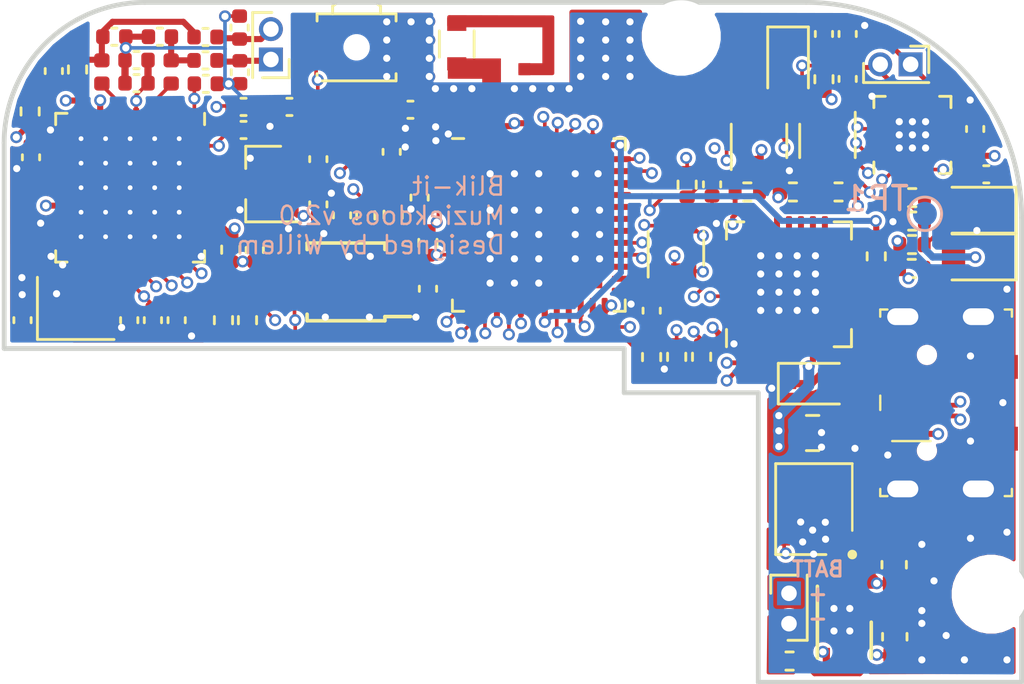
<source format=kicad_pcb>
(kicad_pcb (version 20171130) (host pcbnew "(5.1.10-1-10_14)")

  (general
    (thickness 1.6)
    (drawings 36)
    (tracks 1130)
    (zones 0)
    (modules 87)
    (nets 118)
  )

  (page A4)
  (layers
    (0 F.Cu signal hide)
    (1 In1.Cu signal)
    (2 In2.Cu signal)
    (31 B.Cu signal hide)
    (32 B.Adhes user hide)
    (33 F.Adhes user hide)
    (34 B.Paste user hide)
    (35 F.Paste user hide)
    (36 B.SilkS user hide)
    (37 F.SilkS user hide)
    (38 B.Mask user hide)
    (39 F.Mask user hide)
    (40 Dwgs.User user hide)
    (41 Cmts.User user hide)
    (42 Eco1.User user hide)
    (43 Eco2.User user hide)
    (44 Edge.Cuts user)
    (45 Margin user hide)
    (46 B.CrtYd user hide)
    (47 F.CrtYd user hide)
    (48 B.Fab user hide)
    (49 F.Fab user hide)
  )

  (setup
    (last_trace_width 0.1524)
    (user_trace_width 0.1524)
    (user_trace_width 0.2032)
    (user_trace_width 0.254)
    (trace_clearance 0.1524)
    (zone_clearance 0.1524)
    (zone_45_only no)
    (trace_min 0.14986)
    (via_size 0.5)
    (via_drill 0.3)
    (via_min_size 0.4)
    (via_min_drill 0.3)
    (user_via 0.5 0.3)
    (uvia_size 0.3)
    (uvia_drill 0.1)
    (uvias_allowed no)
    (uvia_min_size 0.2)
    (uvia_min_drill 0.1)
    (edge_width 0.05)
    (segment_width 0.2)
    (pcb_text_width 0.3)
    (pcb_text_size 1.5 1.5)
    (mod_edge_width 0.12)
    (mod_text_size 1 1)
    (mod_text_width 0.15)
    (pad_size 1 1)
    (pad_drill 0)
    (pad_to_mask_clearance 0)
    (aux_axis_origin 0 0)
    (visible_elements FFFFFF7F)
    (pcbplotparams
      (layerselection 0x010fc_ffffffff)
      (usegerberextensions false)
      (usegerberattributes true)
      (usegerberadvancedattributes true)
      (creategerberjobfile true)
      (excludeedgelayer true)
      (linewidth 0.100000)
      (plotframeref false)
      (viasonmask false)
      (mode 1)
      (useauxorigin false)
      (hpglpennumber 1)
      (hpglpenspeed 20)
      (hpglpendiameter 15.000000)
      (psnegative false)
      (psa4output false)
      (plotreference true)
      (plotvalue false)
      (plotinvisibletext false)
      (padsonsilk false)
      (subtractmaskfromsilk true)
      (outputformat 1)
      (mirror false)
      (drillshape 0)
      (scaleselection 1)
      (outputdirectory "OUTPUT"))
  )

  (net 0 "")
  (net 1 GND)
  (net 2 VBUS)
  (net 3 /CPU/ADC1_IN2)
  (net 4 +BATT)
  (net 5 /Power/PSU_BTN_RAW)
  (net 6 +3V3)
  (net 7 "Net-(C15-Pad1)")
  (net 8 /I2S_DAC_AMP/SPK_OUT-)
  (net 9 /I2S_DAC_AMP/SPKOUT+)
  (net 10 /Power/CHG_STAT_LED)
  (net 11 /Power/CHG_5V_LED)
  (net 12 /Power/PSU_EN)
  (net 13 /CPU/MEAS_EN)
  (net 14 /CPU/BTN_PWR)
  (net 15 /CPU/PW_HOLD)
  (net 16 /Power/PSU_EN_BUF)
  (net 17 /Power/CHG_PROG)
  (net 18 /I2S_DAC_AMP/GAIN)
  (net 19 /I2S_DAC_AMP/I2S_SD_MODE)
  (net 20 /CPU/DAC_BCLK)
  (net 21 /CPU/DAC_LRCK)
  (net 22 /CPU/NFC_SPI_MOSI)
  (net 23 /CPU/NFC_SPI_SCK)
  (net 24 /CPU/NFC_SPI_CS)
  (net 25 /CPU/DAC_DATA)
  (net 26 "Net-(U3-Pad26)")
  (net 27 "Net-(U3-Pad25)")
  (net 28 "Net-(U3-Pad24)")
  (net 29 "Net-(U1-Pad7)")
  (net 30 /CPU/HALL_OUT)
  (net 31 /CPU/VDD_SDIO)
  (net 32 /CPU/ESP_RST)
  (net 33 /CPU/ESP_GPIO0)
  (net 34 /CPU/ESP_GPIO2)
  (net 35 /CPU/ESP_GPIO15)
  (net 36 "Net-(U4-Pad48)")
  (net 37 "Net-(U4-Pad47)")
  (net 38 "Net-(U4-Pad45)")
  (net 39 "Net-(U4-Pad44)")
  (net 40 "Net-(U4-Pad39)")
  (net 41 "Net-(U4-Pad10)")
  (net 42 "Net-(U4-Pad8)")
  (net 43 "Net-(U4-Pad7)")
  (net 44 "Net-(U4-Pad6)")
  (net 45 "Net-(U10-Pad27)")
  (net 46 "Net-(U10-Pad23)")
  (net 47 "Net-(U10-Pad22)")
  (net 48 "Net-(U10-Pad21)")
  (net 49 "Net-(U10-Pad20)")
  (net 50 "Net-(U10-Pad19)")
  (net 51 "Net-(U10-Pad18)")
  (net 52 "Net-(U10-Pad17)")
  (net 53 "Net-(U10-Pad16)")
  (net 54 "Net-(U10-Pad15)")
  (net 55 "Net-(U10-Pad14)")
  (net 56 "Net-(U10-Pad13)")
  (net 57 "Net-(U10-Pad12)")
  (net 58 "Net-(U10-Pad11)")
  (net 59 "Net-(U10-Pad10)")
  (net 60 "Net-(U10-Pad2)")
  (net 61 "Net-(U10-Pad1)")
  (net 62 /programmer/CP_DTR)
  (net 63 /programmer/CP_RTS)
  (net 64 /CPU/ESP_TX)
  (net 65 /CPU/ESP_RX)
  (net 66 /CPU/WIFI_ANT)
  (net 67 /CPU/ESP_LNA_IN)
  (net 68 /programmer/CP_RST)
  (net 69 /CPU/A2)
  (net 70 /Power/MCP_STAT)
  (net 71 /Power/USB_D-)
  (net 72 /Power/USB_D+)
  (net 73 "Net-(U2-Pad2)")
  (net 74 /Power/Lx_L1)
  (net 75 "Net-(D4-Pad1)")
  (net 76 "Net-(U4-Pad33)")
  (net 77 "Net-(U4-Pad32)")
  (net 78 "Net-(U4-Pad31)")
  (net 79 "Net-(U4-Pad30)")
  (net 80 "Net-(U4-Pad27)")
  (net 81 "Net-(U4-Pad25)")
  (net 82 "Net-(U6-Pad7)")
  (net 83 "Net-(U6-Pad6)")
  (net 84 "Net-(U4-Pad11)")
  (net 85 "Net-(U4-Pad5)")
  (net 86 /CPU/ADS_SCL)
  (net 87 /CPU/ADS_SDA)
  (net 88 /CPU/ADS_RDY)
  (net 89 "Net-(U4-Pad24)")
  (net 90 /CPU/NFC_SPI_MISO)
  (net 91 /Power/BATT_MEAS)
  (net 92 "Net-(U4-Pad18)")
  (net 93 "Net-(U3-Pad37)")
  (net 94 "Net-(U3-Pad36)")
  (net 95 "Net-(U3-Pad35)")
  (net 96 "Net-(U3-Pad34)")
  (net 97 "Net-(U3-Pad33)")
  (net 98 "Net-(U3-Pad32)")
  (net 99 "Net-(U3-Pad31)")
  (net 100 "Net-(U3-Pad22)")
  (net 101 "Net-(U3-Pad21)")
  (net 102 "Net-(U3-Pad20)")
  (net 103 "Net-(U3-Pad19)")
  (net 104 "Net-(U3-Pad13)")
  (net 105 "Net-(U3-Pad12)")
  (net 106 "Net-(U3-Pad2)")
  (net 107 /NFC/OSC_in)
  (net 108 /NFC/OSC_OUT)
  (net 109 /NFC/RX)
  (net 110 /NFC/TXL1)
  (net 111 /NFC/TXL2)
  (net 112 /NFC/TXANT1)
  (net 113 /NFC/TXANT2)
  (net 114 /NFC/VMID)
  (net 115 /NFC/TX1)
  (net 116 /NFC/TX2)
  (net 117 /CPU/~NFC_RST)

  (net_class Default "This is the default net class."
    (clearance 0.1524)
    (trace_width 0.1524)
    (via_dia 0.5)
    (via_drill 0.3)
    (uvia_dia 0.3)
    (uvia_drill 0.1)
    (add_net +3V3)
    (add_net +BATT)
    (add_net /CPU/A2)
    (add_net /CPU/ADC1_IN2)
    (add_net /CPU/ADS_RDY)
    (add_net /CPU/ADS_SCL)
    (add_net /CPU/ADS_SDA)
    (add_net /CPU/BTN_PWR)
    (add_net /CPU/DAC_BCLK)
    (add_net /CPU/DAC_DATA)
    (add_net /CPU/DAC_LRCK)
    (add_net /CPU/ESP_GPIO0)
    (add_net /CPU/ESP_GPIO15)
    (add_net /CPU/ESP_GPIO2)
    (add_net /CPU/ESP_LNA_IN)
    (add_net /CPU/ESP_RST)
    (add_net /CPU/ESP_RX)
    (add_net /CPU/ESP_TX)
    (add_net /CPU/HALL_OUT)
    (add_net /CPU/MEAS_EN)
    (add_net /CPU/NFC_SPI_CS)
    (add_net /CPU/NFC_SPI_MISO)
    (add_net /CPU/NFC_SPI_MOSI)
    (add_net /CPU/NFC_SPI_SCK)
    (add_net /CPU/PW_HOLD)
    (add_net /CPU/VDD_SDIO)
    (add_net /CPU/WIFI_ANT)
    (add_net /CPU/~NFC_RST)
    (add_net /I2S_DAC_AMP/GAIN)
    (add_net /I2S_DAC_AMP/I2S_SD_MODE)
    (add_net /I2S_DAC_AMP/SPKOUT+)
    (add_net /I2S_DAC_AMP/SPK_OUT-)
    (add_net /NFC/OSC_OUT)
    (add_net /NFC/OSC_in)
    (add_net /NFC/RX)
    (add_net /NFC/TX1)
    (add_net /NFC/TX2)
    (add_net /NFC/TXANT1)
    (add_net /NFC/TXANT2)
    (add_net /NFC/TXL1)
    (add_net /NFC/TXL2)
    (add_net /NFC/VMID)
    (add_net /Power/BATT_MEAS)
    (add_net /Power/CHG_5V_LED)
    (add_net /Power/CHG_PROG)
    (add_net /Power/CHG_STAT_LED)
    (add_net /Power/Lx_L1)
    (add_net /Power/MCP_STAT)
    (add_net /Power/PSU_BTN_RAW)
    (add_net /Power/PSU_EN)
    (add_net /Power/PSU_EN_BUF)
    (add_net /Power/USB_D+)
    (add_net /Power/USB_D-)
    (add_net /programmer/CP_DTR)
    (add_net /programmer/CP_RST)
    (add_net /programmer/CP_RTS)
    (add_net GND)
    (add_net "Net-(C15-Pad1)")
    (add_net "Net-(D4-Pad1)")
    (add_net "Net-(U1-Pad7)")
    (add_net "Net-(U10-Pad1)")
    (add_net "Net-(U10-Pad10)")
    (add_net "Net-(U10-Pad11)")
    (add_net "Net-(U10-Pad12)")
    (add_net "Net-(U10-Pad13)")
    (add_net "Net-(U10-Pad14)")
    (add_net "Net-(U10-Pad15)")
    (add_net "Net-(U10-Pad16)")
    (add_net "Net-(U10-Pad17)")
    (add_net "Net-(U10-Pad18)")
    (add_net "Net-(U10-Pad19)")
    (add_net "Net-(U10-Pad2)")
    (add_net "Net-(U10-Pad20)")
    (add_net "Net-(U10-Pad21)")
    (add_net "Net-(U10-Pad22)")
    (add_net "Net-(U10-Pad23)")
    (add_net "Net-(U10-Pad27)")
    (add_net "Net-(U2-Pad2)")
    (add_net "Net-(U3-Pad12)")
    (add_net "Net-(U3-Pad13)")
    (add_net "Net-(U3-Pad19)")
    (add_net "Net-(U3-Pad2)")
    (add_net "Net-(U3-Pad20)")
    (add_net "Net-(U3-Pad21)")
    (add_net "Net-(U3-Pad22)")
    (add_net "Net-(U3-Pad24)")
    (add_net "Net-(U3-Pad25)")
    (add_net "Net-(U3-Pad26)")
    (add_net "Net-(U3-Pad31)")
    (add_net "Net-(U3-Pad32)")
    (add_net "Net-(U3-Pad33)")
    (add_net "Net-(U3-Pad34)")
    (add_net "Net-(U3-Pad35)")
    (add_net "Net-(U3-Pad36)")
    (add_net "Net-(U3-Pad37)")
    (add_net "Net-(U4-Pad10)")
    (add_net "Net-(U4-Pad11)")
    (add_net "Net-(U4-Pad18)")
    (add_net "Net-(U4-Pad24)")
    (add_net "Net-(U4-Pad25)")
    (add_net "Net-(U4-Pad27)")
    (add_net "Net-(U4-Pad30)")
    (add_net "Net-(U4-Pad31)")
    (add_net "Net-(U4-Pad32)")
    (add_net "Net-(U4-Pad33)")
    (add_net "Net-(U4-Pad39)")
    (add_net "Net-(U4-Pad44)")
    (add_net "Net-(U4-Pad45)")
    (add_net "Net-(U4-Pad47)")
    (add_net "Net-(U4-Pad48)")
    (add_net "Net-(U4-Pad5)")
    (add_net "Net-(U4-Pad6)")
    (add_net "Net-(U4-Pad7)")
    (add_net "Net-(U4-Pad8)")
    (add_net "Net-(U6-Pad6)")
    (add_net "Net-(U6-Pad7)")
    (add_net VBUS)
  )

  (module Button_Switch_SMD:SW_SPST_B3U-3000P-B (layer F.Cu) (tedit 5A02FC95) (tstamp 610F18FB)
    (at 55.89 65.8368)
    (descr "Ultra-small-sized Tactile Switch with High Contact Reliability, Side-actuated Model, without Ground Terminal, with Boss")
    (tags "Tactile Switch")
    (path /60FE1698/615B2DE1)
    (attr smd)
    (fp_text reference SW1 (at 0 -3) (layer F.SilkS) hide
      (effects (font (size 1 1) (thickness 0.15)))
    )
    (fp_text value SW_Push (at 0 2.5) (layer F.Fab) hide
      (effects (font (size 1 1) (thickness 0.15)))
    )
    (fp_line (start -1.5 1.25) (end -1.5 -1.25) (layer F.Fab) (width 0.1))
    (fp_line (start 1.5 1.25) (end -1.5 1.25) (layer F.Fab) (width 0.1))
    (fp_line (start 1.5 -1.25) (end 1.5 1.25) (layer F.Fab) (width 0.1))
    (fp_line (start -1.5 -1.25) (end 1.5 -1.25) (layer F.Fab) (width 0.1))
    (fp_line (start 1.65 -1.4) (end 1.65 -1.1) (layer F.SilkS) (width 0.12))
    (fp_line (start -1.65 -1.4) (end 1.65 -1.4) (layer F.SilkS) (width 0.12))
    (fp_line (start -1.65 -1.1) (end -1.65 -1.4) (layer F.SilkS) (width 0.12))
    (fp_line (start 1.65 1.4) (end 1.65 1.1) (layer F.SilkS) (width 0.12))
    (fp_line (start -1.65 1.1) (end -1.65 1.4) (layer F.SilkS) (width 0.12))
    (fp_line (start -2.4 -1.65) (end -2.4 1.65) (layer F.CrtYd) (width 0.05))
    (fp_line (start -1.25 -1.65) (end -2.4 -1.65) (layer F.CrtYd) (width 0.05))
    (fp_line (start 2.4 1.65) (end 2.4 -1.65) (layer F.CrtYd) (width 0.05))
    (fp_line (start -2.4 1.65) (end 2.4 1.65) (layer F.CrtYd) (width 0.05))
    (fp_line (start -1.65 1.4) (end 1.65 1.4) (layer F.SilkS) (width 0.12))
    (fp_line (start 0.85 -1.65) (end 0.85 -1.25) (layer F.Fab) (width 0.1))
    (fp_line (start 0.45 -1.95) (end 0.85 -1.65) (layer F.Fab) (width 0.1))
    (fp_line (start -0.45 -1.95) (end 0.45 -1.95) (layer F.Fab) (width 0.1))
    (fp_line (start -0.85 -1.65) (end -0.45 -1.95) (layer F.Fab) (width 0.1))
    (fp_line (start -0.85 -1.25) (end -0.85 -1.65) (layer F.Fab) (width 0.1))
    (fp_line (start 1 -1.72) (end 1 -1.4) (layer F.SilkS) (width 0.12))
    (fp_line (start 0.5 -2.1) (end 1 -1.72) (layer F.SilkS) (width 0.12))
    (fp_line (start -0.5 -2.1) (end 0.5 -2.1) (layer F.SilkS) (width 0.12))
    (fp_line (start -1 -1.72) (end -1 -1.4) (layer F.SilkS) (width 0.12))
    (fp_line (start -0.5 -2.1) (end -1 -1.72) (layer F.SilkS) (width 0.12))
    (fp_line (start 1.25 -1.65) (end 2.4 -1.65) (layer F.CrtYd) (width 0.05))
    (fp_line (start 1.25 -2.35) (end 1.25 -1.65) (layer F.CrtYd) (width 0.05))
    (fp_line (start -1.25 -2.35) (end 1.25 -2.35) (layer F.CrtYd) (width 0.05))
    (fp_line (start -1.25 -1.65) (end -1.25 -2.35) (layer F.CrtYd) (width 0.05))
    (fp_text user %R (at -0.6096 -0.635 180) (layer F.Fab)
      (effects (font (size 0.508 0.508) (thickness 0.0762)))
    )
    (pad "" np_thru_hole circle (at 0 0) (size 0.8 0.8) (drill 0.8) (layers *.Cu *.Mask))
    (pad 2 smd rect (at 1.7 0) (size 0.9 1.7) (layers F.Cu F.Paste F.Mask)
      (net 1 GND))
    (pad 1 smd rect (at -1.7 0) (size 0.9 1.7) (layers F.Cu F.Paste F.Mask)
      (net 5 /Power/PSU_BTN_RAW))
    (model ${KISYS3DMOD}/Button_Switch_SMD.3dshapes/SW_SPST_B3U-3000P-B.wrl
      (at (xyz 0 0 0))
      (scale (xyz 1 1 1))
      (rotate (xyz 0 0 0))
    )
  )

  (module Capacitor_SMD:C_0402_1005Metric (layer F.Cu) (tedit 5F68FEEE) (tstamp 617EF58A)
    (at 53.086 68.326 180)
    (descr "Capacitor SMD 0402 (1005 Metric), square (rectangular) end terminal, IPC_7351 nominal, (Body size source: IPC-SM-782 page 76, https://www.pcb-3d.com/wordpress/wp-content/uploads/ipc-sm-782a_amendment_1_and_2.pdf), generated with kicad-footprint-generator")
    (tags capacitor)
    (path /60FE1698/61B98B8E)
    (attr smd)
    (fp_text reference C36 (at 0 -1.16) (layer F.SilkS) hide
      (effects (font (size 1 1) (thickness 0.15)))
    )
    (fp_text value 100nF (at 0 1.16) (layer F.Fab) hide
      (effects (font (size 1 1) (thickness 0.15)))
    )
    (fp_line (start 0.91 0.46) (end -0.91 0.46) (layer F.CrtYd) (width 0.05))
    (fp_line (start 0.91 -0.46) (end 0.91 0.46) (layer F.CrtYd) (width 0.05))
    (fp_line (start -0.91 -0.46) (end 0.91 -0.46) (layer F.CrtYd) (width 0.05))
    (fp_line (start -0.91 0.46) (end -0.91 -0.46) (layer F.CrtYd) (width 0.05))
    (fp_line (start -0.107836 0.36) (end 0.107836 0.36) (layer F.SilkS) (width 0.12))
    (fp_line (start -0.107836 -0.36) (end 0.107836 -0.36) (layer F.SilkS) (width 0.12))
    (fp_line (start 0.5 0.25) (end -0.5 0.25) (layer F.Fab) (width 0.1))
    (fp_line (start 0.5 -0.25) (end 0.5 0.25) (layer F.Fab) (width 0.1))
    (fp_line (start -0.5 -0.25) (end 0.5 -0.25) (layer F.Fab) (width 0.1))
    (fp_line (start -0.5 0.25) (end -0.5 -0.25) (layer F.Fab) (width 0.1))
    (fp_text user %R (at 0 0) (layer F.Fab)
      (effects (font (size 0.25 0.25) (thickness 0.04)))
    )
    (pad 2 smd roundrect (at 0.48 0 180) (size 0.56 0.62) (layers F.Cu F.Paste F.Mask) (roundrect_rratio 0.25)
      (net 1 GND))
    (pad 1 smd roundrect (at -0.48 0 180) (size 0.56 0.62) (layers F.Cu F.Paste F.Mask) (roundrect_rratio 0.25)
      (net 5 /Power/PSU_BTN_RAW))
    (model ${KISYS3DMOD}/Capacitor_SMD.3dshapes/C_0402_1005Metric.wrl
      (at (xyz 0 0 0))
      (scale (xyz 1 1 1))
      (rotate (xyz 0 0 0))
    )
  )

  (module Capacitor_SMD:C_0402_1005Metric (layer F.Cu) (tedit 5F68FEEE) (tstamp 6177F115)
    (at 51.6382 74.3077 90)
    (descr "Capacitor SMD 0402 (1005 Metric), square (rectangular) end terminal, IPC_7351 nominal, (Body size source: IPC-SM-782 page 76, https://www.pcb-3d.com/wordpress/wp-content/uploads/ipc-sm-782a_amendment_1_and_2.pdf), generated with kicad-footprint-generator")
    (tags capacitor)
    (path /60FFCEAC/617A1EF2)
    (attr smd)
    (fp_text reference C18 (at 0 -1.16 90) (layer F.SilkS) hide
      (effects (font (size 1 1) (thickness 0.15)))
    )
    (fp_text value 100nF (at 0 1.16 90) (layer F.Fab) hide
      (effects (font (size 1 1) (thickness 0.15)))
    )
    (fp_line (start 0.91 0.46) (end -0.91 0.46) (layer F.CrtYd) (width 0.05))
    (fp_line (start 0.91 -0.46) (end 0.91 0.46) (layer F.CrtYd) (width 0.05))
    (fp_line (start -0.91 -0.46) (end 0.91 -0.46) (layer F.CrtYd) (width 0.05))
    (fp_line (start -0.91 0.46) (end -0.91 -0.46) (layer F.CrtYd) (width 0.05))
    (fp_line (start -0.107836 0.36) (end 0.107836 0.36) (layer F.SilkS) (width 0.12))
    (fp_line (start -0.107836 -0.36) (end 0.107836 -0.36) (layer F.SilkS) (width 0.12))
    (fp_line (start 0.5 0.25) (end -0.5 0.25) (layer F.Fab) (width 0.1))
    (fp_line (start 0.5 -0.25) (end 0.5 0.25) (layer F.Fab) (width 0.1))
    (fp_line (start -0.5 -0.25) (end 0.5 -0.25) (layer F.Fab) (width 0.1))
    (fp_line (start -0.5 0.25) (end -0.5 -0.25) (layer F.Fab) (width 0.1))
    (fp_text user %R (at 0 0 90) (layer F.Fab)
      (effects (font (size 0.25 0.25) (thickness 0.04)))
    )
    (pad 2 smd roundrect (at 0.48 0 90) (size 0.56 0.62) (layers F.Cu F.Paste F.Mask) (roundrect_rratio 0.25)
      (net 1 GND))
    (pad 1 smd roundrect (at -0.48 0 90) (size 0.56 0.62) (layers F.Cu F.Paste F.Mask) (roundrect_rratio 0.25)
      (net 6 +3V3))
    (model ${KISYS3DMOD}/Capacitor_SMD.3dshapes/C_0402_1005Metric.wrl
      (at (xyz 0 0 0))
      (scale (xyz 1 1 1))
      (rotate (xyz 0 0 0))
    )
  )

  (module Package_SO:TSSOP-10_3x3mm_P0.5mm (layer F.Cu) (tedit 5F3E4A84) (tstamp 6177CF31)
    (at 55.4482 75.6412 180)
    (descr "TSSOP10: plastic thin shrink small outline package; 10 leads; body width 3 mm; (see NXP SSOP-TSSOP-VSO-REFLOW.pdf and sot552-1_po.pdf)")
    (tags "SSOP 0.5")
    (path /60FFCEAC/6177DA48)
    (attr smd)
    (fp_text reference U6 (at 0 -2.55) (layer F.SilkS) hide
      (effects (font (size 1 1) (thickness 0.15)))
    )
    (fp_text value ADS1114IDGS (at 0 2.55) (layer F.Fab) hide
      (effects (font (size 1 1) (thickness 0.15)))
    )
    (fp_line (start -0.5 -1.5) (end 1.5 -1.5) (layer F.Fab) (width 0.1))
    (fp_line (start 1.5 -1.5) (end 1.5 1.5) (layer F.Fab) (width 0.1))
    (fp_line (start 1.5 1.5) (end -1.5 1.5) (layer F.Fab) (width 0.1))
    (fp_line (start -1.5 1.5) (end -1.5 -0.5) (layer F.Fab) (width 0.1))
    (fp_line (start -1.5 -0.5) (end -0.5 -1.5) (layer F.Fab) (width 0.1))
    (fp_line (start -2.95 -1.8) (end -2.95 1.8) (layer F.CrtYd) (width 0.05))
    (fp_line (start 2.95 -1.8) (end 2.95 1.8) (layer F.CrtYd) (width 0.05))
    (fp_line (start -2.95 -1.8) (end 2.95 -1.8) (layer F.CrtYd) (width 0.05))
    (fp_line (start -2.95 1.8) (end 2.95 1.8) (layer F.CrtYd) (width 0.05))
    (fp_line (start -1.625 -1.625) (end -1.625 -1.45) (layer F.SilkS) (width 0.15))
    (fp_line (start 1.625 -1.625) (end 1.625 -1.35) (layer F.SilkS) (width 0.15))
    (fp_line (start 1.625 1.625) (end 1.625 1.35) (layer F.SilkS) (width 0.15))
    (fp_line (start -1.625 1.625) (end -1.625 1.35) (layer F.SilkS) (width 0.15))
    (fp_line (start -1.625 -1.625) (end 1.625 -1.625) (layer F.SilkS) (width 0.15))
    (fp_line (start -1.625 1.625) (end 1.625 1.625) (layer F.SilkS) (width 0.15))
    (fp_line (start -1.625 -1.45) (end -2.7 -1.45) (layer F.SilkS) (width 0.15))
    (fp_text user %R (at 0 0 270) (layer F.Fab)
      (effects (font (size 0.6 0.6) (thickness 0.1)))
    )
    (pad 10 smd rect (at 2.15 -1 180) (size 1.1 0.25) (layers F.Cu F.Paste F.Mask)
      (net 86 /CPU/ADS_SCL))
    (pad 9 smd rect (at 2.15 -0.5 180) (size 1.1 0.25) (layers F.Cu F.Paste F.Mask)
      (net 87 /CPU/ADS_SDA))
    (pad 8 smd rect (at 2.15 0 180) (size 1.1 0.25) (layers F.Cu F.Paste F.Mask)
      (net 6 +3V3))
    (pad 7 smd rect (at 2.15 0.5 180) (size 1.1 0.25) (layers F.Cu F.Paste F.Mask)
      (net 82 "Net-(U6-Pad7)"))
    (pad 6 smd rect (at 2.15 1 180) (size 1.1 0.25) (layers F.Cu F.Paste F.Mask)
      (net 83 "Net-(U6-Pad6)"))
    (pad 5 smd rect (at -2.15 1 180) (size 1.1 0.25) (layers F.Cu F.Paste F.Mask)
      (net 3 /CPU/ADC1_IN2))
    (pad 4 smd rect (at -2.15 0.5 180) (size 1.1 0.25) (layers F.Cu F.Paste F.Mask)
      (net 30 /CPU/HALL_OUT))
    (pad 3 smd rect (at -2.15 0 180) (size 1.1 0.25) (layers F.Cu F.Paste F.Mask)
      (net 1 GND))
    (pad 2 smd rect (at -2.15 -0.5 180) (size 1.1 0.25) (layers F.Cu F.Paste F.Mask)
      (net 88 /CPU/ADS_RDY))
    (pad 1 smd rect (at -2.15 -1 180) (size 1.1 0.25) (layers F.Cu F.Paste F.Mask)
      (net 1 GND))
    (model ${KISYS3DMOD}/Package_SO.3dshapes/TSSOP-10_3x3mm_P0.5mm.wrl
      (at (xyz 0 0 0))
      (scale (xyz 1 1 1))
      (rotate (xyz 0 0 0))
    )
  )

  (module Package_DFN_QFN:QFN-40-1EP_6x6mm_P0.5mm_EP4.6x4.6mm_ThermalVias (layer F.Cu) (tedit 5DC5F6A5) (tstamp 617AB412)
    (at 46.4312 71.7042 270)
    (descr "QFN, 40 Pin (http://ww1.microchip.com/downloads/en/PackagingSpec/00000049BQ.pdf#page=295), generated with kicad-footprint-generator ipc_noLead_generator.py")
    (tags "QFN NoLead")
    (path /60FE21EE/617AC9C8)
    (attr smd)
    (fp_text reference U3 (at 0 -4.3 90) (layer F.SilkS) hide
      (effects (font (size 1 1) (thickness 0.15)))
    )
    (fp_text value PN5321A3HN_C1xx (at 0 4.3 90) (layer F.Fab) hide
      (effects (font (size 1 1) (thickness 0.15)))
    )
    (fp_line (start 3.6 -3.6) (end -3.6 -3.6) (layer F.CrtYd) (width 0.05))
    (fp_line (start 3.6 3.6) (end 3.6 -3.6) (layer F.CrtYd) (width 0.05))
    (fp_line (start -3.6 3.6) (end 3.6 3.6) (layer F.CrtYd) (width 0.05))
    (fp_line (start -3.6 -3.6) (end -3.6 3.6) (layer F.CrtYd) (width 0.05))
    (fp_line (start -3 -2) (end -2 -3) (layer F.Fab) (width 0.1))
    (fp_line (start -3 3) (end -3 -2) (layer F.Fab) (width 0.1))
    (fp_line (start 3 3) (end -3 3) (layer F.Fab) (width 0.1))
    (fp_line (start 3 -3) (end 3 3) (layer F.Fab) (width 0.1))
    (fp_line (start -2 -3) (end 3 -3) (layer F.Fab) (width 0.1))
    (fp_line (start -2.635 -3.11) (end -3.11 -3.11) (layer F.SilkS) (width 0.12))
    (fp_line (start 3.11 3.11) (end 3.11 2.635) (layer F.SilkS) (width 0.12))
    (fp_line (start 2.635 3.11) (end 3.11 3.11) (layer F.SilkS) (width 0.12))
    (fp_line (start -3.11 3.11) (end -3.11 2.635) (layer F.SilkS) (width 0.12))
    (fp_line (start -2.635 3.11) (end -3.11 3.11) (layer F.SilkS) (width 0.12))
    (fp_line (start 3.11 -3.11) (end 3.11 -2.635) (layer F.SilkS) (width 0.12))
    (fp_line (start 2.635 -3.11) (end 3.11 -3.11) (layer F.SilkS) (width 0.12))
    (fp_text user %R (at -0.0254 0.2413 180) (layer F.Fab)
      (effects (font (size 1 1) (thickness 0.15)))
    )
    (pad "" smd custom (at 1.5375 1.5375 270) (size 0.78569 0.78569) (layers F.Paste)
      (options (clearance outline) (anchor circle))
      (primitives
        (gr_poly (pts
           (xy -0.340297 -0.253232) (xy -0.253232 -0.340297) (xy 0.253232 -0.340297) (xy 0.340297 -0.253232) (xy 0.340297 0.253232)
           (xy 0.253232 0.340297) (xy -0.253232 0.340297) (xy -0.340297 0.253232)) (width 0.210193))
      ))
    (pad "" smd custom (at 1.5375 0.5125 270) (size 0.78569 0.78569) (layers F.Paste)
      (options (clearance outline) (anchor circle))
      (primitives
        (gr_poly (pts
           (xy -0.340297 -0.253232) (xy -0.253232 -0.340297) (xy 0.253232 -0.340297) (xy 0.340297 -0.253232) (xy 0.340297 0.253232)
           (xy 0.253232 0.340297) (xy -0.253232 0.340297) (xy -0.340297 0.253232)) (width 0.210193))
      ))
    (pad "" smd custom (at 1.5375 -0.5125 270) (size 0.78569 0.78569) (layers F.Paste)
      (options (clearance outline) (anchor circle))
      (primitives
        (gr_poly (pts
           (xy -0.340297 -0.253232) (xy -0.253232 -0.340297) (xy 0.253232 -0.340297) (xy 0.340297 -0.253232) (xy 0.340297 0.253232)
           (xy 0.253232 0.340297) (xy -0.253232 0.340297) (xy -0.340297 0.253232)) (width 0.210193))
      ))
    (pad "" smd custom (at 1.5375 -1.5375 270) (size 0.78569 0.78569) (layers F.Paste)
      (options (clearance outline) (anchor circle))
      (primitives
        (gr_poly (pts
           (xy -0.340297 -0.253232) (xy -0.253232 -0.340297) (xy 0.253232 -0.340297) (xy 0.340297 -0.253232) (xy 0.340297 0.253232)
           (xy 0.253232 0.340297) (xy -0.253232 0.340297) (xy -0.340297 0.253232)) (width 0.210193))
      ))
    (pad "" smd custom (at 0.5125 1.5375 270) (size 0.78569 0.78569) (layers F.Paste)
      (options (clearance outline) (anchor circle))
      (primitives
        (gr_poly (pts
           (xy -0.340297 -0.253232) (xy -0.253232 -0.340297) (xy 0.253232 -0.340297) (xy 0.340297 -0.253232) (xy 0.340297 0.253232)
           (xy 0.253232 0.340297) (xy -0.253232 0.340297) (xy -0.340297 0.253232)) (width 0.210193))
      ))
    (pad "" smd custom (at 0.5125 0.5125 270) (size 0.78569 0.78569) (layers F.Paste)
      (options (clearance outline) (anchor circle))
      (primitives
        (gr_poly (pts
           (xy -0.340297 -0.253232) (xy -0.253232 -0.340297) (xy 0.253232 -0.340297) (xy 0.340297 -0.253232) (xy 0.340297 0.253232)
           (xy 0.253232 0.340297) (xy -0.253232 0.340297) (xy -0.340297 0.253232)) (width 0.210193))
      ))
    (pad "" smd custom (at 0.5125 -0.5125 270) (size 0.78569 0.78569) (layers F.Paste)
      (options (clearance outline) (anchor circle))
      (primitives
        (gr_poly (pts
           (xy -0.340297 -0.253232) (xy -0.253232 -0.340297) (xy 0.253232 -0.340297) (xy 0.340297 -0.253232) (xy 0.340297 0.253232)
           (xy 0.253232 0.340297) (xy -0.253232 0.340297) (xy -0.340297 0.253232)) (width 0.210193))
      ))
    (pad "" smd custom (at 0.5125 -1.5375 270) (size 0.78569 0.78569) (layers F.Paste)
      (options (clearance outline) (anchor circle))
      (primitives
        (gr_poly (pts
           (xy -0.340297 -0.253232) (xy -0.253232 -0.340297) (xy 0.253232 -0.340297) (xy 0.340297 -0.253232) (xy 0.340297 0.253232)
           (xy 0.253232 0.340297) (xy -0.253232 0.340297) (xy -0.340297 0.253232)) (width 0.210193))
      ))
    (pad "" smd custom (at -0.5125 1.5375 270) (size 0.78569 0.78569) (layers F.Paste)
      (options (clearance outline) (anchor circle))
      (primitives
        (gr_poly (pts
           (xy -0.340297 -0.253232) (xy -0.253232 -0.340297) (xy 0.253232 -0.340297) (xy 0.340297 -0.253232) (xy 0.340297 0.253232)
           (xy 0.253232 0.340297) (xy -0.253232 0.340297) (xy -0.340297 0.253232)) (width 0.210193))
      ))
    (pad "" smd custom (at -0.5125 0.5125 270) (size 0.78569 0.78569) (layers F.Paste)
      (options (clearance outline) (anchor circle))
      (primitives
        (gr_poly (pts
           (xy -0.340297 -0.253232) (xy -0.253232 -0.340297) (xy 0.253232 -0.340297) (xy 0.340297 -0.253232) (xy 0.340297 0.253232)
           (xy 0.253232 0.340297) (xy -0.253232 0.340297) (xy -0.340297 0.253232)) (width 0.210193))
      ))
    (pad "" smd custom (at -0.5125 -0.5125 270) (size 0.78569 0.78569) (layers F.Paste)
      (options (clearance outline) (anchor circle))
      (primitives
        (gr_poly (pts
           (xy -0.340297 -0.253232) (xy -0.253232 -0.340297) (xy 0.253232 -0.340297) (xy 0.340297 -0.253232) (xy 0.340297 0.253232)
           (xy 0.253232 0.340297) (xy -0.253232 0.340297) (xy -0.340297 0.253232)) (width 0.210193))
      ))
    (pad "" smd custom (at -0.5125 -1.5375 270) (size 0.78569 0.78569) (layers F.Paste)
      (options (clearance outline) (anchor circle))
      (primitives
        (gr_poly (pts
           (xy -0.340297 -0.253232) (xy -0.253232 -0.340297) (xy 0.253232 -0.340297) (xy 0.340297 -0.253232) (xy 0.340297 0.253232)
           (xy 0.253232 0.340297) (xy -0.253232 0.340297) (xy -0.340297 0.253232)) (width 0.210193))
      ))
    (pad "" smd custom (at -1.5375 1.5375 270) (size 0.78569 0.78569) (layers F.Paste)
      (options (clearance outline) (anchor circle))
      (primitives
        (gr_poly (pts
           (xy -0.340297 -0.253232) (xy -0.253232 -0.340297) (xy 0.253232 -0.340297) (xy 0.340297 -0.253232) (xy 0.340297 0.253232)
           (xy 0.253232 0.340297) (xy -0.253232 0.340297) (xy -0.340297 0.253232)) (width 0.210193))
      ))
    (pad "" smd custom (at -1.5375 0.5125 270) (size 0.78569 0.78569) (layers F.Paste)
      (options (clearance outline) (anchor circle))
      (primitives
        (gr_poly (pts
           (xy -0.340297 -0.253232) (xy -0.253232 -0.340297) (xy 0.253232 -0.340297) (xy 0.340297 -0.253232) (xy 0.340297 0.253232)
           (xy 0.253232 0.340297) (xy -0.253232 0.340297) (xy -0.340297 0.253232)) (width 0.210193))
      ))
    (pad "" smd custom (at -1.5375 -0.5125 270) (size 0.78569 0.78569) (layers F.Paste)
      (options (clearance outline) (anchor circle))
      (primitives
        (gr_poly (pts
           (xy -0.340297 -0.253232) (xy -0.253232 -0.340297) (xy 0.253232 -0.340297) (xy 0.340297 -0.253232) (xy 0.340297 0.253232)
           (xy 0.253232 0.340297) (xy -0.253232 0.340297) (xy -0.340297 0.253232)) (width 0.210193))
      ))
    (pad "" smd custom (at -1.5375 -1.5375 270) (size 0.78569 0.78569) (layers F.Paste)
      (options (clearance outline) (anchor circle))
      (primitives
        (gr_poly (pts
           (xy -0.340297 -0.253232) (xy -0.253232 -0.340297) (xy 0.253232 -0.340297) (xy 0.340297 -0.253232) (xy 0.340297 0.253232)
           (xy 0.253232 0.340297) (xy -0.253232 0.340297) (xy -0.340297 0.253232)) (width 0.210193))
      ))
    (pad 41 smd rect (at 0 0 270) (size 4.6 4.6) (layers B.Cu)
      (net 1 GND))
    (pad 41 thru_hole circle (at 2.05 2.05 270) (size 0.5 0.5) (drill 0.2) (layers *.Cu)
      (net 1 GND))
    (pad 41 thru_hole circle (at 1.025 2.05 270) (size 0.5 0.5) (drill 0.2) (layers *.Cu)
      (net 1 GND))
    (pad 41 thru_hole circle (at 0 2.05 270) (size 0.5 0.5) (drill 0.2) (layers *.Cu)
      (net 1 GND))
    (pad 41 thru_hole circle (at -1.025 2.05 270) (size 0.5 0.5) (drill 0.2) (layers *.Cu)
      (net 1 GND))
    (pad 41 thru_hole circle (at -2.05 2.05 270) (size 0.5 0.5) (drill 0.2) (layers *.Cu)
      (net 1 GND))
    (pad 41 thru_hole circle (at 2.05 1.025 270) (size 0.5 0.5) (drill 0.2) (layers *.Cu)
      (net 1 GND))
    (pad 41 thru_hole circle (at 1.025 1.025 270) (size 0.5 0.5) (drill 0.2) (layers *.Cu)
      (net 1 GND))
    (pad 41 thru_hole circle (at 0 1.025 270) (size 0.5 0.5) (drill 0.2) (layers *.Cu)
      (net 1 GND))
    (pad 41 thru_hole circle (at -1.025 1.025 270) (size 0.5 0.5) (drill 0.2) (layers *.Cu)
      (net 1 GND))
    (pad 41 thru_hole circle (at -2.05 1.025 270) (size 0.5 0.5) (drill 0.2) (layers *.Cu)
      (net 1 GND))
    (pad 41 thru_hole circle (at 2.05 0 270) (size 0.5 0.5) (drill 0.2) (layers *.Cu)
      (net 1 GND))
    (pad 41 thru_hole circle (at 1.025 0 270) (size 0.5 0.5) (drill 0.2) (layers *.Cu)
      (net 1 GND))
    (pad 41 thru_hole circle (at 0 0 270) (size 0.5 0.5) (drill 0.2) (layers *.Cu)
      (net 1 GND))
    (pad 41 thru_hole circle (at -1.025 0 270) (size 0.5 0.5) (drill 0.2) (layers *.Cu)
      (net 1 GND))
    (pad 41 thru_hole circle (at -2.05 0 270) (size 0.5 0.5) (drill 0.2) (layers *.Cu)
      (net 1 GND))
    (pad 41 thru_hole circle (at 2.05 -1.025 270) (size 0.5 0.5) (drill 0.2) (layers *.Cu)
      (net 1 GND))
    (pad 41 thru_hole circle (at 1.025 -1.025 270) (size 0.5 0.5) (drill 0.2) (layers *.Cu)
      (net 1 GND))
    (pad 41 thru_hole circle (at 0 -1.025 270) (size 0.5 0.5) (drill 0.2) (layers *.Cu)
      (net 1 GND))
    (pad 41 thru_hole circle (at -1.025 -1.025 270) (size 0.5 0.5) (drill 0.2) (layers *.Cu)
      (net 1 GND))
    (pad 41 thru_hole circle (at -2.05 -1.025 270) (size 0.5 0.5) (drill 0.2) (layers *.Cu)
      (net 1 GND))
    (pad 41 thru_hole circle (at 2.05 -2.05 270) (size 0.5 0.5) (drill 0.2) (layers *.Cu)
      (net 1 GND))
    (pad 41 thru_hole circle (at 1.025 -2.05 270) (size 0.5 0.5) (drill 0.2) (layers *.Cu)
      (net 1 GND))
    (pad 41 thru_hole circle (at 0 -2.05 270) (size 0.5 0.5) (drill 0.2) (layers *.Cu)
      (net 1 GND))
    (pad 41 thru_hole circle (at -1.025 -2.05 270) (size 0.5 0.5) (drill 0.2) (layers *.Cu)
      (net 1 GND))
    (pad 41 thru_hole circle (at -2.05 -2.05 270) (size 0.5 0.5) (drill 0.2) (layers *.Cu)
      (net 1 GND))
    (pad 41 smd rect (at 0 0 270) (size 4.6 4.6) (layers F.Cu F.Mask)
      (net 1 GND))
    (pad 40 smd roundrect (at -2.25 -2.9375 270) (size 0.25 0.825) (layers F.Cu F.Paste F.Mask) (roundrect_rratio 0.25)
      (net 6 +3V3))
    (pad 39 smd roundrect (at -1.75 -2.9375 270) (size 0.25 0.825) (layers F.Cu F.Paste F.Mask) (roundrect_rratio 0.25)
      (net 6 +3V3))
    (pad 38 smd roundrect (at -1.25 -2.9375 270) (size 0.25 0.825) (layers F.Cu F.Paste F.Mask) (roundrect_rratio 0.25)
      (net 117 /CPU/~NFC_RST))
    (pad 37 smd roundrect (at -0.75 -2.9375 270) (size 0.25 0.825) (layers F.Cu F.Paste F.Mask) (roundrect_rratio 0.25)
      (net 93 "Net-(U3-Pad37)"))
    (pad 36 smd roundrect (at -0.25 -2.9375 270) (size 0.25 0.825) (layers F.Cu F.Paste F.Mask) (roundrect_rratio 0.25)
      (net 94 "Net-(U3-Pad36)"))
    (pad 35 smd roundrect (at 0.25 -2.9375 270) (size 0.25 0.825) (layers F.Cu F.Paste F.Mask) (roundrect_rratio 0.25)
      (net 95 "Net-(U3-Pad35)"))
    (pad 34 smd roundrect (at 0.75 -2.9375 270) (size 0.25 0.825) (layers F.Cu F.Paste F.Mask) (roundrect_rratio 0.25)
      (net 96 "Net-(U3-Pad34)"))
    (pad 33 smd roundrect (at 1.25 -2.9375 270) (size 0.25 0.825) (layers F.Cu F.Paste F.Mask) (roundrect_rratio 0.25)
      (net 97 "Net-(U3-Pad33)"))
    (pad 32 smd roundrect (at 1.75 -2.9375 270) (size 0.25 0.825) (layers F.Cu F.Paste F.Mask) (roundrect_rratio 0.25)
      (net 98 "Net-(U3-Pad32)"))
    (pad 31 smd roundrect (at 2.25 -2.9375 270) (size 0.25 0.825) (layers F.Cu F.Paste F.Mask) (roundrect_rratio 0.25)
      (net 99 "Net-(U3-Pad31)"))
    (pad 30 smd roundrect (at 2.9375 -2.25 270) (size 0.825 0.25) (layers F.Cu F.Paste F.Mask) (roundrect_rratio 0.25)
      (net 23 /CPU/NFC_SPI_SCK))
    (pad 29 smd roundrect (at 2.9375 -1.75 270) (size 0.825 0.25) (layers F.Cu F.Paste F.Mask) (roundrect_rratio 0.25)
      (net 90 /CPU/NFC_SPI_MISO))
    (pad 28 smd roundrect (at 2.9375 -1.25 270) (size 0.825 0.25) (layers F.Cu F.Paste F.Mask) (roundrect_rratio 0.25)
      (net 22 /CPU/NFC_SPI_MOSI))
    (pad 27 smd roundrect (at 2.9375 -0.75 270) (size 0.825 0.25) (layers F.Cu F.Paste F.Mask) (roundrect_rratio 0.25)
      (net 24 /CPU/NFC_SPI_CS))
    (pad 26 smd roundrect (at 2.9375 -0.25 270) (size 0.825 0.25) (layers F.Cu F.Paste F.Mask) (roundrect_rratio 0.25)
      (net 26 "Net-(U3-Pad26)"))
    (pad 25 smd roundrect (at 2.9375 0.25 270) (size 0.825 0.25) (layers F.Cu F.Paste F.Mask) (roundrect_rratio 0.25)
      (net 27 "Net-(U3-Pad25)"))
    (pad 24 smd roundrect (at 2.9375 0.75 270) (size 0.825 0.25) (layers F.Cu F.Paste F.Mask) (roundrect_rratio 0.25)
      (net 28 "Net-(U3-Pad24)"))
    (pad 23 smd roundrect (at 2.9375 1.25 270) (size 0.825 0.25) (layers F.Cu F.Paste F.Mask) (roundrect_rratio 0.25)
      (net 6 +3V3))
    (pad 22 smd roundrect (at 2.9375 1.75 270) (size 0.825 0.25) (layers F.Cu F.Paste F.Mask) (roundrect_rratio 0.25)
      (net 100 "Net-(U3-Pad22)"))
    (pad 21 smd roundrect (at 2.9375 2.25 270) (size 0.825 0.25) (layers F.Cu F.Paste F.Mask) (roundrect_rratio 0.25)
      (net 101 "Net-(U3-Pad21)"))
    (pad 20 smd roundrect (at 2.25 2.9375 270) (size 0.25 0.825) (layers F.Cu F.Paste F.Mask) (roundrect_rratio 0.25)
      (net 102 "Net-(U3-Pad20)"))
    (pad 19 smd roundrect (at 1.75 2.9375 270) (size 0.25 0.825) (layers F.Cu F.Paste F.Mask) (roundrect_rratio 0.25)
      (net 103 "Net-(U3-Pad19)"))
    (pad 18 smd roundrect (at 1.25 2.9375 270) (size 0.25 0.825) (layers F.Cu F.Paste F.Mask) (roundrect_rratio 0.25)
      (net 1 GND))
    (pad 17 smd roundrect (at 0.75 2.9375 270) (size 0.25 0.825) (layers F.Cu F.Paste F.Mask) (roundrect_rratio 0.25)
      (net 6 +3V3))
    (pad 16 smd roundrect (at 0.25 2.9375 270) (size 0.25 0.825) (layers F.Cu F.Paste F.Mask) (roundrect_rratio 0.25)
      (net 1 GND))
    (pad 15 smd roundrect (at -0.25 2.9375 270) (size 0.25 0.825) (layers F.Cu F.Paste F.Mask) (roundrect_rratio 0.25)
      (net 108 /NFC/OSC_OUT))
    (pad 14 smd roundrect (at -0.75 2.9375 270) (size 0.25 0.825) (layers F.Cu F.Paste F.Mask) (roundrect_rratio 0.25)
      (net 107 /NFC/OSC_in))
    (pad 13 smd roundrect (at -1.25 2.9375 270) (size 0.25 0.825) (layers F.Cu F.Paste F.Mask) (roundrect_rratio 0.25)
      (net 104 "Net-(U3-Pad13)"))
    (pad 12 smd roundrect (at -1.75 2.9375 270) (size 0.25 0.825) (layers F.Cu F.Paste F.Mask) (roundrect_rratio 0.25)
      (net 105 "Net-(U3-Pad12)"))
    (pad 11 smd roundrect (at -2.25 2.9375 270) (size 0.25 0.825) (layers F.Cu F.Paste F.Mask) (roundrect_rratio 0.25)
      (net 1 GND))
    (pad 10 smd roundrect (at -2.9375 2.25 270) (size 0.825 0.25) (layers F.Cu F.Paste F.Mask) (roundrect_rratio 0.25)
      (net 109 /NFC/RX))
    (pad 9 smd roundrect (at -2.9375 1.75 270) (size 0.825 0.25) (layers F.Cu F.Paste F.Mask) (roundrect_rratio 0.25)
      (net 114 /NFC/VMID))
    (pad 8 smd roundrect (at -2.9375 1.25 270) (size 0.825 0.25) (layers F.Cu F.Paste F.Mask) (roundrect_rratio 0.25)
      (net 6 +3V3))
    (pad 7 smd roundrect (at -2.9375 0.75 270) (size 0.825 0.25) (layers F.Cu F.Paste F.Mask) (roundrect_rratio 0.25)
      (net 1 GND))
    (pad 6 smd roundrect (at -2.9375 0.25 270) (size 0.825 0.25) (layers F.Cu F.Paste F.Mask) (roundrect_rratio 0.25)
      (net 116 /NFC/TX2))
    (pad 5 smd roundrect (at -2.9375 -0.25 270) (size 0.825 0.25) (layers F.Cu F.Paste F.Mask) (roundrect_rratio 0.25)
      (net 6 +3V3))
    (pad 4 smd roundrect (at -2.9375 -0.75 270) (size 0.825 0.25) (layers F.Cu F.Paste F.Mask) (roundrect_rratio 0.25)
      (net 115 /NFC/TX1))
    (pad 3 smd roundrect (at -2.9375 -1.25 270) (size 0.825 0.25) (layers F.Cu F.Paste F.Mask) (roundrect_rratio 0.25)
      (net 1 GND))
    (pad 2 smd roundrect (at -2.9375 -1.75 270) (size 0.825 0.25) (layers F.Cu F.Paste F.Mask) (roundrect_rratio 0.25)
      (net 106 "Net-(U3-Pad2)"))
    (pad 1 smd roundrect (at -2.9375 -2.25 270) (size 0.825 0.25) (layers F.Cu F.Paste F.Mask) (roundrect_rratio 0.25)
      (net 1 GND))
    (model ${KISYS3DMOD}/Package_DFN_QFN.3dshapes/QFN-40-1EP_6x6mm_P0.5mm_EP4.6x4.6mm.wrl
      (at (xyz 0 0 0))
      (scale (xyz 1 1 1))
      (rotate (xyz 0 0 0))
    )
  )

  (module Resistor_SMD:R_0402_1005Metric (layer F.Cu) (tedit 5F68FEEE) (tstamp 617A97AE)
    (at 42.2529 68.5165 270)
    (descr "Resistor SMD 0402 (1005 Metric), square (rectangular) end terminal, IPC_7351 nominal, (Body size source: IPC-SM-782 page 72, https://www.pcb-3d.com/wordpress/wp-content/uploads/ipc-sm-782a_amendment_1_and_2.pdf), generated with kicad-footprint-generator")
    (tags resistor)
    (path /60FE21EE/614DFEA8)
    (attr smd)
    (fp_text reference R17 (at 0 -1.17 90) (layer F.SilkS) hide
      (effects (font (size 1 1) (thickness 0.15)))
    )
    (fp_text value 1K (at 0 1.17 90) (layer F.Fab) hide
      (effects (font (size 1 1) (thickness 0.15)))
    )
    (fp_line (start 0.93 0.47) (end -0.93 0.47) (layer F.CrtYd) (width 0.05))
    (fp_line (start 0.93 -0.47) (end 0.93 0.47) (layer F.CrtYd) (width 0.05))
    (fp_line (start -0.93 -0.47) (end 0.93 -0.47) (layer F.CrtYd) (width 0.05))
    (fp_line (start -0.93 0.47) (end -0.93 -0.47) (layer F.CrtYd) (width 0.05))
    (fp_line (start -0.153641 0.38) (end 0.153641 0.38) (layer F.SilkS) (width 0.12))
    (fp_line (start -0.153641 -0.38) (end 0.153641 -0.38) (layer F.SilkS) (width 0.12))
    (fp_line (start 0.525 0.27) (end -0.525 0.27) (layer F.Fab) (width 0.1))
    (fp_line (start 0.525 -0.27) (end 0.525 0.27) (layer F.Fab) (width 0.1))
    (fp_line (start -0.525 -0.27) (end 0.525 -0.27) (layer F.Fab) (width 0.1))
    (fp_line (start -0.525 0.27) (end -0.525 -0.27) (layer F.Fab) (width 0.1))
    (fp_text user %R (at 0 0 90) (layer F.Fab)
      (effects (font (size 0.26 0.26) (thickness 0.04)))
    )
    (pad 2 smd roundrect (at 0.51 0 270) (size 0.54 0.64) (layers F.Cu F.Paste F.Mask) (roundrect_rratio 0.25)
      (net 114 /NFC/VMID))
    (pad 1 smd roundrect (at -0.51 0 270) (size 0.54 0.64) (layers F.Cu F.Paste F.Mask) (roundrect_rratio 0.25)
      (net 109 /NFC/RX))
    (model ${KISYS3DMOD}/Resistor_SMD.3dshapes/R_0402_1005Metric.wrl
      (at (xyz 0 0 0))
      (scale (xyz 1 1 1))
      (rotate (xyz 0 0 0))
    )
  )

  (module Resistor_SMD:R_0402_1005Metric (layer F.Cu) (tedit 5F68FEEE) (tstamp 617A977D)
    (at 44.2341 66.7639 270)
    (descr "Resistor SMD 0402 (1005 Metric), square (rectangular) end terminal, IPC_7351 nominal, (Body size source: IPC-SM-782 page 72, https://www.pcb-3d.com/wordpress/wp-content/uploads/ipc-sm-782a_amendment_1_and_2.pdf), generated with kicad-footprint-generator")
    (tags resistor)
    (path /60FE21EE/614DFEB7)
    (attr smd)
    (fp_text reference R15 (at 0 -1.17 90) (layer F.SilkS) hide
      (effects (font (size 1 1) (thickness 0.15)))
    )
    (fp_text value 1K6 (at 0 1.17 90) (layer F.Fab) hide
      (effects (font (size 1 1) (thickness 0.15)))
    )
    (fp_line (start 0.93 0.47) (end -0.93 0.47) (layer F.CrtYd) (width 0.05))
    (fp_line (start 0.93 -0.47) (end 0.93 0.47) (layer F.CrtYd) (width 0.05))
    (fp_line (start -0.93 -0.47) (end 0.93 -0.47) (layer F.CrtYd) (width 0.05))
    (fp_line (start -0.93 0.47) (end -0.93 -0.47) (layer F.CrtYd) (width 0.05))
    (fp_line (start -0.153641 0.38) (end 0.153641 0.38) (layer F.SilkS) (width 0.12))
    (fp_line (start -0.153641 -0.38) (end 0.153641 -0.38) (layer F.SilkS) (width 0.12))
    (fp_line (start 0.525 0.27) (end -0.525 0.27) (layer F.Fab) (width 0.1))
    (fp_line (start 0.525 -0.27) (end 0.525 0.27) (layer F.Fab) (width 0.1))
    (fp_line (start -0.525 -0.27) (end 0.525 -0.27) (layer F.Fab) (width 0.1))
    (fp_line (start -0.525 0.27) (end -0.525 -0.27) (layer F.Fab) (width 0.1))
    (fp_text user %R (at 0 0 90) (layer F.Fab)
      (effects (font (size 0.26 0.26) (thickness 0.04)))
    )
    (pad 2 smd roundrect (at 0.51 0 270) (size 0.54 0.64) (layers F.Cu F.Paste F.Mask) (roundrect_rratio 0.25)
      (net 7 "Net-(C15-Pad1)"))
    (pad 1 smd roundrect (at -0.51 0 270) (size 0.54 0.64) (layers F.Cu F.Paste F.Mask) (roundrect_rratio 0.25)
      (net 111 /NFC/TXL2))
    (model ${KISYS3DMOD}/Resistor_SMD.3dshapes/R_0402_1005Metric.wrl
      (at (xyz 0 0 0))
      (scale (xyz 1 1 1))
      (rotate (xyz 0 0 0))
    )
  )

  (module Resistor_SMD:R_0402_1005Metric (layer F.Cu) (tedit 5F68FEEE) (tstamp 617A972C)
    (at 50.6349 74.295 270)
    (descr "Resistor SMD 0402 (1005 Metric), square (rectangular) end terminal, IPC_7351 nominal, (Body size source: IPC-SM-782 page 72, https://www.pcb-3d.com/wordpress/wp-content/uploads/ipc-sm-782a_amendment_1_and_2.pdf), generated with kicad-footprint-generator")
    (tags resistor)
    (path /60FE21EE/61A5F850)
    (attr smd)
    (fp_text reference R12 (at 0 -1.17 90) (layer F.SilkS) hide
      (effects (font (size 1 1) (thickness 0.15)))
    )
    (fp_text value 10K (at 0 1.17 90) (layer F.Fab) hide
      (effects (font (size 1 1) (thickness 0.15)))
    )
    (fp_line (start 0.93 0.47) (end -0.93 0.47) (layer F.CrtYd) (width 0.05))
    (fp_line (start 0.93 -0.47) (end 0.93 0.47) (layer F.CrtYd) (width 0.05))
    (fp_line (start -0.93 -0.47) (end 0.93 -0.47) (layer F.CrtYd) (width 0.05))
    (fp_line (start -0.93 0.47) (end -0.93 -0.47) (layer F.CrtYd) (width 0.05))
    (fp_line (start -0.153641 0.38) (end 0.153641 0.38) (layer F.SilkS) (width 0.12))
    (fp_line (start -0.153641 -0.38) (end 0.153641 -0.38) (layer F.SilkS) (width 0.12))
    (fp_line (start 0.525 0.27) (end -0.525 0.27) (layer F.Fab) (width 0.1))
    (fp_line (start 0.525 -0.27) (end 0.525 0.27) (layer F.Fab) (width 0.1))
    (fp_line (start -0.525 -0.27) (end 0.525 -0.27) (layer F.Fab) (width 0.1))
    (fp_line (start -0.525 0.27) (end -0.525 -0.27) (layer F.Fab) (width 0.1))
    (fp_text user %R (at 0 0 90) (layer F.Fab)
      (effects (font (size 0.26 0.26) (thickness 0.04)))
    )
    (pad 2 smd roundrect (at 0.51 0 270) (size 0.54 0.64) (layers F.Cu F.Paste F.Mask) (roundrect_rratio 0.25)
      (net 6 +3V3))
    (pad 1 smd roundrect (at -0.51 0 270) (size 0.54 0.64) (layers F.Cu F.Paste F.Mask) (roundrect_rratio 0.25)
      (net 117 /CPU/~NFC_RST))
    (model ${KISYS3DMOD}/Resistor_SMD.3dshapes/R_0402_1005Metric.wrl
      (at (xyz 0 0 0))
      (scale (xyz 1 1 1))
      (rotate (xyz 0 0 0))
    )
  )

  (module Inductor_SMD:L_0402_1005Metric (layer F.Cu) (tedit 5F68FEF0) (tstamp 617A9505)
    (at 45.2501 66.8655 270)
    (descr "Inductor SMD 0402 (1005 Metric), square (rectangular) end terminal, IPC_7351 nominal, (Body size source: http://www.tortai-tech.com/upload/download/2011102023233369053.pdf), generated with kicad-footprint-generator")
    (tags inductor)
    (path /60FE21EE/614DFE00)
    (attr smd)
    (fp_text reference L2 (at 0 -1.17 90) (layer F.SilkS) hide
      (effects (font (size 1 1) (thickness 0.15)))
    )
    (fp_text value 560nH (at 0 1.17 90) (layer F.Fab) hide
      (effects (font (size 1 1) (thickness 0.15)))
    )
    (fp_line (start 0.93 0.47) (end -0.93 0.47) (layer F.CrtYd) (width 0.05))
    (fp_line (start 0.93 -0.47) (end 0.93 0.47) (layer F.CrtYd) (width 0.05))
    (fp_line (start -0.93 -0.47) (end 0.93 -0.47) (layer F.CrtYd) (width 0.05))
    (fp_line (start -0.93 0.47) (end -0.93 -0.47) (layer F.CrtYd) (width 0.05))
    (fp_line (start 0.5 0.25) (end -0.5 0.25) (layer F.Fab) (width 0.1))
    (fp_line (start 0.5 -0.25) (end 0.5 0.25) (layer F.Fab) (width 0.1))
    (fp_line (start -0.5 -0.25) (end 0.5 -0.25) (layer F.Fab) (width 0.1))
    (fp_line (start -0.5 0.25) (end -0.5 -0.25) (layer F.Fab) (width 0.1))
    (fp_text user %R (at 0 0 90) (layer F.Fab)
      (effects (font (size 0.25 0.25) (thickness 0.04)))
    )
    (pad 2 smd roundrect (at 0.485 0 270) (size 0.59 0.64) (layers F.Cu F.Paste F.Mask) (roundrect_rratio 0.25)
      (net 116 /NFC/TX2))
    (pad 1 smd roundrect (at -0.485 0 270) (size 0.59 0.64) (layers F.Cu F.Paste F.Mask) (roundrect_rratio 0.25)
      (net 111 /NFC/TXL2))
    (model ${KISYS3DMOD}/Inductor_SMD.3dshapes/L_0402_1005Metric.wrl
      (at (xyz 0 0 0))
      (scale (xyz 1 1 1))
      (rotate (xyz 0 0 0))
    )
  )

  (module Inductor_SMD:L_0402_1005Metric (layer F.Cu) (tedit 5F68FEF0) (tstamp 617A94F6)
    (at 48.1457 66.8655 270)
    (descr "Inductor SMD 0402 (1005 Metric), square (rectangular) end terminal, IPC_7351 nominal, (Body size source: http://www.tortai-tech.com/upload/download/2011102023233369053.pdf), generated with kicad-footprint-generator")
    (tags inductor)
    (path /60FE21EE/614DFD44)
    (attr smd)
    (fp_text reference L1 (at 0 -1.17 90) (layer F.SilkS) hide
      (effects (font (size 1 1) (thickness 0.15)))
    )
    (fp_text value 560nH (at 0 1.17 90) (layer F.Fab) hide
      (effects (font (size 1 1) (thickness 0.15)))
    )
    (fp_line (start 0.93 0.47) (end -0.93 0.47) (layer F.CrtYd) (width 0.05))
    (fp_line (start 0.93 -0.47) (end 0.93 0.47) (layer F.CrtYd) (width 0.05))
    (fp_line (start -0.93 -0.47) (end 0.93 -0.47) (layer F.CrtYd) (width 0.05))
    (fp_line (start -0.93 0.47) (end -0.93 -0.47) (layer F.CrtYd) (width 0.05))
    (fp_line (start 0.5 0.25) (end -0.5 0.25) (layer F.Fab) (width 0.1))
    (fp_line (start 0.5 -0.25) (end 0.5 0.25) (layer F.Fab) (width 0.1))
    (fp_line (start -0.5 -0.25) (end 0.5 -0.25) (layer F.Fab) (width 0.1))
    (fp_line (start -0.5 0.25) (end -0.5 -0.25) (layer F.Fab) (width 0.1))
    (fp_text user %R (at 0 0 90) (layer F.Fab)
      (effects (font (size 0.25 0.25) (thickness 0.04)))
    )
    (pad 2 smd roundrect (at 0.485 0 270) (size 0.59 0.64) (layers F.Cu F.Paste F.Mask) (roundrect_rratio 0.25)
      (net 115 /NFC/TX1))
    (pad 1 smd roundrect (at -0.485 0 270) (size 0.59 0.64) (layers F.Cu F.Paste F.Mask) (roundrect_rratio 0.25)
      (net 110 /NFC/TXL1))
    (model ${KISYS3DMOD}/Inductor_SMD.3dshapes/L_0402_1005Metric.wrl
      (at (xyz 0 0 0))
      (scale (xyz 1 1 1))
      (rotate (xyz 0 0 0))
    )
  )

  (module Capacitor_SMD:C_0402_1005Metric (layer F.Cu) (tedit 5F68FEEE) (tstamp 617B3752)
    (at 42.291 70.4342 270)
    (descr "Capacitor SMD 0402 (1005 Metric), square (rectangular) end terminal, IPC_7351 nominal, (Body size source: IPC-SM-782 page 76, https://www.pcb-3d.com/wordpress/wp-content/uploads/ipc-sm-782a_amendment_1_and_2.pdf), generated with kicad-footprint-generator")
    (tags capacitor)
    (path /60FE21EE/61A49595)
    (attr smd)
    (fp_text reference C31 (at 0 -1.16 90) (layer F.SilkS) hide
      (effects (font (size 1 1) (thickness 0.15)))
    )
    (fp_text value 100nF (at 0 1.16 90) (layer F.Fab) hide
      (effects (font (size 1 1) (thickness 0.15)))
    )
    (fp_line (start 0.91 0.46) (end -0.91 0.46) (layer F.CrtYd) (width 0.05))
    (fp_line (start 0.91 -0.46) (end 0.91 0.46) (layer F.CrtYd) (width 0.05))
    (fp_line (start -0.91 -0.46) (end 0.91 -0.46) (layer F.CrtYd) (width 0.05))
    (fp_line (start -0.91 0.46) (end -0.91 -0.46) (layer F.CrtYd) (width 0.05))
    (fp_line (start -0.107836 0.36) (end 0.107836 0.36) (layer F.SilkS) (width 0.12))
    (fp_line (start -0.107836 -0.36) (end 0.107836 -0.36) (layer F.SilkS) (width 0.12))
    (fp_line (start 0.5 0.25) (end -0.5 0.25) (layer F.Fab) (width 0.1))
    (fp_line (start 0.5 -0.25) (end 0.5 0.25) (layer F.Fab) (width 0.1))
    (fp_line (start -0.5 -0.25) (end 0.5 -0.25) (layer F.Fab) (width 0.1))
    (fp_line (start -0.5 0.25) (end -0.5 -0.25) (layer F.Fab) (width 0.1))
    (fp_text user %R (at 0 0 90) (layer F.Fab)
      (effects (font (size 0.25 0.25) (thickness 0.04)))
    )
    (pad 2 smd roundrect (at 0.48 0 270) (size 0.56 0.62) (layers F.Cu F.Paste F.Mask) (roundrect_rratio 0.25)
      (net 1 GND))
    (pad 1 smd roundrect (at -0.48 0 270) (size 0.56 0.62) (layers F.Cu F.Paste F.Mask) (roundrect_rratio 0.25)
      (net 114 /NFC/VMID))
    (model ${KISYS3DMOD}/Capacitor_SMD.3dshapes/C_0402_1005Metric.wrl
      (at (xyz 0 0 0))
      (scale (xyz 1 1 1))
      (rotate (xyz 0 0 0))
    )
  )

  (module Capacitor_SMD:C_0402_1005Metric (layer F.Cu) (tedit 5F68FEEE) (tstamp 617A92E8)
    (at 49.5935 67.3608)
    (descr "Capacitor SMD 0402 (1005 Metric), square (rectangular) end terminal, IPC_7351 nominal, (Body size source: IPC-SM-782 page 76, https://www.pcb-3d.com/wordpress/wp-content/uploads/ipc-sm-782a_amendment_1_and_2.pdf), generated with kicad-footprint-generator")
    (tags capacitor)
    (path /60FE21EE/61A57712)
    (attr smd)
    (fp_text reference C30 (at 0 -1.16) (layer F.SilkS) hide
      (effects (font (size 1 1) (thickness 0.15)))
    )
    (fp_text value 100nF (at 0 1.16) (layer F.Fab) hide
      (effects (font (size 1 1) (thickness 0.15)))
    )
    (fp_line (start 0.91 0.46) (end -0.91 0.46) (layer F.CrtYd) (width 0.05))
    (fp_line (start 0.91 -0.46) (end 0.91 0.46) (layer F.CrtYd) (width 0.05))
    (fp_line (start -0.91 -0.46) (end 0.91 -0.46) (layer F.CrtYd) (width 0.05))
    (fp_line (start -0.91 0.46) (end -0.91 -0.46) (layer F.CrtYd) (width 0.05))
    (fp_line (start -0.107836 0.36) (end 0.107836 0.36) (layer F.SilkS) (width 0.12))
    (fp_line (start -0.107836 -0.36) (end 0.107836 -0.36) (layer F.SilkS) (width 0.12))
    (fp_line (start 0.5 0.25) (end -0.5 0.25) (layer F.Fab) (width 0.1))
    (fp_line (start 0.5 -0.25) (end 0.5 0.25) (layer F.Fab) (width 0.1))
    (fp_line (start -0.5 -0.25) (end 0.5 -0.25) (layer F.Fab) (width 0.1))
    (fp_line (start -0.5 0.25) (end -0.5 -0.25) (layer F.Fab) (width 0.1))
    (fp_text user %R (at 0 0) (layer F.Fab)
      (effects (font (size 0.25 0.25) (thickness 0.04)))
    )
    (pad 2 smd roundrect (at 0.48 0) (size 0.56 0.62) (layers F.Cu F.Paste F.Mask) (roundrect_rratio 0.25)
      (net 1 GND))
    (pad 1 smd roundrect (at -0.48 0) (size 0.56 0.62) (layers F.Cu F.Paste F.Mask) (roundrect_rratio 0.25)
      (net 6 +3V3))
    (model ${KISYS3DMOD}/Capacitor_SMD.3dshapes/C_0402_1005Metric.wrl
      (at (xyz 0 0 0))
      (scale (xyz 1 1 1))
      (rotate (xyz 0 0 0))
    )
  )

  (module Capacitor_SMD:C_0402_1005Metric (layer F.Cu) (tedit 5F68FEEE) (tstamp 617A9257)
    (at 51.0032 65.0113 270)
    (descr "Capacitor SMD 0402 (1005 Metric), square (rectangular) end terminal, IPC_7351 nominal, (Body size source: IPC-SM-782 page 76, https://www.pcb-3d.com/wordpress/wp-content/uploads/ipc-sm-782a_amendment_1_and_2.pdf), generated with kicad-footprint-generator")
    (tags capacitor)
    (path /60FE21EE/614DFDAF)
    (attr smd)
    (fp_text reference C25 (at 0 -1.16 90) (layer F.SilkS) hide
      (effects (font (size 1 1) (thickness 0.15)))
    )
    (fp_text value 200pF (at 0 1.16 90) (layer F.Fab) hide
      (effects (font (size 1 1) (thickness 0.15)))
    )
    (fp_line (start 0.91 0.46) (end -0.91 0.46) (layer F.CrtYd) (width 0.05))
    (fp_line (start 0.91 -0.46) (end 0.91 0.46) (layer F.CrtYd) (width 0.05))
    (fp_line (start -0.91 -0.46) (end 0.91 -0.46) (layer F.CrtYd) (width 0.05))
    (fp_line (start -0.91 0.46) (end -0.91 -0.46) (layer F.CrtYd) (width 0.05))
    (fp_line (start -0.107836 0.36) (end 0.107836 0.36) (layer F.SilkS) (width 0.12))
    (fp_line (start -0.107836 -0.36) (end 0.107836 -0.36) (layer F.SilkS) (width 0.12))
    (fp_line (start 0.5 0.25) (end -0.5 0.25) (layer F.Fab) (width 0.1))
    (fp_line (start 0.5 -0.25) (end 0.5 0.25) (layer F.Fab) (width 0.1))
    (fp_line (start -0.5 -0.25) (end 0.5 -0.25) (layer F.Fab) (width 0.1))
    (fp_line (start -0.5 0.25) (end -0.5 -0.25) (layer F.Fab) (width 0.1))
    (fp_text user %R (at 0 0 90) (layer F.Fab)
      (effects (font (size 0.25 0.25) (thickness 0.04)))
    )
    (pad 2 smd roundrect (at 0.48 0 270) (size 0.56 0.62) (layers F.Cu F.Paste F.Mask) (roundrect_rratio 0.25)
      (net 113 /NFC/TXANT2))
    (pad 1 smd roundrect (at -0.48 0 270) (size 0.56 0.62) (layers F.Cu F.Paste F.Mask) (roundrect_rratio 0.25)
      (net 1 GND))
    (model ${KISYS3DMOD}/Capacitor_SMD.3dshapes/C_0402_1005Metric.wrl
      (at (xyz 0 0 0))
      (scale (xyz 1 1 1))
      (rotate (xyz 0 0 0))
    )
  )

  (module Capacitor_SMD:C_0402_1005Metric (layer F.Cu) (tedit 5F68FEEE) (tstamp 617AEBCD)
    (at 51.0159 66.8782 270)
    (descr "Capacitor SMD 0402 (1005 Metric), square (rectangular) end terminal, IPC_7351 nominal, (Body size source: IPC-SM-782 page 76, https://www.pcb-3d.com/wordpress/wp-content/uploads/ipc-sm-782a_amendment_1_and_2.pdf), generated with kicad-footprint-generator")
    (tags capacitor)
    (path /60FE21EE/614DFDA9)
    (attr smd)
    (fp_text reference C24 (at 0 -1.16 90) (layer F.SilkS) hide
      (effects (font (size 1 1) (thickness 0.15)))
    )
    (fp_text value 200pF (at 0 1.16 90) (layer F.Fab) hide
      (effects (font (size 1 1) (thickness 0.15)))
    )
    (fp_line (start 0.91 0.46) (end -0.91 0.46) (layer F.CrtYd) (width 0.05))
    (fp_line (start 0.91 -0.46) (end 0.91 0.46) (layer F.CrtYd) (width 0.05))
    (fp_line (start -0.91 -0.46) (end 0.91 -0.46) (layer F.CrtYd) (width 0.05))
    (fp_line (start -0.91 0.46) (end -0.91 -0.46) (layer F.CrtYd) (width 0.05))
    (fp_line (start -0.107836 0.36) (end 0.107836 0.36) (layer F.SilkS) (width 0.12))
    (fp_line (start -0.107836 -0.36) (end 0.107836 -0.36) (layer F.SilkS) (width 0.12))
    (fp_line (start 0.5 0.25) (end -0.5 0.25) (layer F.Fab) (width 0.1))
    (fp_line (start 0.5 -0.25) (end 0.5 0.25) (layer F.Fab) (width 0.1))
    (fp_line (start -0.5 -0.25) (end 0.5 -0.25) (layer F.Fab) (width 0.1))
    (fp_line (start -0.5 0.25) (end -0.5 -0.25) (layer F.Fab) (width 0.1))
    (fp_text user %R (at 0 0 90) (layer F.Fab)
      (effects (font (size 0.25 0.25) (thickness 0.04)))
    )
    (pad 2 smd roundrect (at 0.48 0 270) (size 0.56 0.62) (layers F.Cu F.Paste F.Mask) (roundrect_rratio 0.25)
      (net 1 GND))
    (pad 1 smd roundrect (at -0.48 0 270) (size 0.56 0.62) (layers F.Cu F.Paste F.Mask) (roundrect_rratio 0.25)
      (net 112 /NFC/TXANT1))
    (model ${KISYS3DMOD}/Capacitor_SMD.3dshapes/C_0402_1005Metric.wrl
      (at (xyz 0 0 0))
      (scale (xyz 1 1 1))
      (rotate (xyz 0 0 0))
    )
  )

  (module Capacitor_SMD:C_0402_1005Metric (layer F.Cu) (tedit 5F68FEEE) (tstamp 617A9235)
    (at 49.5808 65.405)
    (descr "Capacitor SMD 0402 (1005 Metric), square (rectangular) end terminal, IPC_7351 nominal, (Body size source: IPC-SM-782 page 76, https://www.pcb-3d.com/wordpress/wp-content/uploads/ipc-sm-782a_amendment_1_and_2.pdf), generated with kicad-footprint-generator")
    (tags capacitor)
    (path /60FE21EE/614DFD89)
    (attr smd)
    (fp_text reference C23 (at 0 -1.16) (layer F.SilkS) hide
      (effects (font (size 1 1) (thickness 0.15)))
    )
    (fp_text value 22pF (at 0 1.16) (layer F.Fab) hide
      (effects (font (size 1 1) (thickness 0.15)))
    )
    (fp_line (start 0.91 0.46) (end -0.91 0.46) (layer F.CrtYd) (width 0.05))
    (fp_line (start 0.91 -0.46) (end 0.91 0.46) (layer F.CrtYd) (width 0.05))
    (fp_line (start -0.91 -0.46) (end 0.91 -0.46) (layer F.CrtYd) (width 0.05))
    (fp_line (start -0.91 0.46) (end -0.91 -0.46) (layer F.CrtYd) (width 0.05))
    (fp_line (start -0.107836 0.36) (end 0.107836 0.36) (layer F.SilkS) (width 0.12))
    (fp_line (start -0.107836 -0.36) (end 0.107836 -0.36) (layer F.SilkS) (width 0.12))
    (fp_line (start 0.5 0.25) (end -0.5 0.25) (layer F.Fab) (width 0.1))
    (fp_line (start 0.5 -0.25) (end 0.5 0.25) (layer F.Fab) (width 0.1))
    (fp_line (start -0.5 -0.25) (end 0.5 -0.25) (layer F.Fab) (width 0.1))
    (fp_line (start -0.5 0.25) (end -0.5 -0.25) (layer F.Fab) (width 0.1))
    (fp_text user %R (at 0 0) (layer F.Fab)
      (effects (font (size 0.25 0.25) (thickness 0.04)))
    )
    (pad 2 smd roundrect (at 0.48 0) (size 0.56 0.62) (layers F.Cu F.Paste F.Mask) (roundrect_rratio 0.25)
      (net 113 /NFC/TXANT2))
    (pad 1 smd roundrect (at -0.48 0) (size 0.56 0.62) (layers F.Cu F.Paste F.Mask) (roundrect_rratio 0.25)
      (net 111 /NFC/TXL2))
    (model ${KISYS3DMOD}/Capacitor_SMD.3dshapes/C_0402_1005Metric.wrl
      (at (xyz 0 0 0))
      (scale (xyz 1 1 1))
      (rotate (xyz 0 0 0))
    )
  )

  (module Capacitor_SMD:C_0402_1005Metric (layer F.Cu) (tedit 5F68FEEE) (tstamp 617A91E4)
    (at 49.5808 66.3829)
    (descr "Capacitor SMD 0402 (1005 Metric), square (rectangular) end terminal, IPC_7351 nominal, (Body size source: IPC-SM-782 page 76, https://www.pcb-3d.com/wordpress/wp-content/uploads/ipc-sm-782a_amendment_1_and_2.pdf), generated with kicad-footprint-generator")
    (tags capacitor)
    (path /60FE21EE/614DFD7D)
    (attr smd)
    (fp_text reference C20 (at 0 -1.16) (layer F.SilkS) hide
      (effects (font (size 1 1) (thickness 0.15)))
    )
    (fp_text value 22pF (at 0 1.16) (layer F.Fab) hide
      (effects (font (size 1 1) (thickness 0.15)))
    )
    (fp_line (start 0.91 0.46) (end -0.91 0.46) (layer F.CrtYd) (width 0.05))
    (fp_line (start 0.91 -0.46) (end 0.91 0.46) (layer F.CrtYd) (width 0.05))
    (fp_line (start -0.91 -0.46) (end 0.91 -0.46) (layer F.CrtYd) (width 0.05))
    (fp_line (start -0.91 0.46) (end -0.91 -0.46) (layer F.CrtYd) (width 0.05))
    (fp_line (start -0.107836 0.36) (end 0.107836 0.36) (layer F.SilkS) (width 0.12))
    (fp_line (start -0.107836 -0.36) (end 0.107836 -0.36) (layer F.SilkS) (width 0.12))
    (fp_line (start 0.5 0.25) (end -0.5 0.25) (layer F.Fab) (width 0.1))
    (fp_line (start 0.5 -0.25) (end 0.5 0.25) (layer F.Fab) (width 0.1))
    (fp_line (start -0.5 -0.25) (end 0.5 -0.25) (layer F.Fab) (width 0.1))
    (fp_line (start -0.5 0.25) (end -0.5 -0.25) (layer F.Fab) (width 0.1))
    (fp_text user %R (at 0 0) (layer F.Fab)
      (effects (font (size 0.25 0.25) (thickness 0.04)))
    )
    (pad 2 smd roundrect (at 0.48 0) (size 0.56 0.62) (layers F.Cu F.Paste F.Mask) (roundrect_rratio 0.25)
      (net 112 /NFC/TXANT1))
    (pad 1 smd roundrect (at -0.48 0) (size 0.56 0.62) (layers F.Cu F.Paste F.Mask) (roundrect_rratio 0.25)
      (net 110 /NFC/TXL1))
    (model ${KISYS3DMOD}/Capacitor_SMD.3dshapes/C_0402_1005Metric.wrl
      (at (xyz 0 0 0))
      (scale (xyz 1 1 1))
      (rotate (xyz 0 0 0))
    )
  )

  (module Capacitor_SMD:C_0402_1005Metric (layer F.Cu) (tedit 5F68FEEE) (tstamp 617A9193)
    (at 45.7708 65.3923 180)
    (descr "Capacitor SMD 0402 (1005 Metric), square (rectangular) end terminal, IPC_7351 nominal, (Body size source: IPC-SM-782 page 76, https://www.pcb-3d.com/wordpress/wp-content/uploads/ipc-sm-782a_amendment_1_and_2.pdf), generated with kicad-footprint-generator")
    (tags capacitor)
    (path /60FE21EE/614DFD57)
    (attr smd)
    (fp_text reference C17 (at 0 -1.16) (layer F.SilkS) hide
      (effects (font (size 1 1) (thickness 0.15)))
    )
    (fp_text value 220pF (at 0 1.16) (layer F.Fab) hide
      (effects (font (size 1 1) (thickness 0.15)))
    )
    (fp_line (start 0.91 0.46) (end -0.91 0.46) (layer F.CrtYd) (width 0.05))
    (fp_line (start 0.91 -0.46) (end 0.91 0.46) (layer F.CrtYd) (width 0.05))
    (fp_line (start -0.91 -0.46) (end 0.91 -0.46) (layer F.CrtYd) (width 0.05))
    (fp_line (start -0.91 0.46) (end -0.91 -0.46) (layer F.CrtYd) (width 0.05))
    (fp_line (start -0.107836 0.36) (end 0.107836 0.36) (layer F.SilkS) (width 0.12))
    (fp_line (start -0.107836 -0.36) (end 0.107836 -0.36) (layer F.SilkS) (width 0.12))
    (fp_line (start 0.5 0.25) (end -0.5 0.25) (layer F.Fab) (width 0.1))
    (fp_line (start 0.5 -0.25) (end 0.5 0.25) (layer F.Fab) (width 0.1))
    (fp_line (start -0.5 -0.25) (end 0.5 -0.25) (layer F.Fab) (width 0.1))
    (fp_line (start -0.5 0.25) (end -0.5 -0.25) (layer F.Fab) (width 0.1))
    (fp_text user %R (at 0 0) (layer F.Fab)
      (effects (font (size 0.25 0.25) (thickness 0.04)))
    )
    (pad 2 smd roundrect (at 0.48 0 180) (size 0.56 0.62) (layers F.Cu F.Paste F.Mask) (roundrect_rratio 0.25)
      (net 111 /NFC/TXL2))
    (pad 1 smd roundrect (at -0.48 0 180) (size 0.56 0.62) (layers F.Cu F.Paste F.Mask) (roundrect_rratio 0.25)
      (net 1 GND))
    (model ${KISYS3DMOD}/Capacitor_SMD.3dshapes/C_0402_1005Metric.wrl
      (at (xyz 0 0 0))
      (scale (xyz 1 1 1))
      (rotate (xyz 0 0 0))
    )
  )

  (module Capacitor_SMD:C_0402_1005Metric (layer F.Cu) (tedit 5F68FEEE) (tstamp 617A9182)
    (at 47.6758 65.3923 180)
    (descr "Capacitor SMD 0402 (1005 Metric), square (rectangular) end terminal, IPC_7351 nominal, (Body size source: IPC-SM-782 page 76, https://www.pcb-3d.com/wordpress/wp-content/uploads/ipc-sm-782a_amendment_1_and_2.pdf), generated with kicad-footprint-generator")
    (tags capacitor)
    (path /60FE21EE/614DFD4B)
    (attr smd)
    (fp_text reference C16 (at 0 -1.16) (layer F.SilkS) hide
      (effects (font (size 1 1) (thickness 0.15)))
    )
    (fp_text value 220pF (at 0 1.16) (layer F.Fab) hide
      (effects (font (size 1 1) (thickness 0.15)))
    )
    (fp_line (start 0.91 0.46) (end -0.91 0.46) (layer F.CrtYd) (width 0.05))
    (fp_line (start 0.91 -0.46) (end 0.91 0.46) (layer F.CrtYd) (width 0.05))
    (fp_line (start -0.91 -0.46) (end 0.91 -0.46) (layer F.CrtYd) (width 0.05))
    (fp_line (start -0.91 0.46) (end -0.91 -0.46) (layer F.CrtYd) (width 0.05))
    (fp_line (start -0.107836 0.36) (end 0.107836 0.36) (layer F.SilkS) (width 0.12))
    (fp_line (start -0.107836 -0.36) (end 0.107836 -0.36) (layer F.SilkS) (width 0.12))
    (fp_line (start 0.5 0.25) (end -0.5 0.25) (layer F.Fab) (width 0.1))
    (fp_line (start 0.5 -0.25) (end 0.5 0.25) (layer F.Fab) (width 0.1))
    (fp_line (start -0.5 -0.25) (end 0.5 -0.25) (layer F.Fab) (width 0.1))
    (fp_line (start -0.5 0.25) (end -0.5 -0.25) (layer F.Fab) (width 0.1))
    (fp_text user %R (at 0 0) (layer F.Fab)
      (effects (font (size 0.25 0.25) (thickness 0.04)))
    )
    (pad 2 smd roundrect (at 0.48 0 180) (size 0.56 0.62) (layers F.Cu F.Paste F.Mask) (roundrect_rratio 0.25)
      (net 1 GND))
    (pad 1 smd roundrect (at -0.48 0 180) (size 0.56 0.62) (layers F.Cu F.Paste F.Mask) (roundrect_rratio 0.25)
      (net 110 /NFC/TXL1))
    (model ${KISYS3DMOD}/Capacitor_SMD.3dshapes/C_0402_1005Metric.wrl
      (at (xyz 0 0 0))
      (scale (xyz 1 1 1))
      (rotate (xyz 0 0 0))
    )
  )

  (module Capacitor_SMD:C_0402_1005Metric (layer F.Cu) (tedit 5F68FEEE) (tstamp 617A9171)
    (at 43.2435 66.8274 270)
    (descr "Capacitor SMD 0402 (1005 Metric), square (rectangular) end terminal, IPC_7351 nominal, (Body size source: IPC-SM-782 page 76, https://www.pcb-3d.com/wordpress/wp-content/uploads/ipc-sm-782a_amendment_1_and_2.pdf), generated with kicad-footprint-generator")
    (tags capacitor)
    (path /60FE21EE/614DFE99)
    (attr smd)
    (fp_text reference C15 (at 0 -1.16 90) (layer F.SilkS) hide
      (effects (font (size 1 1) (thickness 0.15)))
    )
    (fp_text value 1nF (at 0 1.16 90) (layer F.Fab) hide
      (effects (font (size 1 1) (thickness 0.15)))
    )
    (fp_line (start 0.91 0.46) (end -0.91 0.46) (layer F.CrtYd) (width 0.05))
    (fp_line (start 0.91 -0.46) (end 0.91 0.46) (layer F.CrtYd) (width 0.05))
    (fp_line (start -0.91 -0.46) (end 0.91 -0.46) (layer F.CrtYd) (width 0.05))
    (fp_line (start -0.91 0.46) (end -0.91 -0.46) (layer F.CrtYd) (width 0.05))
    (fp_line (start -0.107836 0.36) (end 0.107836 0.36) (layer F.SilkS) (width 0.12))
    (fp_line (start -0.107836 -0.36) (end 0.107836 -0.36) (layer F.SilkS) (width 0.12))
    (fp_line (start 0.5 0.25) (end -0.5 0.25) (layer F.Fab) (width 0.1))
    (fp_line (start 0.5 -0.25) (end 0.5 0.25) (layer F.Fab) (width 0.1))
    (fp_line (start -0.5 -0.25) (end 0.5 -0.25) (layer F.Fab) (width 0.1))
    (fp_line (start -0.5 0.25) (end -0.5 -0.25) (layer F.Fab) (width 0.1))
    (fp_text user %R (at 0 0 90) (layer F.Fab)
      (effects (font (size 0.25 0.25) (thickness 0.04)))
    )
    (pad 2 smd roundrect (at 0.48 0 270) (size 0.56 0.62) (layers F.Cu F.Paste F.Mask) (roundrect_rratio 0.25)
      (net 109 /NFC/RX))
    (pad 1 smd roundrect (at -0.48 0 270) (size 0.56 0.62) (layers F.Cu F.Paste F.Mask) (roundrect_rratio 0.25)
      (net 7 "Net-(C15-Pad1)"))
    (model ${KISYS3DMOD}/Capacitor_SMD.3dshapes/C_0402_1005Metric.wrl
      (at (xyz 0 0 0))
      (scale (xyz 1 1 1))
      (rotate (xyz 0 0 0))
    )
  )

  (module Capacitor_SMD:C_0402_1005Metric (layer F.Cu) (tedit 5F68FEEE) (tstamp 617A9160)
    (at 48.3743 77.2414 270)
    (descr "Capacitor SMD 0402 (1005 Metric), square (rectangular) end terminal, IPC_7351 nominal, (Body size source: IPC-SM-782 page 76, https://www.pcb-3d.com/wordpress/wp-content/uploads/ipc-sm-782a_amendment_1_and_2.pdf), generated with kicad-footprint-generator")
    (tags capacitor)
    (path /60FE21EE/614DFE77)
    (attr smd)
    (fp_text reference C14 (at 0 -1.16 90) (layer F.SilkS) hide
      (effects (font (size 1 1) (thickness 0.15)))
    )
    (fp_text value 100nF (at 0 1.16 90) (layer F.Fab) hide
      (effects (font (size 1 1) (thickness 0.15)))
    )
    (fp_line (start 0.91 0.46) (end -0.91 0.46) (layer F.CrtYd) (width 0.05))
    (fp_line (start 0.91 -0.46) (end 0.91 0.46) (layer F.CrtYd) (width 0.05))
    (fp_line (start -0.91 -0.46) (end 0.91 -0.46) (layer F.CrtYd) (width 0.05))
    (fp_line (start -0.91 0.46) (end -0.91 -0.46) (layer F.CrtYd) (width 0.05))
    (fp_line (start -0.107836 0.36) (end 0.107836 0.36) (layer F.SilkS) (width 0.12))
    (fp_line (start -0.107836 -0.36) (end 0.107836 -0.36) (layer F.SilkS) (width 0.12))
    (fp_line (start 0.5 0.25) (end -0.5 0.25) (layer F.Fab) (width 0.1))
    (fp_line (start 0.5 -0.25) (end 0.5 0.25) (layer F.Fab) (width 0.1))
    (fp_line (start -0.5 -0.25) (end 0.5 -0.25) (layer F.Fab) (width 0.1))
    (fp_line (start -0.5 0.25) (end -0.5 -0.25) (layer F.Fab) (width 0.1))
    (fp_text user %R (at 0 0 90) (layer F.Fab)
      (effects (font (size 0.25 0.25) (thickness 0.04)))
    )
    (pad 2 smd roundrect (at 0.48 0 270) (size 0.56 0.62) (layers F.Cu F.Paste F.Mask) (roundrect_rratio 0.25)
      (net 1 GND))
    (pad 1 smd roundrect (at -0.48 0 270) (size 0.56 0.62) (layers F.Cu F.Paste F.Mask) (roundrect_rratio 0.25)
      (net 6 +3V3))
    (model ${KISYS3DMOD}/Capacitor_SMD.3dshapes/C_0402_1005Metric.wrl
      (at (xyz 0 0 0))
      (scale (xyz 1 1 1))
      (rotate (xyz 0 0 0))
    )
  )

  (module Capacitor_SMD:C_0402_1005Metric (layer F.Cu) (tedit 5F68FEEE) (tstamp 617A914F)
    (at 51.1683 69.2912)
    (descr "Capacitor SMD 0402 (1005 Metric), square (rectangular) end terminal, IPC_7351 nominal, (Body size source: IPC-SM-782 page 76, https://www.pcb-3d.com/wordpress/wp-content/uploads/ipc-sm-782a_amendment_1_and_2.pdf), generated with kicad-footprint-generator")
    (tags capacitor)
    (path /60FE21EE/614DFE71)
    (attr smd)
    (fp_text reference C13 (at 0 -1.16) (layer F.SilkS) hide
      (effects (font (size 1 1) (thickness 0.15)))
    )
    (fp_text value 10uF (at 0 1.16) (layer F.Fab) hide
      (effects (font (size 1 1) (thickness 0.15)))
    )
    (fp_line (start 0.91 0.46) (end -0.91 0.46) (layer F.CrtYd) (width 0.05))
    (fp_line (start 0.91 -0.46) (end 0.91 0.46) (layer F.CrtYd) (width 0.05))
    (fp_line (start -0.91 -0.46) (end 0.91 -0.46) (layer F.CrtYd) (width 0.05))
    (fp_line (start -0.91 0.46) (end -0.91 -0.46) (layer F.CrtYd) (width 0.05))
    (fp_line (start -0.107836 0.36) (end 0.107836 0.36) (layer F.SilkS) (width 0.12))
    (fp_line (start -0.107836 -0.36) (end 0.107836 -0.36) (layer F.SilkS) (width 0.12))
    (fp_line (start 0.5 0.25) (end -0.5 0.25) (layer F.Fab) (width 0.1))
    (fp_line (start 0.5 -0.25) (end 0.5 0.25) (layer F.Fab) (width 0.1))
    (fp_line (start -0.5 -0.25) (end 0.5 -0.25) (layer F.Fab) (width 0.1))
    (fp_line (start -0.5 0.25) (end -0.5 -0.25) (layer F.Fab) (width 0.1))
    (fp_text user %R (at 0 0) (layer F.Fab)
      (effects (font (size 0.25 0.25) (thickness 0.04)))
    )
    (pad 2 smd roundrect (at 0.48 0) (size 0.56 0.62) (layers F.Cu F.Paste F.Mask) (roundrect_rratio 0.25)
      (net 1 GND))
    (pad 1 smd roundrect (at -0.48 0) (size 0.56 0.62) (layers F.Cu F.Paste F.Mask) (roundrect_rratio 0.25)
      (net 6 +3V3))
    (model ${KISYS3DMOD}/Capacitor_SMD.3dshapes/C_0402_1005Metric.wrl
      (at (xyz 0 0 0))
      (scale (xyz 1 1 1))
      (rotate (xyz 0 0 0))
    )
  )

  (module Capacitor_SMD:C_0402_1005Metric (layer F.Cu) (tedit 5F68FEEE) (tstamp 617A913E)
    (at 51.1683 68.326)
    (descr "Capacitor SMD 0402 (1005 Metric), square (rectangular) end terminal, IPC_7351 nominal, (Body size source: IPC-SM-782 page 76, https://www.pcb-3d.com/wordpress/wp-content/uploads/ipc-sm-782a_amendment_1_and_2.pdf), generated with kicad-footprint-generator")
    (tags capacitor)
    (path /60FE21EE/614DFE7D)
    (attr smd)
    (fp_text reference C12 (at 0 -1.16) (layer F.SilkS) hide
      (effects (font (size 1 1) (thickness 0.15)))
    )
    (fp_text value 100nF (at 0 1.16) (layer F.Fab) hide
      (effects (font (size 1 1) (thickness 0.15)))
    )
    (fp_line (start 0.91 0.46) (end -0.91 0.46) (layer F.CrtYd) (width 0.05))
    (fp_line (start 0.91 -0.46) (end 0.91 0.46) (layer F.CrtYd) (width 0.05))
    (fp_line (start -0.91 -0.46) (end 0.91 -0.46) (layer F.CrtYd) (width 0.05))
    (fp_line (start -0.91 0.46) (end -0.91 -0.46) (layer F.CrtYd) (width 0.05))
    (fp_line (start -0.107836 0.36) (end 0.107836 0.36) (layer F.SilkS) (width 0.12))
    (fp_line (start -0.107836 -0.36) (end 0.107836 -0.36) (layer F.SilkS) (width 0.12))
    (fp_line (start 0.5 0.25) (end -0.5 0.25) (layer F.Fab) (width 0.1))
    (fp_line (start 0.5 -0.25) (end 0.5 0.25) (layer F.Fab) (width 0.1))
    (fp_line (start -0.5 -0.25) (end 0.5 -0.25) (layer F.Fab) (width 0.1))
    (fp_line (start -0.5 0.25) (end -0.5 -0.25) (layer F.Fab) (width 0.1))
    (fp_text user %R (at 0 0) (layer F.Fab)
      (effects (font (size 0.25 0.25) (thickness 0.04)))
    )
    (pad 2 smd roundrect (at 0.48 0) (size 0.56 0.62) (layers F.Cu F.Paste F.Mask) (roundrect_rratio 0.25)
      (net 1 GND))
    (pad 1 smd roundrect (at -0.48 0) (size 0.56 0.62) (layers F.Cu F.Paste F.Mask) (roundrect_rratio 0.25)
      (net 6 +3V3))
    (model ${KISYS3DMOD}/Capacitor_SMD.3dshapes/C_0402_1005Metric.wrl
      (at (xyz 0 0 0))
      (scale (xyz 1 1 1))
      (rotate (xyz 0 0 0))
    )
  )

  (module Capacitor_SMD:C_0402_1005Metric (layer F.Cu) (tedit 5F68FEEE) (tstamp 617A910D)
    (at 47.3837 77.2414 270)
    (descr "Capacitor SMD 0402 (1005 Metric), square (rectangular) end terminal, IPC_7351 nominal, (Body size source: IPC-SM-782 page 76, https://www.pcb-3d.com/wordpress/wp-content/uploads/ipc-sm-782a_amendment_1_and_2.pdf), generated with kicad-footprint-generator")
    (tags capacitor)
    (path /60FE21EE/614DFE16)
    (attr smd)
    (fp_text reference C10 (at 0 -1.16 90) (layer F.SilkS) hide
      (effects (font (size 1 1) (thickness 0.15)))
    )
    (fp_text value 100nF (at 0 1.16 90) (layer F.Fab) hide
      (effects (font (size 1 1) (thickness 0.15)))
    )
    (fp_line (start 0.91 0.46) (end -0.91 0.46) (layer F.CrtYd) (width 0.05))
    (fp_line (start 0.91 -0.46) (end 0.91 0.46) (layer F.CrtYd) (width 0.05))
    (fp_line (start -0.91 -0.46) (end 0.91 -0.46) (layer F.CrtYd) (width 0.05))
    (fp_line (start -0.91 0.46) (end -0.91 -0.46) (layer F.CrtYd) (width 0.05))
    (fp_line (start -0.107836 0.36) (end 0.107836 0.36) (layer F.SilkS) (width 0.12))
    (fp_line (start -0.107836 -0.36) (end 0.107836 -0.36) (layer F.SilkS) (width 0.12))
    (fp_line (start 0.5 0.25) (end -0.5 0.25) (layer F.Fab) (width 0.1))
    (fp_line (start 0.5 -0.25) (end 0.5 0.25) (layer F.Fab) (width 0.1))
    (fp_line (start -0.5 -0.25) (end 0.5 -0.25) (layer F.Fab) (width 0.1))
    (fp_line (start -0.5 0.25) (end -0.5 -0.25) (layer F.Fab) (width 0.1))
    (fp_text user %R (at 0 0 90) (layer F.Fab)
      (effects (font (size 0.25 0.25) (thickness 0.04)))
    )
    (pad 2 smd roundrect (at 0.48 0 270) (size 0.56 0.62) (layers F.Cu F.Paste F.Mask) (roundrect_rratio 0.25)
      (net 1 GND))
    (pad 1 smd roundrect (at -0.48 0 270) (size 0.56 0.62) (layers F.Cu F.Paste F.Mask) (roundrect_rratio 0.25)
      (net 6 +3V3))
    (model ${KISYS3DMOD}/Capacitor_SMD.3dshapes/C_0402_1005Metric.wrl
      (at (xyz 0 0 0))
      (scale (xyz 1 1 1))
      (rotate (xyz 0 0 0))
    )
  )

  (module Capacitor_SMD:C_0402_1005Metric (layer F.Cu) (tedit 5F68FEEE) (tstamp 617A90FC)
    (at 46.6979 66.3702 180)
    (descr "Capacitor SMD 0402 (1005 Metric), square (rectangular) end terminal, IPC_7351 nominal, (Body size source: IPC-SM-782 page 76, https://www.pcb-3d.com/wordpress/wp-content/uploads/ipc-sm-782a_amendment_1_and_2.pdf), generated with kicad-footprint-generator")
    (tags capacitor)
    (path /60FE21EE/614DFE1C)
    (attr smd)
    (fp_text reference C9 (at 0 -1.16) (layer F.SilkS) hide
      (effects (font (size 1 1) (thickness 0.15)))
    )
    (fp_text value 4u7 (at 0 1.16) (layer F.Fab) hide
      (effects (font (size 1 1) (thickness 0.15)))
    )
    (fp_line (start 0.91 0.46) (end -0.91 0.46) (layer F.CrtYd) (width 0.05))
    (fp_line (start 0.91 -0.46) (end 0.91 0.46) (layer F.CrtYd) (width 0.05))
    (fp_line (start -0.91 -0.46) (end 0.91 -0.46) (layer F.CrtYd) (width 0.05))
    (fp_line (start -0.91 0.46) (end -0.91 -0.46) (layer F.CrtYd) (width 0.05))
    (fp_line (start -0.107836 0.36) (end 0.107836 0.36) (layer F.SilkS) (width 0.12))
    (fp_line (start -0.107836 -0.36) (end 0.107836 -0.36) (layer F.SilkS) (width 0.12))
    (fp_line (start 0.5 0.25) (end -0.5 0.25) (layer F.Fab) (width 0.1))
    (fp_line (start 0.5 -0.25) (end 0.5 0.25) (layer F.Fab) (width 0.1))
    (fp_line (start -0.5 -0.25) (end 0.5 -0.25) (layer F.Fab) (width 0.1))
    (fp_line (start -0.5 0.25) (end -0.5 -0.25) (layer F.Fab) (width 0.1))
    (fp_text user %R (at 0 0) (layer F.Fab)
      (effects (font (size 0.25 0.25) (thickness 0.04)))
    )
    (pad 2 smd roundrect (at 0.48 0 180) (size 0.56 0.62) (layers F.Cu F.Paste F.Mask) (roundrect_rratio 0.25)
      (net 1 GND))
    (pad 1 smd roundrect (at -0.48 0 180) (size 0.56 0.62) (layers F.Cu F.Paste F.Mask) (roundrect_rratio 0.25)
      (net 6 +3V3))
    (model ${KISYS3DMOD}/Capacitor_SMD.3dshapes/C_0402_1005Metric.wrl
      (at (xyz 0 0 0))
      (scale (xyz 1 1 1))
      (rotate (xyz 0 0 0))
    )
  )

  (module Capacitor_SMD:C_0402_1005Metric (layer F.Cu) (tedit 5F68FEEE) (tstamp 617A90EB)
    (at 46.6979 67.3354 180)
    (descr "Capacitor SMD 0402 (1005 Metric), square (rectangular) end terminal, IPC_7351 nominal, (Body size source: IPC-SM-782 page 76, https://www.pcb-3d.com/wordpress/wp-content/uploads/ipc-sm-782a_amendment_1_and_2.pdf), generated with kicad-footprint-generator")
    (tags capacitor)
    (path /60FE21EE/614DFE22)
    (attr smd)
    (fp_text reference C8 (at 0 -1.16) (layer F.SilkS) hide
      (effects (font (size 1 1) (thickness 0.15)))
    )
    (fp_text value 100nF (at 0 1.16) (layer F.Fab) hide
      (effects (font (size 1 1) (thickness 0.15)))
    )
    (fp_line (start 0.91 0.46) (end -0.91 0.46) (layer F.CrtYd) (width 0.05))
    (fp_line (start 0.91 -0.46) (end 0.91 0.46) (layer F.CrtYd) (width 0.05))
    (fp_line (start -0.91 -0.46) (end 0.91 -0.46) (layer F.CrtYd) (width 0.05))
    (fp_line (start -0.91 0.46) (end -0.91 -0.46) (layer F.CrtYd) (width 0.05))
    (fp_line (start -0.107836 0.36) (end 0.107836 0.36) (layer F.SilkS) (width 0.12))
    (fp_line (start -0.107836 -0.36) (end 0.107836 -0.36) (layer F.SilkS) (width 0.12))
    (fp_line (start 0.5 0.25) (end -0.5 0.25) (layer F.Fab) (width 0.1))
    (fp_line (start 0.5 -0.25) (end 0.5 0.25) (layer F.Fab) (width 0.1))
    (fp_line (start -0.5 -0.25) (end 0.5 -0.25) (layer F.Fab) (width 0.1))
    (fp_line (start -0.5 0.25) (end -0.5 -0.25) (layer F.Fab) (width 0.1))
    (fp_text user %R (at 0 0) (layer F.Fab)
      (effects (font (size 0.25 0.25) (thickness 0.04)))
    )
    (pad 2 smd roundrect (at 0.48 0 180) (size 0.56 0.62) (layers F.Cu F.Paste F.Mask) (roundrect_rratio 0.25)
      (net 1 GND))
    (pad 1 smd roundrect (at -0.48 0 180) (size 0.56 0.62) (layers F.Cu F.Paste F.Mask) (roundrect_rratio 0.25)
      (net 6 +3V3))
    (model ${KISYS3DMOD}/Capacitor_SMD.3dshapes/C_0402_1005Metric.wrl
      (at (xyz 0 0 0))
      (scale (xyz 1 1 1))
      (rotate (xyz 0 0 0))
    )
  )

  (module TestPoint:TestPoint_Pad_D1.0mm (layer B.Cu) (tedit 5A0F774F) (tstamp 617DCA39)
    (at 79.629 72.7964)
    (descr "SMD pad as test Point, diameter 1.0mm")
    (tags "test point SMD pad")
    (path /613CB1D0/61968CDA)
    (attr virtual)
    (fp_text reference TP1 (at -2.032 -0.635) (layer B.SilkS)
      (effects (font (size 1 1) (thickness 0.15)) (justify mirror))
    )
    (fp_text value TestPoint (at 0 -1.55) (layer B.Fab)
      (effects (font (size 1 1) (thickness 0.15)) (justify mirror))
    )
    (fp_circle (center 0 0) (end 0 -0.7) (layer B.SilkS) (width 0.12))
    (fp_circle (center 0 0) (end 1 0) (layer B.CrtYd) (width 0.05))
    (fp_text user %R (at 0 1.45) (layer B.Fab)
      (effects (font (size 1 1) (thickness 0.15)) (justify mirror))
    )
    (pad 1 smd circle (at 0 0) (size 1 1) (layers B.Cu B.Mask)
      (net 2 VBUS))
  )

  (module Resistor_SMD:R_0402_1005Metric (layer F.Cu) (tedit 5F68FEEE) (tstamp 617E8962)
    (at 51.3334 77.2414 270)
    (descr "Resistor SMD 0402 (1005 Metric), square (rectangular) end terminal, IPC_7351 nominal, (Body size source: IPC-SM-782 page 72, https://www.pcb-3d.com/wordpress/wp-content/uploads/ipc-sm-782a_amendment_1_and_2.pdf), generated with kicad-footprint-generator")
    (tags resistor)
    (path /60FFCEAC/619322F3)
    (attr smd)
    (fp_text reference R16 (at 0 -1.17 90) (layer F.SilkS) hide
      (effects (font (size 1 1) (thickness 0.15)))
    )
    (fp_text value 10K (at 0 1.17 90) (layer F.Fab) hide
      (effects (font (size 1 1) (thickness 0.15)))
    )
    (fp_line (start 0.93 0.47) (end -0.93 0.47) (layer F.CrtYd) (width 0.05))
    (fp_line (start 0.93 -0.47) (end 0.93 0.47) (layer F.CrtYd) (width 0.05))
    (fp_line (start -0.93 -0.47) (end 0.93 -0.47) (layer F.CrtYd) (width 0.05))
    (fp_line (start -0.93 0.47) (end -0.93 -0.47) (layer F.CrtYd) (width 0.05))
    (fp_line (start -0.153641 0.38) (end 0.153641 0.38) (layer F.SilkS) (width 0.12))
    (fp_line (start -0.153641 -0.38) (end 0.153641 -0.38) (layer F.SilkS) (width 0.12))
    (fp_line (start 0.525 0.27) (end -0.525 0.27) (layer F.Fab) (width 0.1))
    (fp_line (start 0.525 -0.27) (end 0.525 0.27) (layer F.Fab) (width 0.1))
    (fp_line (start -0.525 -0.27) (end 0.525 -0.27) (layer F.Fab) (width 0.1))
    (fp_line (start -0.525 0.27) (end -0.525 -0.27) (layer F.Fab) (width 0.1))
    (fp_text user %R (at 0 0 90) (layer F.Fab)
      (effects (font (size 0.26 0.26) (thickness 0.04)))
    )
    (pad 2 smd roundrect (at 0.51 0 270) (size 0.54 0.64) (layers F.Cu F.Paste F.Mask) (roundrect_rratio 0.25)
      (net 86 /CPU/ADS_SCL))
    (pad 1 smd roundrect (at -0.51 0 270) (size 0.54 0.64) (layers F.Cu F.Paste F.Mask) (roundrect_rratio 0.25)
      (net 6 +3V3))
    (model ${KISYS3DMOD}/Resistor_SMD.3dshapes/R_0402_1005Metric.wrl
      (at (xyz 0 0 0))
      (scale (xyz 1 1 1))
      (rotate (xyz 0 0 0))
    )
  )

  (module Resistor_SMD:R_0402_1005Metric (layer F.Cu) (tedit 5F68FEEE) (tstamp 617D2A30)
    (at 50.3301 77.2414 90)
    (descr "Resistor SMD 0402 (1005 Metric), square (rectangular) end terminal, IPC_7351 nominal, (Body size source: IPC-SM-782 page 72, https://www.pcb-3d.com/wordpress/wp-content/uploads/ipc-sm-782a_amendment_1_and_2.pdf), generated with kicad-footprint-generator")
    (tags resistor)
    (path /60FFCEAC/61931672)
    (attr smd)
    (fp_text reference R13 (at 0 -1.17 90) (layer F.SilkS) hide
      (effects (font (size 1 1) (thickness 0.15)))
    )
    (fp_text value 10K (at 0 1.17 90) (layer F.Fab) hide
      (effects (font (size 1 1) (thickness 0.15)))
    )
    (fp_line (start 0.93 0.47) (end -0.93 0.47) (layer F.CrtYd) (width 0.05))
    (fp_line (start 0.93 -0.47) (end 0.93 0.47) (layer F.CrtYd) (width 0.05))
    (fp_line (start -0.93 -0.47) (end 0.93 -0.47) (layer F.CrtYd) (width 0.05))
    (fp_line (start -0.93 0.47) (end -0.93 -0.47) (layer F.CrtYd) (width 0.05))
    (fp_line (start -0.153641 0.38) (end 0.153641 0.38) (layer F.SilkS) (width 0.12))
    (fp_line (start -0.153641 -0.38) (end 0.153641 -0.38) (layer F.SilkS) (width 0.12))
    (fp_line (start 0.525 0.27) (end -0.525 0.27) (layer F.Fab) (width 0.1))
    (fp_line (start 0.525 -0.27) (end 0.525 0.27) (layer F.Fab) (width 0.1))
    (fp_line (start -0.525 -0.27) (end 0.525 -0.27) (layer F.Fab) (width 0.1))
    (fp_line (start -0.525 0.27) (end -0.525 -0.27) (layer F.Fab) (width 0.1))
    (fp_text user %R (at 0 0 90) (layer F.Fab)
      (effects (font (size 0.26 0.26) (thickness 0.04)))
    )
    (pad 2 smd roundrect (at 0.51 0 90) (size 0.54 0.64) (layers F.Cu F.Paste F.Mask) (roundrect_rratio 0.25)
      (net 87 /CPU/ADS_SDA))
    (pad 1 smd roundrect (at -0.51 0 90) (size 0.54 0.64) (layers F.Cu F.Paste F.Mask) (roundrect_rratio 0.25)
      (net 6 +3V3))
    (model ${KISYS3DMOD}/Resistor_SMD.3dshapes/R_0402_1005Metric.wrl
      (at (xyz 0 0 0))
      (scale (xyz 1 1 1))
      (rotate (xyz 0 0 0))
    )
  )

  (module Capacitor_SMD:C_0402_1005Metric (layer F.Cu) (tedit 5F68FEEE) (tstamp 617C7BA4)
    (at 54.2925 70.5104 270)
    (descr "Capacitor SMD 0402 (1005 Metric), square (rectangular) end terminal, IPC_7351 nominal, (Body size source: IPC-SM-782 page 76, https://www.pcb-3d.com/wordpress/wp-content/uploads/ipc-sm-782a_amendment_1_and_2.pdf), generated with kicad-footprint-generator")
    (tags capacitor)
    (path /60FFCEAC/61908650)
    (attr smd)
    (fp_text reference C28 (at 0 -1.16 90) (layer F.SilkS) hide
      (effects (font (size 1 1) (thickness 0.15)))
    )
    (fp_text value 100nF (at 0 1.16 90) (layer F.Fab) hide
      (effects (font (size 1 1) (thickness 0.15)))
    )
    (fp_line (start 0.91 0.46) (end -0.91 0.46) (layer F.CrtYd) (width 0.05))
    (fp_line (start 0.91 -0.46) (end 0.91 0.46) (layer F.CrtYd) (width 0.05))
    (fp_line (start -0.91 -0.46) (end 0.91 -0.46) (layer F.CrtYd) (width 0.05))
    (fp_line (start -0.91 0.46) (end -0.91 -0.46) (layer F.CrtYd) (width 0.05))
    (fp_line (start -0.107836 0.36) (end 0.107836 0.36) (layer F.SilkS) (width 0.12))
    (fp_line (start -0.107836 -0.36) (end 0.107836 -0.36) (layer F.SilkS) (width 0.12))
    (fp_line (start 0.5 0.25) (end -0.5 0.25) (layer F.Fab) (width 0.1))
    (fp_line (start 0.5 -0.25) (end 0.5 0.25) (layer F.Fab) (width 0.1))
    (fp_line (start -0.5 -0.25) (end 0.5 -0.25) (layer F.Fab) (width 0.1))
    (fp_line (start -0.5 0.25) (end -0.5 -0.25) (layer F.Fab) (width 0.1))
    (fp_text user %R (at 0 0 90) (layer F.Fab)
      (effects (font (size 0.25 0.25) (thickness 0.04)))
    )
    (pad 2 smd roundrect (at 0.48 0 270) (size 0.56 0.62) (layers F.Cu F.Paste F.Mask) (roundrect_rratio 0.25)
      (net 1 GND))
    (pad 1 smd roundrect (at -0.48 0 270) (size 0.56 0.62) (layers F.Cu F.Paste F.Mask) (roundrect_rratio 0.25)
      (net 30 /CPU/HALL_OUT))
    (model ${KISYS3DMOD}/Capacitor_SMD.3dshapes/C_0402_1005Metric.wrl
      (at (xyz 0 0 0))
      (scale (xyz 1 1 1))
      (rotate (xyz 0 0 0))
    )
  )

  (module Capacitor_SMD:C_0402_1005Metric (layer F.Cu) (tedit 5F68FEEE) (tstamp 617AD006)
    (at 54.2925 72.4027 90)
    (descr "Capacitor SMD 0402 (1005 Metric), square (rectangular) end terminal, IPC_7351 nominal, (Body size source: IPC-SM-782 page 76, https://www.pcb-3d.com/wordpress/wp-content/uploads/ipc-sm-782a_amendment_1_and_2.pdf), generated with kicad-footprint-generator")
    (tags capacitor)
    (path /60FFCEAC/61885C4A)
    (attr smd)
    (fp_text reference C22 (at 0 -1.16 90) (layer F.SilkS) hide
      (effects (font (size 1 1) (thickness 0.15)))
    )
    (fp_text value 100nF (at 0 1.16 90) (layer F.Fab) hide
      (effects (font (size 1 1) (thickness 0.15)))
    )
    (fp_line (start 0.91 0.46) (end -0.91 0.46) (layer F.CrtYd) (width 0.05))
    (fp_line (start 0.91 -0.46) (end 0.91 0.46) (layer F.CrtYd) (width 0.05))
    (fp_line (start -0.91 -0.46) (end 0.91 -0.46) (layer F.CrtYd) (width 0.05))
    (fp_line (start -0.91 0.46) (end -0.91 -0.46) (layer F.CrtYd) (width 0.05))
    (fp_line (start -0.107836 0.36) (end 0.107836 0.36) (layer F.SilkS) (width 0.12))
    (fp_line (start -0.107836 -0.36) (end 0.107836 -0.36) (layer F.SilkS) (width 0.12))
    (fp_line (start 0.5 0.25) (end -0.5 0.25) (layer F.Fab) (width 0.1))
    (fp_line (start 0.5 -0.25) (end 0.5 0.25) (layer F.Fab) (width 0.1))
    (fp_line (start -0.5 -0.25) (end 0.5 -0.25) (layer F.Fab) (width 0.1))
    (fp_line (start -0.5 0.25) (end -0.5 -0.25) (layer F.Fab) (width 0.1))
    (fp_text user %R (at 0 0 90) (layer F.Fab)
      (effects (font (size 0.25 0.25) (thickness 0.04)))
    )
    (pad 2 smd roundrect (at 0.48 0 90) (size 0.56 0.62) (layers F.Cu F.Paste F.Mask) (roundrect_rratio 0.25)
      (net 1 GND))
    (pad 1 smd roundrect (at -0.48 0 90) (size 0.56 0.62) (layers F.Cu F.Paste F.Mask) (roundrect_rratio 0.25)
      (net 6 +3V3))
    (model ${KISYS3DMOD}/Capacitor_SMD.3dshapes/C_0402_1005Metric.wrl
      (at (xyz 0 0 0))
      (scale (xyz 1 1 1))
      (rotate (xyz 0 0 0))
    )
  )

  (module Capacitor_SMD:C_0402_1005Metric (layer F.Cu) (tedit 5F68FEEE) (tstamp 61773FE5)
    (at 68.21678 76.84516 270)
    (descr "Capacitor SMD 0402 (1005 Metric), square (rectangular) end terminal, IPC_7351 nominal, (Body size source: IPC-SM-782 page 76, https://www.pcb-3d.com/wordpress/wp-content/uploads/ipc-sm-782a_amendment_1_and_2.pdf), generated with kicad-footprint-generator")
    (tags capacitor)
    (path /60FFCEAC/617860CD)
    (attr smd)
    (fp_text reference C11 (at 0 -1.16 90) (layer F.SilkS) hide
      (effects (font (size 1 1) (thickness 0.15)))
    )
    (fp_text value 100nF (at 0 1.16 90) (layer F.Fab) hide
      (effects (font (size 1 1) (thickness 0.15)))
    )
    (fp_line (start 0.91 0.46) (end -0.91 0.46) (layer F.CrtYd) (width 0.05))
    (fp_line (start 0.91 -0.46) (end 0.91 0.46) (layer F.CrtYd) (width 0.05))
    (fp_line (start -0.91 -0.46) (end 0.91 -0.46) (layer F.CrtYd) (width 0.05))
    (fp_line (start -0.91 0.46) (end -0.91 -0.46) (layer F.CrtYd) (width 0.05))
    (fp_line (start -0.107836 0.36) (end 0.107836 0.36) (layer F.SilkS) (width 0.12))
    (fp_line (start -0.107836 -0.36) (end 0.107836 -0.36) (layer F.SilkS) (width 0.12))
    (fp_line (start 0.5 0.25) (end -0.5 0.25) (layer F.Fab) (width 0.1))
    (fp_line (start 0.5 -0.25) (end 0.5 0.25) (layer F.Fab) (width 0.1))
    (fp_line (start -0.5 -0.25) (end 0.5 -0.25) (layer F.Fab) (width 0.1))
    (fp_line (start -0.5 0.25) (end -0.5 -0.25) (layer F.Fab) (width 0.1))
    (fp_text user %R (at 0 0 90) (layer F.Fab)
      (effects (font (size 0.25 0.25) (thickness 0.04)))
    )
    (pad 2 smd roundrect (at 0.48 0 270) (size 0.56 0.62) (layers F.Cu F.Paste F.Mask) (roundrect_rratio 0.25)
      (net 1 GND))
    (pad 1 smd roundrect (at -0.48 0 270) (size 0.56 0.62) (layers F.Cu F.Paste F.Mask) (roundrect_rratio 0.25)
      (net 31 /CPU/VDD_SDIO))
    (model ${KISYS3DMOD}/Capacitor_SMD.3dshapes/C_0402_1005Metric.wrl
      (at (xyz 0 0 0))
      (scale (xyz 1 1 1))
      (rotate (xyz 0 0 0))
    )
  )

  (module Diode_SMD:D_SOD-323 (layer F.Cu) (tedit 58641739) (tstamp 616D1F32)
    (at 75.0062 79.8957)
    (descr SOD-323)
    (tags SOD-323)
    (path /613CB1D0/616BED7E)
    (attr smd)
    (fp_text reference D4 (at 0 -1.85) (layer F.SilkS) hide
      (effects (font (size 1 1) (thickness 0.15)))
    )
    (fp_text value PMEG4005 (at 0.1 1.9) (layer F.Fab) hide
      (effects (font (size 1 1) (thickness 0.15)))
    )
    (fp_line (start -1.5 -0.85) (end -1.5 0.85) (layer F.SilkS) (width 0.12))
    (fp_line (start 0.2 0) (end 0.45 0) (layer F.Fab) (width 0.1))
    (fp_line (start 0.2 0.35) (end -0.3 0) (layer F.Fab) (width 0.1))
    (fp_line (start 0.2 -0.35) (end 0.2 0.35) (layer F.Fab) (width 0.1))
    (fp_line (start -0.3 0) (end 0.2 -0.35) (layer F.Fab) (width 0.1))
    (fp_line (start -0.3 0) (end -0.5 0) (layer F.Fab) (width 0.1))
    (fp_line (start -0.3 -0.35) (end -0.3 0.35) (layer F.Fab) (width 0.1))
    (fp_line (start -0.9 0.7) (end -0.9 -0.7) (layer F.Fab) (width 0.1))
    (fp_line (start 0.9 0.7) (end -0.9 0.7) (layer F.Fab) (width 0.1))
    (fp_line (start 0.9 -0.7) (end 0.9 0.7) (layer F.Fab) (width 0.1))
    (fp_line (start -0.9 -0.7) (end 0.9 -0.7) (layer F.Fab) (width 0.1))
    (fp_line (start -1.6 -0.95) (end 1.6 -0.95) (layer F.CrtYd) (width 0.05))
    (fp_line (start 1.6 -0.95) (end 1.6 0.95) (layer F.CrtYd) (width 0.05))
    (fp_line (start -1.6 0.95) (end 1.6 0.95) (layer F.CrtYd) (width 0.05))
    (fp_line (start -1.6 -0.95) (end -1.6 0.95) (layer F.CrtYd) (width 0.05))
    (fp_line (start -1.5 0.85) (end 1.05 0.85) (layer F.SilkS) (width 0.12))
    (fp_line (start -1.5 -0.85) (end 1.05 -0.85) (layer F.SilkS) (width 0.12))
    (fp_text user %R (at -1.9685 -0.254) (layer F.Fab)
      (effects (font (size 0.508 0.508) (thickness 0.0635)))
    )
    (pad 2 smd rect (at 1.05 0) (size 0.6 0.45) (layers F.Cu F.Paste F.Mask)
      (net 2 VBUS))
    (pad 1 smd rect (at -1.05 0) (size 0.6 0.45) (layers F.Cu F.Paste F.Mask)
      (net 75 "Net-(D4-Pad1)"))
    (model ${KISYS3DMOD}/Diode_SMD.3dshapes/D_SOD-323.wrl
      (at (xyz 0 0 0))
      (scale (xyz 1 1 1))
      (rotate (xyz 0 0 0))
    )
  )

  (module Capacitor_SMD:C_0805_2012Metric (layer F.Cu) (tedit 5F68FEEE) (tstamp 6177501D)
    (at 74.94 81.9592)
    (descr "Capacitor SMD 0805 (2012 Metric), square (rectangular) end terminal, IPC_7351 nominal, (Body size source: IPC-SM-782 page 76, https://www.pcb-3d.com/wordpress/wp-content/uploads/ipc-sm-782a_amendment_1_and_2.pdf, https://docs.google.com/spreadsheets/d/1BsfQQcO9C6DZCsRaXUlFlo91Tg2WpOkGARC1WS5S8t0/edit?usp=sharing), generated with kicad-footprint-generator")
    (tags capacitor)
    (path /60FE1698/615B2E33)
    (attr smd)
    (fp_text reference C5 (at 0 -1.68) (layer F.SilkS) hide
      (effects (font (size 1 1) (thickness 0.15)))
    )
    (fp_text value 10uF (at 0 1.68) (layer F.Fab) hide
      (effects (font (size 1 1) (thickness 0.15)))
    )
    (fp_line (start 1.7 0.98) (end -1.7 0.98) (layer F.CrtYd) (width 0.05))
    (fp_line (start 1.7 -0.98) (end 1.7 0.98) (layer F.CrtYd) (width 0.05))
    (fp_line (start -1.7 -0.98) (end 1.7 -0.98) (layer F.CrtYd) (width 0.05))
    (fp_line (start -1.7 0.98) (end -1.7 -0.98) (layer F.CrtYd) (width 0.05))
    (fp_line (start -0.261252 0.735) (end 0.261252 0.735) (layer F.SilkS) (width 0.12))
    (fp_line (start -0.261252 -0.735) (end 0.261252 -0.735) (layer F.SilkS) (width 0.12))
    (fp_line (start 1 0.625) (end -1 0.625) (layer F.Fab) (width 0.1))
    (fp_line (start 1 -0.625) (end 1 0.625) (layer F.Fab) (width 0.1))
    (fp_line (start -1 -0.625) (end 1 -0.625) (layer F.Fab) (width 0.1))
    (fp_line (start -1 0.625) (end -1 -0.625) (layer F.Fab) (width 0.1))
    (fp_text user %R (at 0 0) (layer F.Fab)
      (effects (font (size 0.5 0.5) (thickness 0.08)))
    )
    (pad 2 smd roundrect (at 0.95 0) (size 1 1.45) (layers F.Cu F.Paste F.Mask) (roundrect_rratio 0.25)
      (net 1 GND))
    (pad 1 smd roundrect (at -0.95 0) (size 1 1.45) (layers F.Cu F.Paste F.Mask) (roundrect_rratio 0.25)
      (net 6 +3V3))
    (model ${KISYS3DMOD}/Capacitor_SMD.3dshapes/C_0805_2012Metric.wrl
      (at (xyz 0 0 0))
      (scale (xyz 1 1 1))
      (rotate (xyz 0 0 0))
    )
  )

  (module Package_DFN_QFN:USP-9B01 (layer F.Cu) (tedit 614B2C09) (tstamp 61774FCB)
    (at 73.96 83.8592 180)
    (path /60FE1698/6148D543)
    (clearance 0.14986)
    (attr smd)
    (fp_text reference U2 (at 5.195 2.78) (layer F.SilkS) hide
      (effects (font (size 1 1) (thickness 0.15)))
    )
    (fp_text value XCL214B333DR (at 0.03 2.43) (layer F.Fab) hide
      (effects (font (size 0.254 0.254) (thickness 0.0635)))
    )
    (fp_line (start -2.286 -2.88) (end 0.214 -2.88) (layer Dwgs.User) (width 0.01))
    (fp_poly (pts (xy -1.436 -2.68) (xy -0.636 -2.68) (xy -0.636 -3) (xy -0.436 -3)
      (xy -0.436 -2.68) (xy -0.336 -2.68) (xy -0.336 -2.08) (xy -1.736 -2.08)
      (xy -1.736 -2.68) (xy -1.636 -2.68) (xy -1.636 -3) (xy -1.436 -3)) (layer F.Mask) (width 0.01))
    (fp_line (start -2.286 0.32) (end 0.214 0.32) (layer Dwgs.User) (width 0.01))
    (fp_line (start -2.286 -2.88) (end -2.286 0.32) (layer Dwgs.User) (width 0.01))
    (fp_poly (pts (xy -1.461 0.42) (xy -1.636 0.42) (xy -1.636 0.12) (xy -2.086 0.12)
      (xy -2.086 -0.405) (xy -2.386 -0.405) (xy -2.386 -0.605) (xy -1.461 -0.605)) (layer F.Mask) (width 0.01))
    (fp_line (start 0.214 -2.88) (end 0.214 0.32) (layer Dwgs.User) (width 0.01))
    (fp_poly (pts (xy 0.314 -0.405) (xy 0.014 -0.405) (xy 0.014 0.12) (xy -0.436 0.12)
      (xy -0.436 0.42) (xy -0.611 0.42) (xy -0.611 -0.605) (xy 0.314 -0.605)) (layer F.Mask) (width 0.01))
    (fp_line (start -2.636 -2.18) (end -2.636 0.62) (layer F.SilkS) (width 0.1))
    (fp_line (start -2.636 0.62) (end 0.564 0.62) (layer F.SilkS) (width 0.12))
    (fp_line (start 0.564 0.62) (end 0.564 -3.18) (layer F.SilkS) (width 0.12))
    (fp_line (start 0.564 -3.18) (end -1.536 -3.18) (layer F.SilkS) (width 0.12))
    (fp_circle (center -2.636 -3.18) (end -2.536 -3.18) (layer F.SilkS) (width 0.2))
    (fp_line (start 0.864 -3.48) (end -2.936 -3.48) (layer F.CrtYd) (width 0.12))
    (fp_line (start -2.936 -3.48) (end -2.936 0.82) (layer F.CrtYd) (width 0.12))
    (fp_line (start -2.936 0.82) (end 0.864 0.82) (layer F.CrtYd) (width 0.12))
    (fp_line (start 0.864 0.82) (end 0.864 -3.48) (layer F.CrtYd) (width 0.12))
    (fp_poly (pts (xy -0.436 -2.19) (xy -0.816 -2.19) (xy -0.816 -2.59) (xy -0.436 -2.59)) (layer F.Paste) (width 0.01))
    (fp_poly (pts (xy -1.286 -2.19) (xy -1.666 -2.19) (xy -1.666 -2.59) (xy -1.286 -2.59)) (layer F.Paste) (width 0.01))
    (fp_poly (pts (xy -0.086 -0.37) (xy -0.406 -0.37) (xy -0.406 -0.57) (xy -0.086 -0.57)) (layer F.Paste) (width 0.01))
    (fp_poly (pts (xy -1.676 -0.38) (xy -1.996 -0.38) (xy -1.996 -0.58) (xy -1.676 -0.58)) (layer F.Paste) (width 0.01))
    (fp_text user U2 (at -1.0335 -1.307 180) (layer F.Fab)
      (effects (font (size 1 1) (thickness 0.15)))
    )
    (pad 7 smd custom (at -1.066 -2.39 180) (size 0.325 0.4) (layers F.Cu F.Paste F.Mask)
      (net 1 GND)
      (options (clearance outline) (anchor rect))
      (primitives
        (gr_poly (pts
           (xy 0.83 0.88) (xy 0.28 0.88) (xy 0.28 1.09) (xy -0.22 1.09) (xy -0.22 0.88)
           (xy -0.77 0.88) (xy -0.77 -0.39) (xy -0.59 -0.39) (xy -0.59 -0.64) (xy -0.35 -0.64)
           (xy -0.35 -0.39) (xy 0.41 -0.39) (xy 0.41 -0.64) (xy 0.65 -0.64) (xy 0.65 -0.39)
           (xy 0.83 -0.39)) (width 0.01))
      ))
    (pad 9 smd custom (at -0.246 -0.12 180) (size 0.325 0.4) (layers F.Cu F.Paste F.Mask)
      (net 6 +3V3) (zone_connect 2)
      (options (clearance outline) (anchor rect))
      (primitives
        (gr_poly (pts
           (xy 0.36 -0.51) (xy 0.61 -0.51) (xy 0.61 -0.26) (xy 0.36 -0.26) (xy 0.36 0.34)
           (xy -0.14 0.34) (xy -0.14 0.59) (xy -0.39 0.59) (xy -0.39 -1.11) (xy 0.36 -1.11)
) (width 0.01))
      ))
    (pad 8 smd custom (at -1.836 -0.14 180) (size 0.325 0.4) (layers F.Cu F.Paste F.Mask)
      (net 74 /Power/Lx_L1) (zone_connect 2)
      (options (clearance outline) (anchor rect))
      (primitives
        (gr_poly (pts
           (xy -0.35 -0.24) (xy -0.6 -0.24) (xy -0.6 -0.49) (xy -0.35 -0.49) (xy -0.35 -1.09)
           (xy 0.4 -1.09) (xy 0.4 0.61) (xy 0.15 0.61) (xy 0.15 0.36) (xy -0.35 0.36)
) (width 0.01))
      ))
    (pad 1 smd rect (at -2.236 -2.6425 180) (size 0.4 0.325) (layers F.Cu F.Paste F.Mask)
      (net 4 +BATT))
    (pad 6 smd rect (at 0.164 -2.6425 180) (size 0.4 0.325) (layers F.Cu F.Paste F.Mask)
      (net 16 /Power/PSU_EN_BUF))
    (pad 2 smd rect (at -2.236 -2.18 180) (size 0.4 0.2) (layers F.Cu F.Paste F.Mask)
      (net 73 "Net-(U2-Pad2)"))
    (pad 3 smd rect (at -2.236 -1.7175 180) (size 0.4 0.325) (layers F.Cu F.Paste F.Mask)
      (net 74 /Power/Lx_L1))
    (pad 5 smd rect (at 0.164 -2.18 180) (size 0.4 0.2) (layers F.Cu F.Paste F.Mask)
      (net 1 GND))
    (pad 4 smd rect (at 0.164 -1.7175 180) (size 0.4 0.325) (layers F.Cu F.Paste F.Mask)
      (net 6 +3V3))
  )

  (module Package_TO_SOT_SMD:SOT-363_SC-70-6 (layer F.Cu) (tedit 5A02FF57) (tstamp 6147B9A0)
    (at 72.7 69.7484 90)
    (descr "SOT-363, SC-70-6")
    (tags "SOT-363 SC-70-6")
    (path /60FE1698/614E105B)
    (attr smd)
    (fp_text reference Q1 (at 0 -2 90) (layer F.SilkS) hide
      (effects (font (size 1 1) (thickness 0.15)))
    )
    (fp_text value Dual_PMOS_BSS84AKS,115 (at 0 2 270) (layer F.Fab) hide
      (effects (font (size 1 1) (thickness 0.15)))
    )
    (fp_line (start -0.175 -1.1) (end -0.675 -0.6) (layer F.Fab) (width 0.1))
    (fp_line (start 0.675 1.1) (end -0.675 1.1) (layer F.Fab) (width 0.1))
    (fp_line (start 0.675 -1.1) (end 0.675 1.1) (layer F.Fab) (width 0.1))
    (fp_line (start -1.6 1.4) (end 1.6 1.4) (layer F.CrtYd) (width 0.05))
    (fp_line (start -0.675 -0.6) (end -0.675 1.1) (layer F.Fab) (width 0.1))
    (fp_line (start 0.675 -1.1) (end -0.175 -1.1) (layer F.Fab) (width 0.1))
    (fp_line (start -1.6 -1.4) (end 1.6 -1.4) (layer F.CrtYd) (width 0.05))
    (fp_line (start -1.6 -1.4) (end -1.6 1.4) (layer F.CrtYd) (width 0.05))
    (fp_line (start 1.6 1.4) (end 1.6 -1.4) (layer F.CrtYd) (width 0.05))
    (fp_line (start -0.7 1.16) (end 0.7 1.16) (layer F.SilkS) (width 0.12))
    (fp_line (start 0.7 -1.16) (end -1.2 -1.16) (layer F.SilkS) (width 0.12))
    (fp_text user %R (at 0 0) (layer F.Fab)
      (effects (font (size 0.5 0.5) (thickness 0.075)))
    )
    (pad 6 smd rect (at 0.95 -0.65 90) (size 0.65 0.4) (layers F.Cu F.Paste F.Mask)
      (net 91 /Power/BATT_MEAS))
    (pad 4 smd rect (at 0.95 0.65 90) (size 0.65 0.4) (layers F.Cu F.Paste F.Mask)
      (net 4 +BATT))
    (pad 2 smd rect (at -0.95 0 90) (size 0.65 0.4) (layers F.Cu F.Paste F.Mask)
      (net 13 /CPU/MEAS_EN))
    (pad 5 smd rect (at 0.95 0 90) (size 0.65 0.4) (layers F.Cu F.Paste F.Mask)
      (net 12 /Power/PSU_EN))
    (pad 3 smd rect (at -0.95 0.65 90) (size 0.65 0.4) (layers F.Cu F.Paste F.Mask)
      (net 16 /Power/PSU_EN_BUF))
    (pad 1 smd rect (at -0.95 -0.65 90) (size 0.65 0.4) (layers F.Cu F.Paste F.Mask)
      (net 4 +BATT))
    (model ${KISYS3DMOD}/Package_TO_SOT_SMD.3dshapes/SOT-363_SC-70-6.wrl
      (at (xyz 0 0 0))
      (scale (xyz 1 1 1))
      (rotate (xyz 0 0 0))
    )
  )

  (module Package_TO_SOT_SMD:SOT-363_SC-70-6 (layer F.Cu) (tedit 5A02FF57) (tstamp 617724E6)
    (at 75.56 69.7484 270)
    (descr "SOT-363, SC-70-6")
    (tags "SOT-363 SC-70-6")
    (path /60FE1698/614CD58C)
    (attr smd)
    (fp_text reference Q2 (at 0 -2 90) (layer F.SilkS) hide
      (effects (font (size 1 1) (thickness 0.15)))
    )
    (fp_text value Dual_NMOS_2N7002PS (at 0 2 270) (layer F.Fab) hide
      (effects (font (size 1 1) (thickness 0.15)))
    )
    (fp_line (start -0.175 -1.1) (end -0.675 -0.6) (layer F.Fab) (width 0.1))
    (fp_line (start 0.675 1.1) (end -0.675 1.1) (layer F.Fab) (width 0.1))
    (fp_line (start 0.675 -1.1) (end 0.675 1.1) (layer F.Fab) (width 0.1))
    (fp_line (start -1.6 1.4) (end 1.6 1.4) (layer F.CrtYd) (width 0.05))
    (fp_line (start -0.675 -0.6) (end -0.675 1.1) (layer F.Fab) (width 0.1))
    (fp_line (start 0.675 -1.1) (end -0.175 -1.1) (layer F.Fab) (width 0.1))
    (fp_line (start -1.6 -1.4) (end 1.6 -1.4) (layer F.CrtYd) (width 0.05))
    (fp_line (start -1.6 -1.4) (end -1.6 1.4) (layer F.CrtYd) (width 0.05))
    (fp_line (start 1.6 1.4) (end 1.6 -1.4) (layer F.CrtYd) (width 0.05))
    (fp_line (start -0.7 1.16) (end 0.7 1.16) (layer F.SilkS) (width 0.12))
    (fp_line (start 0.7 -1.16) (end -1.2 -1.16) (layer F.SilkS) (width 0.12))
    (fp_text user %R (at 0 0) (layer F.Fab)
      (effects (font (size 0.5 0.5) (thickness 0.075)))
    )
    (pad 6 smd rect (at 0.95 -0.65 270) (size 0.65 0.4) (layers F.Cu F.Paste F.Mask)
      (net 14 /CPU/BTN_PWR))
    (pad 4 smd rect (at 0.95 0.65 270) (size 0.65 0.4) (layers F.Cu F.Paste F.Mask)
      (net 1 GND))
    (pad 2 smd rect (at -0.95 0 270) (size 0.65 0.4) (layers F.Cu F.Paste F.Mask)
      (net 5 /Power/PSU_BTN_RAW))
    (pad 5 smd rect (at 0.95 0 270) (size 0.65 0.4) (layers F.Cu F.Paste F.Mask)
      (net 15 /CPU/PW_HOLD))
    (pad 3 smd rect (at -0.95 0.65 270) (size 0.65 0.4) (layers F.Cu F.Paste F.Mask)
      (net 12 /Power/PSU_EN))
    (pad 1 smd rect (at -0.95 -0.65 270) (size 0.65 0.4) (layers F.Cu F.Paste F.Mask)
      (net 1 GND))
    (model ${KISYS3DMOD}/Package_TO_SOT_SMD.3dshapes/SOT-363_SC-70-6.wrl
      (at (xyz 0 0 0))
      (scale (xyz 1 1 1))
      (rotate (xyz 0 0 0))
    )
  )

  (module Package_DFN_QFN:QFN-28-1EP_5x5mm_P0.5mm_EP3.35x3.35mm (layer F.Cu) (tedit 5DC5F6A4) (tstamp 614786B5)
    (at 73.9521 75.7428 90)
    (descr "QFN, 28 Pin (http://ww1.microchip.com/downloads/en/PackagingSpec/00000049BQ.pdf#page=283), generated with kicad-footprint-generator ipc_noLead_generator.py")
    (tags "QFN NoLead")
    (path /613CB1D0/613CD9B7)
    (attr smd)
    (fp_text reference U10 (at 0 -3.8 90) (layer F.SilkS) hide
      (effects (font (size 1 1) (thickness 0.15)))
    )
    (fp_text value CP2109-InterfaceUSB (at 0 3.8 180) (layer F.Fab) hide
      (effects (font (size 1 1) (thickness 0.15)))
    )
    (fp_line (start 1.885 -2.61) (end 2.61 -2.61) (layer F.SilkS) (width 0.12))
    (fp_line (start 2.61 -2.61) (end 2.61 -1.885) (layer F.SilkS) (width 0.12))
    (fp_line (start -1.885 2.61) (end -2.61 2.61) (layer F.SilkS) (width 0.12))
    (fp_line (start -2.61 2.61) (end -2.61 1.885) (layer F.SilkS) (width 0.12))
    (fp_line (start 1.885 2.61) (end 2.61 2.61) (layer F.SilkS) (width 0.12))
    (fp_line (start 2.61 2.61) (end 2.61 1.885) (layer F.SilkS) (width 0.12))
    (fp_line (start -1.885 -2.61) (end -2.61 -2.61) (layer F.SilkS) (width 0.12))
    (fp_line (start -1.5 -2.5) (end 2.5 -2.5) (layer F.Fab) (width 0.1))
    (fp_line (start 2.5 -2.5) (end 2.5 2.5) (layer F.Fab) (width 0.1))
    (fp_line (start 2.5 2.5) (end -2.5 2.5) (layer F.Fab) (width 0.1))
    (fp_line (start -2.5 2.5) (end -2.5 -1.5) (layer F.Fab) (width 0.1))
    (fp_line (start -2.5 -1.5) (end -1.5 -2.5) (layer F.Fab) (width 0.1))
    (fp_line (start -3.1 -3.1) (end -3.1 3.1) (layer F.CrtYd) (width 0.05))
    (fp_line (start -3.1 3.1) (end 3.1 3.1) (layer F.CrtYd) (width 0.05))
    (fp_line (start 3.1 3.1) (end 3.1 -3.1) (layer F.CrtYd) (width 0.05))
    (fp_line (start 3.1 -3.1) (end -3.1 -3.1) (layer F.CrtYd) (width 0.05))
    (fp_text user %R (at 0 0 90) (layer F.Fab)
      (effects (font (size 1 1) (thickness 0.15)))
    )
    (pad "" smd roundrect (at 1.12 1.12 90) (size 0.9 0.9) (layers F.Paste) (roundrect_rratio 0.25))
    (pad "" smd roundrect (at 1.12 0 90) (size 0.9 0.9) (layers F.Paste) (roundrect_rratio 0.25))
    (pad "" smd roundrect (at 1.12 -1.12 90) (size 0.9 0.9) (layers F.Paste) (roundrect_rratio 0.25))
    (pad "" smd roundrect (at 0 1.12 90) (size 0.9 0.9) (layers F.Paste) (roundrect_rratio 0.25))
    (pad "" smd roundrect (at 0 0 90) (size 0.9 0.9) (layers F.Paste) (roundrect_rratio 0.25))
    (pad "" smd roundrect (at 0 -1.12 90) (size 0.9 0.9) (layers F.Paste) (roundrect_rratio 0.25))
    (pad "" smd roundrect (at -1.12 1.12 90) (size 0.9 0.9) (layers F.Paste) (roundrect_rratio 0.25))
    (pad "" smd roundrect (at -1.12 0 90) (size 0.9 0.9) (layers F.Paste) (roundrect_rratio 0.25))
    (pad "" smd roundrect (at -1.12 -1.12 90) (size 0.9 0.9) (layers F.Paste) (roundrect_rratio 0.25))
    (pad 29 smd rect (at 0 0 90) (size 3.35 3.35) (layers F.Cu F.Mask)
      (net 1 GND))
    (pad 28 smd roundrect (at -1.5 -2.45 90) (size 0.25 0.8) (layers F.Cu F.Paste F.Mask) (roundrect_rratio 0.25)
      (net 62 /programmer/CP_DTR))
    (pad 27 smd roundrect (at -1 -2.45 90) (size 0.25 0.8) (layers F.Cu F.Paste F.Mask) (roundrect_rratio 0.25)
      (net 45 "Net-(U10-Pad27)"))
    (pad 26 smd roundrect (at -0.5 -2.45 90) (size 0.25 0.8) (layers F.Cu F.Paste F.Mask) (roundrect_rratio 0.25)
      (net 65 /CPU/ESP_RX))
    (pad 25 smd roundrect (at 0 -2.45 90) (size 0.25 0.8) (layers F.Cu F.Paste F.Mask) (roundrect_rratio 0.25)
      (net 64 /CPU/ESP_TX))
    (pad 24 smd roundrect (at 0.5 -2.45 90) (size 0.25 0.8) (layers F.Cu F.Paste F.Mask) (roundrect_rratio 0.25)
      (net 63 /programmer/CP_RTS))
    (pad 23 smd roundrect (at 1 -2.45 90) (size 0.25 0.8) (layers F.Cu F.Paste F.Mask) (roundrect_rratio 0.25)
      (net 46 "Net-(U10-Pad23)"))
    (pad 22 smd roundrect (at 1.5 -2.45 90) (size 0.25 0.8) (layers F.Cu F.Paste F.Mask) (roundrect_rratio 0.25)
      (net 47 "Net-(U10-Pad22)"))
    (pad 21 smd roundrect (at 2.45 -1.5 90) (size 0.8 0.25) (layers F.Cu F.Paste F.Mask) (roundrect_rratio 0.25)
      (net 48 "Net-(U10-Pad21)"))
    (pad 20 smd roundrect (at 2.45 -1 90) (size 0.8 0.25) (layers F.Cu F.Paste F.Mask) (roundrect_rratio 0.25)
      (net 49 "Net-(U10-Pad20)"))
    (pad 19 smd roundrect (at 2.45 -0.5 90) (size 0.8 0.25) (layers F.Cu F.Paste F.Mask) (roundrect_rratio 0.25)
      (net 50 "Net-(U10-Pad19)"))
    (pad 18 smd roundrect (at 2.45 0 90) (size 0.8 0.25) (layers F.Cu F.Paste F.Mask) (roundrect_rratio 0.25)
      (net 51 "Net-(U10-Pad18)"))
    (pad 17 smd roundrect (at 2.45 0.5 90) (size 0.8 0.25) (layers F.Cu F.Paste F.Mask) (roundrect_rratio 0.25)
      (net 52 "Net-(U10-Pad17)"))
    (pad 16 smd roundrect (at 2.45 1 90) (size 0.8 0.25) (layers F.Cu F.Paste F.Mask) (roundrect_rratio 0.25)
      (net 53 "Net-(U10-Pad16)"))
    (pad 15 smd roundrect (at 2.45 1.5 90) (size 0.8 0.25) (layers F.Cu F.Paste F.Mask) (roundrect_rratio 0.25)
      (net 54 "Net-(U10-Pad15)"))
    (pad 14 smd roundrect (at 1.5 2.45 90) (size 0.25 0.8) (layers F.Cu F.Paste F.Mask) (roundrect_rratio 0.25)
      (net 55 "Net-(U10-Pad14)"))
    (pad 13 smd roundrect (at 1 2.45 90) (size 0.25 0.8) (layers F.Cu F.Paste F.Mask) (roundrect_rratio 0.25)
      (net 56 "Net-(U10-Pad13)"))
    (pad 12 smd roundrect (at 0.5 2.45 90) (size 0.25 0.8) (layers F.Cu F.Paste F.Mask) (roundrect_rratio 0.25)
      (net 57 "Net-(U10-Pad12)"))
    (pad 11 smd roundrect (at 0 2.45 90) (size 0.25 0.8) (layers F.Cu F.Paste F.Mask) (roundrect_rratio 0.25)
      (net 58 "Net-(U10-Pad11)"))
    (pad 10 smd roundrect (at -0.5 2.45 90) (size 0.25 0.8) (layers F.Cu F.Paste F.Mask) (roundrect_rratio 0.25)
      (net 59 "Net-(U10-Pad10)"))
    (pad 9 smd roundrect (at -1 2.45 90) (size 0.25 0.8) (layers F.Cu F.Paste F.Mask) (roundrect_rratio 0.25)
      (net 68 /programmer/CP_RST))
    (pad 8 smd roundrect (at -1.5 2.45 90) (size 0.25 0.8) (layers F.Cu F.Paste F.Mask) (roundrect_rratio 0.25)
      (net 2 VBUS))
    (pad 7 smd roundrect (at -2.45 1.5 90) (size 0.8 0.25) (layers F.Cu F.Paste F.Mask) (roundrect_rratio 0.25)
      (net 75 "Net-(D4-Pad1)"))
    (pad 6 smd roundrect (at -2.45 1 90) (size 0.8 0.25) (layers F.Cu F.Paste F.Mask) (roundrect_rratio 0.25)
      (net 6 +3V3))
    (pad 5 smd roundrect (at -2.45 0.5 90) (size 0.8 0.25) (layers F.Cu F.Paste F.Mask) (roundrect_rratio 0.25)
      (net 71 /Power/USB_D-))
    (pad 4 smd roundrect (at -2.45 0 90) (size 0.8 0.25) (layers F.Cu F.Paste F.Mask) (roundrect_rratio 0.25)
      (net 72 /Power/USB_D+))
    (pad 3 smd roundrect (at -2.45 -0.5 90) (size 0.8 0.25) (layers F.Cu F.Paste F.Mask) (roundrect_rratio 0.25)
      (net 1 GND))
    (pad 2 smd roundrect (at -2.45 -1 90) (size 0.8 0.25) (layers F.Cu F.Paste F.Mask) (roundrect_rratio 0.25)
      (net 60 "Net-(U10-Pad2)"))
    (pad 1 smd roundrect (at -2.45 -1.5 90) (size 0.8 0.25) (layers F.Cu F.Paste F.Mask) (roundrect_rratio 0.25)
      (net 61 "Net-(U10-Pad1)"))
    (model ${KISYS3DMOD}/Package_DFN_QFN.3dshapes/QFN-28-1EP_5x5mm_P0.5mm_EP3.35x3.35mm.wrl
      (at (xyz 0 0 0))
      (scale (xyz 1 1 1))
      (rotate (xyz 0 0 0))
    )
  )

  (module Resistor_SMD:R_0402_1005Metric (layer F.Cu) (tedit 5F68FEEE) (tstamp 61774C17)
    (at 77.597 74.5744 270)
    (descr "Resistor SMD 0402 (1005 Metric), square (rectangular) end terminal, IPC_7351 nominal, (Body size source: IPC-SM-782 page 72, https://www.pcb-3d.com/wordpress/wp-content/uploads/ipc-sm-782a_amendment_1_and_2.pdf), generated with kicad-footprint-generator")
    (tags resistor)
    (path /613CB1D0/613D252C)
    (attr smd)
    (fp_text reference R11 (at 0 -1.17 90) (layer F.SilkS) hide
      (effects (font (size 1 1) (thickness 0.15)))
    )
    (fp_text value 10K (at 0 1.17 90) (layer F.Fab) hide
      (effects (font (size 1 1) (thickness 0.15)))
    )
    (fp_line (start -0.525 0.27) (end -0.525 -0.27) (layer F.Fab) (width 0.1))
    (fp_line (start -0.525 -0.27) (end 0.525 -0.27) (layer F.Fab) (width 0.1))
    (fp_line (start 0.525 -0.27) (end 0.525 0.27) (layer F.Fab) (width 0.1))
    (fp_line (start 0.525 0.27) (end -0.525 0.27) (layer F.Fab) (width 0.1))
    (fp_line (start -0.153641 -0.38) (end 0.153641 -0.38) (layer F.SilkS) (width 0.12))
    (fp_line (start -0.153641 0.38) (end 0.153641 0.38) (layer F.SilkS) (width 0.12))
    (fp_line (start -0.93 0.47) (end -0.93 -0.47) (layer F.CrtYd) (width 0.05))
    (fp_line (start -0.93 -0.47) (end 0.93 -0.47) (layer F.CrtYd) (width 0.05))
    (fp_line (start 0.93 -0.47) (end 0.93 0.47) (layer F.CrtYd) (width 0.05))
    (fp_line (start 0.93 0.47) (end -0.93 0.47) (layer F.CrtYd) (width 0.05))
    (fp_text user %R (at 0 0 90) (layer F.Fab)
      (effects (font (size 0.26 0.26) (thickness 0.04)))
    )
    (pad 2 smd roundrect (at 0.51 0 270) (size 0.54 0.64) (layers F.Cu F.Paste F.Mask) (roundrect_rratio 0.25)
      (net 68 /programmer/CP_RST))
    (pad 1 smd roundrect (at -0.51 0 270) (size 0.54 0.64) (layers F.Cu F.Paste F.Mask) (roundrect_rratio 0.25)
      (net 6 +3V3))
    (model ${KISYS3DMOD}/Resistor_SMD.3dshapes/R_0402_1005Metric.wrl
      (at (xyz 0 0 0))
      (scale (xyz 1 1 1))
      (rotate (xyz 0 0 0))
    )
  )

  (module Package_TO_SOT_SMD:SOT-363_SC-70-6 (layer F.Cu) (tedit 5A02FF57) (tstamp 61781889)
    (at 69.23024 74.24166 90)
    (descr "SOT-363, SC-70-6")
    (tags "SOT-363 SC-70-6")
    (path /613CB1D0/613D07FE)
    (attr smd)
    (fp_text reference Q5 (at 0 -2 90) (layer F.SilkS) hide
      (effects (font (size 1 1) (thickness 0.15)))
    )
    (fp_text value UMH3N (at 0 2 270) (layer F.Fab) hide
      (effects (font (size 1 1) (thickness 0.15)))
    )
    (fp_line (start 0.7 -1.16) (end -1.2 -1.16) (layer F.SilkS) (width 0.12))
    (fp_line (start -0.7 1.16) (end 0.7 1.16) (layer F.SilkS) (width 0.12))
    (fp_line (start 1.6 1.4) (end 1.6 -1.4) (layer F.CrtYd) (width 0.05))
    (fp_line (start -1.6 -1.4) (end -1.6 1.4) (layer F.CrtYd) (width 0.05))
    (fp_line (start -1.6 -1.4) (end 1.6 -1.4) (layer F.CrtYd) (width 0.05))
    (fp_line (start 0.675 -1.1) (end -0.175 -1.1) (layer F.Fab) (width 0.1))
    (fp_line (start -0.675 -0.6) (end -0.675 1.1) (layer F.Fab) (width 0.1))
    (fp_line (start -1.6 1.4) (end 1.6 1.4) (layer F.CrtYd) (width 0.05))
    (fp_line (start 0.675 -1.1) (end 0.675 1.1) (layer F.Fab) (width 0.1))
    (fp_line (start 0.675 1.1) (end -0.675 1.1) (layer F.Fab) (width 0.1))
    (fp_line (start -0.175 -1.1) (end -0.675 -0.6) (layer F.Fab) (width 0.1))
    (fp_text user %R (at 0 0) (layer F.Fab)
      (effects (font (size 0.5 0.5) (thickness 0.075)))
    )
    (pad 6 smd rect (at 0.95 -0.65 90) (size 0.65 0.4) (layers F.Cu F.Paste F.Mask)
      (net 32 /CPU/ESP_RST))
    (pad 4 smd rect (at 0.95 0.65 90) (size 0.65 0.4) (layers F.Cu F.Paste F.Mask)
      (net 62 /programmer/CP_DTR))
    (pad 2 smd rect (at -0.95 0 90) (size 0.65 0.4) (layers F.Cu F.Paste F.Mask)
      (net 62 /programmer/CP_DTR))
    (pad 5 smd rect (at 0.95 0 90) (size 0.65 0.4) (layers F.Cu F.Paste F.Mask)
      (net 63 /programmer/CP_RTS))
    (pad 3 smd rect (at -0.95 0.65 90) (size 0.65 0.4) (layers F.Cu F.Paste F.Mask)
      (net 33 /CPU/ESP_GPIO0))
    (pad 1 smd rect (at -0.95 -0.65 90) (size 0.65 0.4) (layers F.Cu F.Paste F.Mask)
      (net 63 /programmer/CP_RTS))
    (model ${KISYS3DMOD}/Package_TO_SOT_SMD.3dshapes/SOT-363_SC-70-6.wrl
      (at (xyz 0 0 0))
      (scale (xyz 1 1 1))
      (rotate (xyz 0 0 0))
    )
  )

  (module Capacitor_SMD:C_0402_1005Metric (layer F.Cu) (tedit 5F68FEEE) (tstamp 61477DF3)
    (at 70.739 71.5645 270)
    (descr "Capacitor SMD 0402 (1005 Metric), square (rectangular) end terminal, IPC_7351 nominal, (Body size source: IPC-SM-782 page 76, https://www.pcb-3d.com/wordpress/wp-content/uploads/ipc-sm-782a_amendment_1_and_2.pdf), generated with kicad-footprint-generator")
    (tags capacitor)
    (path /613CB1D0/613DB9EC)
    (attr smd)
    (fp_text reference C29 (at 0 -1.16 90) (layer F.SilkS) hide
      (effects (font (size 1 1) (thickness 0.15)))
    )
    (fp_text value 100nF (at 0 1.16 90) (layer F.Fab) hide
      (effects (font (size 1 1) (thickness 0.15)))
    )
    (fp_line (start -0.5 0.25) (end -0.5 -0.25) (layer F.Fab) (width 0.1))
    (fp_line (start -0.5 -0.25) (end 0.5 -0.25) (layer F.Fab) (width 0.1))
    (fp_line (start 0.5 -0.25) (end 0.5 0.25) (layer F.Fab) (width 0.1))
    (fp_line (start 0.5 0.25) (end -0.5 0.25) (layer F.Fab) (width 0.1))
    (fp_line (start -0.107836 -0.36) (end 0.107836 -0.36) (layer F.SilkS) (width 0.12))
    (fp_line (start -0.107836 0.36) (end 0.107836 0.36) (layer F.SilkS) (width 0.12))
    (fp_line (start -0.91 0.46) (end -0.91 -0.46) (layer F.CrtYd) (width 0.05))
    (fp_line (start -0.91 -0.46) (end 0.91 -0.46) (layer F.CrtYd) (width 0.05))
    (fp_line (start 0.91 -0.46) (end 0.91 0.46) (layer F.CrtYd) (width 0.05))
    (fp_line (start 0.91 0.46) (end -0.91 0.46) (layer F.CrtYd) (width 0.05))
    (fp_text user %R (at 0 0 90) (layer F.Fab)
      (effects (font (size 0.25 0.25) (thickness 0.04)))
    )
    (pad 2 smd roundrect (at 0.48 0 270) (size 0.56 0.62) (layers F.Cu F.Paste F.Mask) (roundrect_rratio 0.25)
      (net 1 GND))
    (pad 1 smd roundrect (at -0.48 0 270) (size 0.56 0.62) (layers F.Cu F.Paste F.Mask) (roundrect_rratio 0.25)
      (net 6 +3V3))
    (model ${KISYS3DMOD}/Capacitor_SMD.3dshapes/C_0402_1005Metric.wrl
      (at (xyz 0 0 0))
      (scale (xyz 1 1 1))
      (rotate (xyz 0 0 0))
    )
  )

  (module Connector_PinHeader_1.27mm:PinHeader_1x02_P1.27mm_Vertical_small_CrtYd (layer F.Cu) (tedit 6140FD46) (tstamp 610A5EAA)
    (at 79.0321 66.548 270)
    (descr "Through hole straight pin header, 1x02, 1.27mm pitch, single row")
    (tags "Through hole pin header THT 1x02 1.27mm single row")
    (path /611410AC)
    (fp_text reference J3 (at 0 -1.695 90) (layer F.SilkS) hide
      (effects (font (size 1 1) (thickness 0.15)))
    )
    (fp_text value Conn_01x02 (at 0 2.965 90) (layer F.Fab) hide
      (effects (font (size 1 1) (thickness 0.15)))
    )
    (fp_line (start -0.254 -0.635) (end 0.762 -0.635) (layer F.Fab) (width 0.1))
    (fp_line (start 0.762 -0.635) (end 0.762 1.905) (layer F.Fab) (width 0.1))
    (fp_line (start 0.762 1.905) (end -0.762 1.905) (layer F.Fab) (width 0.1))
    (fp_line (start -0.762 1.905) (end -0.762 -0.11) (layer F.Fab) (width 0.1))
    (fp_line (start -0.762 -0.11) (end -0.237 -0.635) (layer F.Fab) (width 0.1))
    (fp_line (start -0.04047 1.965) (end 0.762 1.965) (layer F.SilkS) (width 0.12))
    (fp_line (start 0.762 -0.762) (end 0.762 1.965) (layer F.SilkS) (width 0.12))
    (fp_line (start -0.762 0) (end -0.762 -0.76) (layer F.SilkS) (width 0.12))
    (fp_line (start -0.762 -0.76) (end 0.348 -0.76) (layer F.SilkS) (width 0.12))
    (fp_line (start -0.762 -0.762) (end -0.762 2.032) (layer F.CrtYd) (width 0.05))
    (fp_line (start -0.762 2.032) (end 0.762 2.032) (layer F.CrtYd) (width 0.05))
    (fp_line (start 0.762 2.032) (end 0.762 -0.762) (layer F.CrtYd) (width 0.05))
    (fp_line (start 0.762 -0.762) (end -0.762 -0.762) (layer F.CrtYd) (width 0.05))
    (fp_text user %R (at 0 0.635) (layer F.Fab)
      (effects (font (size 0.5 0.5) (thickness 0.07)))
    )
    (pad 2 thru_hole oval (at 0 1.27 270) (size 1 1) (drill 0.65) (layers *.Cu *.Mask)
      (net 8 /I2S_DAC_AMP/SPK_OUT-))
    (pad 1 thru_hole rect (at 0 0 270) (size 1 1) (drill 0.65) (layers *.Cu *.Mask)
      (net 9 /I2S_DAC_AMP/SPKOUT+))
    (model ${KISYS3DMOD}/Connector_PinHeader_1.27mm.3dshapes/PinHeader_1x02_P1.27mm_Vertical.wrl
      (at (xyz 0 0 0))
      (scale (xyz 1 1 1))
      (rotate (xyz 0 0 0))
    )
  )

  (module Connector_PinHeader_1.27mm:PinHeader_1x02_P1.27mm_Vertical_small_CrtYd (layer F.Cu) (tedit 6140FD46) (tstamp 614291E7)
    (at 73.9521 88.6587)
    (descr "Through hole straight pin header, 1x02, 1.27mm pitch, single row")
    (tags "Through hole pin header THT 1x02 1.27mm single row")
    (path /60FE1698/61145089)
    (fp_text reference J1 (at 0 -1.695) (layer F.SilkS) hide
      (effects (font (size 1 1) (thickness 0.15)))
    )
    (fp_text value Conn_01x02 (at 0 2.965) (layer F.Fab) hide
      (effects (font (size 1 1) (thickness 0.15)))
    )
    (fp_line (start -0.254 -0.635) (end 0.762 -0.635) (layer F.Fab) (width 0.1))
    (fp_line (start 0.762 -0.635) (end 0.762 1.905) (layer F.Fab) (width 0.1))
    (fp_line (start 0.762 1.905) (end -0.762 1.905) (layer F.Fab) (width 0.1))
    (fp_line (start -0.762 1.905) (end -0.762 -0.11) (layer F.Fab) (width 0.1))
    (fp_line (start -0.762 -0.11) (end -0.237 -0.635) (layer F.Fab) (width 0.1))
    (fp_line (start -0.04047 1.965) (end 0.762 1.965) (layer F.SilkS) (width 0.12))
    (fp_line (start 0.762 -0.762) (end 0.762 1.965) (layer F.SilkS) (width 0.12))
    (fp_line (start -0.762 0) (end -0.762 -0.76) (layer F.SilkS) (width 0.12))
    (fp_line (start -0.762 -0.76) (end 0.348 -0.76) (layer F.SilkS) (width 0.12))
    (fp_line (start -0.762 -0.762) (end -0.762 2.032) (layer F.CrtYd) (width 0.05))
    (fp_line (start -0.762 2.032) (end 0.762 2.032) (layer F.CrtYd) (width 0.05))
    (fp_line (start 0.762 2.032) (end 0.762 -0.762) (layer F.CrtYd) (width 0.05))
    (fp_line (start 0.762 -0.762) (end -0.762 -0.762) (layer F.CrtYd) (width 0.05))
    (fp_text user %R (at 0 0.635 90) (layer F.Fab)
      (effects (font (size 1 1) (thickness 0.15)))
    )
    (pad 2 thru_hole oval (at 0 1.27) (size 1 1) (drill 0.65) (layers *.Cu *.Mask)
      (net 1 GND))
    (pad 1 thru_hole rect (at 0 0) (size 1 1) (drill 0.65) (layers *.Cu *.Mask)
      (net 4 +BATT))
    (model ${KISYS3DMOD}/Connector_PinHeader_1.27mm.3dshapes/PinHeader_1x02_P1.27mm_Vertical.wrl
      (at (xyz 0 0 0))
      (scale (xyz 1 1 1))
      (rotate (xyz 0 0 0))
    )
  )

  (module MountingHole:MountingHole_3mm (layer F.Cu) (tedit 56D1B4CB) (tstamp 61429166)
    (at 82.3976 88.6968)
    (descr "Mounting Hole 3mm, no annular")
    (tags "mounting hole 3mm no annular")
    (path /6115AFF4)
    (attr virtual)
    (fp_text reference M2 (at 0 -4) (layer F.SilkS) hide
      (effects (font (size 1 1) (thickness 0.15)))
    )
    (fp_text value MOUNTINGHOLE3.0 (at 0 4) (layer F.Fab) hide
      (effects (font (size 1 1) (thickness 0.15)))
    )
    (fp_circle (center 0 0) (end 3 0) (layer Cmts.User) (width 0.15))
    (fp_circle (center 0 0) (end 3.25 0) (layer F.CrtYd) (width 0.05))
    (fp_text user %R (at 0.3 0) (layer F.Fab) hide
      (effects (font (size 1 1) (thickness 0.15)))
    )
    (pad 1 np_thru_hole circle (at 0 0) (size 3 3) (drill 3) (layers *.Cu *.Mask))
  )

  (module Connector_PinHeader_1.27mm:PinHeader_1x02_P1.27mm_Vertical_small_CrtYd (layer F.Cu) (tedit 6140FD46) (tstamp 617AEC68)
    (at 52.3113 66.3448 180)
    (descr "Through hole straight pin header, 1x02, 1.27mm pitch, single row")
    (tags "Through hole pin header THT 1x02 1.27mm single row")
    (path /60FE21EE/610ABF7F)
    (fp_text reference J4 (at 0 -1.695) (layer F.SilkS) hide
      (effects (font (size 1 1) (thickness 0.15)))
    )
    (fp_text value Conn_01x02 (at 0 2.965) (layer F.Fab) hide
      (effects (font (size 1 1) (thickness 0.15)))
    )
    (fp_line (start 0.762 -0.762) (end -0.762 -0.762) (layer F.CrtYd) (width 0.05))
    (fp_line (start 0.762 2.032) (end 0.762 -0.762) (layer F.CrtYd) (width 0.05))
    (fp_line (start -0.762 2.032) (end 0.762 2.032) (layer F.CrtYd) (width 0.05))
    (fp_line (start -0.762 -0.762) (end -0.762 2.032) (layer F.CrtYd) (width 0.05))
    (fp_line (start -0.762 -0.76) (end 0.348 -0.76) (layer F.SilkS) (width 0.12))
    (fp_line (start -0.762 0) (end -0.762 -0.76) (layer F.SilkS) (width 0.12))
    (fp_line (start 0.762 -0.762) (end 0.762 1.965) (layer F.SilkS) (width 0.12))
    (fp_line (start -0.04047 1.965) (end 0.762 1.965) (layer F.SilkS) (width 0.12))
    (fp_line (start -0.762 -0.11) (end -0.237 -0.635) (layer F.Fab) (width 0.1))
    (fp_line (start -0.762 1.905) (end -0.762 -0.11) (layer F.Fab) (width 0.1))
    (fp_line (start 0.762 1.905) (end -0.762 1.905) (layer F.Fab) (width 0.1))
    (fp_line (start 0.762 -0.635) (end 0.762 1.905) (layer F.Fab) (width 0.1))
    (fp_line (start -0.254 -0.635) (end 0.762 -0.635) (layer F.Fab) (width 0.1))
    (fp_text user %R (at 0 0.635 90) (layer F.Fab)
      (effects (font (size 1 1) (thickness 0.15)))
    )
    (pad 2 thru_hole oval (at 0 1.27 180) (size 1 1) (drill 0.65) (layers *.Cu *.Mask)
      (net 113 /NFC/TXANT2))
    (pad 1 thru_hole rect (at 0 0 180) (size 1 1) (drill 0.65) (layers *.Cu *.Mask)
      (net 112 /NFC/TXANT1))
    (model ${KISYS3DMOD}/Connector_PinHeader_1.27mm.3dshapes/PinHeader_1x02_P1.27mm_Vertical.wrl
      (at (xyz 0 0 0))
      (scale (xyz 1 1 1))
      (rotate (xyz 0 0 0))
    )
  )

  (module MySymbols:AntennaTrace (layer F.Cu) (tedit 5E3EAB2D) (tstamp 61444C1C)
    (at 62.9 66.75)
    (path /60FFCEAC/614111A0)
    (fp_text reference J9 (at 0 2.3) (layer F.SilkS) hide
      (effects (font (size 1 1) (thickness 0.15)))
    )
    (fp_text value Conn_01x01 (at 0 -1.975) (layer F.Fab) hide
      (effects (font (size 1 1) (thickness 0.15)))
    )
    (pad 1 smd rect (at 0 0) (size 0.5 0.5) (layers F.Cu)
      (net 69 /CPU/A2))
  )

  (module "MySymbols:wifi antenna" (layer F.Cu) (tedit 5E39D8CF) (tstamp 61444C02)
    (at 60.075 65.7 90)
    (path /60FFCEAC/6133A7B9)
    (fp_text reference ANT1 (at 0 1.875 90) (layer F.SilkS) hide
      (effects (font (size 1 1) (thickness 0.15)))
    )
    (fp_text value 2450AT14A100E (at 0 -1.825 90) (layer F.Fab) hide
      (effects (font (size 1 1) (thickness 0.15)))
    )
    (fp_line (start -1.6 0.9) (end 1.6 0.9) (layer F.CrtYd) (width 0.05))
    (fp_line (start -1.6 -0.9) (end -1.6 0.9) (layer F.CrtYd) (width 0.05))
    (fp_line (start 1.6 -0.9) (end -1.6 -0.9) (layer F.CrtYd) (width 0.05))
    (fp_line (start 1.6 0.9) (end 1.6 -0.9) (layer F.CrtYd) (width 0.05))
    (fp_line (start 0.55 0.725) (end -0.55 0.725) (layer F.SilkS) (width 0.12))
    (fp_line (start -0.55 -0.725) (end 0.55 -0.725) (layer F.SilkS) (width 0.12))
    (fp_text user ANT1 (at 0 0 90) (layer F.Fab)
      (effects (font (size 0.5 0.5) (thickness 0.0762)))
    )
    (pad 1 smd rect (at -0.825 0 90) (size 0.55 0.8) (layers F.Cu F.Paste F.Mask)
      (net 66 /CPU/WIFI_ANT))
    (pad 2 smd rect (at 0.825 0 90) (size 0.55 0.8) (layers F.Cu F.Paste F.Mask)
      (net 69 /CPU/A2))
    (model ${KISYS3DMOD}/RF_Antenna.3dshapes/Johanson_2450AT18x100.step
      (at (xyz 0 0 0))
      (scale (xyz 0.6 0.7 0.0001))
      (rotate (xyz 0 0 0))
    )
  )

  (module MySymbols:USB_Micro_B_Female (layer F.Cu) (tedit 6054B134) (tstamp 6141CD2C)
    (at 81.8642 80.6958 90)
    (descr https://cdn.amphenol-icc.com/media/wysiwyg/files/drawing/10103594.pdf)
    (path /60FE1698/6143D9E0)
    (attr smd)
    (fp_text reference J2 (at 0.1524 -5.59054 180) (layer F.SilkS) hide
      (effects (font (size 1 1) (thickness 0.15)))
    )
    (fp_text value USB_B_Micro (at -0.22098 3.5941 90) (layer F.Fab) hide
      (effects (font (size 1 1) (thickness 0.15)))
    )
    (fp_line (start 3.75 2.15) (end -3.75 2.15) (layer F.SilkS) (width 0.12))
    (fp_line (start -3.75 -3.97) (end -3.75 1.29) (layer F.Fab) (width 0.1))
    (fp_line (start -3.75 -3.97) (end 3.75 -3.97) (layer F.Fab) (width 0.1))
    (fp_line (start 3.75 -3.97) (end 3.75 1.29) (layer F.Fab) (width 0.1))
    (fp_line (start -3.75 1.29) (end 3.75 1.29) (layer F.Fab) (width 0.1))
    (fp_line (start 3.9 -4.1) (end 3.9 -3.8) (layer F.SilkS) (width 0.1))
    (fp_line (start 3.9 -4.1) (end 3.6 -4.1) (layer F.SilkS) (width 0.1))
    (fp_line (start -3.9 -4.1) (end -3.9 -3.8) (layer F.SilkS) (width 0.1))
    (fp_line (start -3.9 -4.1) (end -3.6 -4.1) (layer F.SilkS) (width 0.1))
    (fp_line (start -3.9 1.4) (end -3.6 1.4) (layer F.SilkS) (width 0.1))
    (fp_line (start -3.9 1.4) (end -3.9 1.1) (layer F.SilkS) (width 0.1))
    (fp_line (start 3.9 1.4) (end 3.6 1.4) (layer F.SilkS) (width 0.1))
    (fp_line (start 3.9 1.4) (end 3.9 1.1) (layer F.SilkS) (width 0.1))
    (fp_line (start 0 -4.1) (end -0.3 -4.1) (layer F.SilkS) (width 0.1))
    (fp_line (start 0 -4.1) (end 0.3 -4.1) (layer F.SilkS) (width 0.1))
    (fp_line (start -1.6 -3.6) (end -1.6 -2) (layer F.SilkS) (width 0.1))
    (fp_line (start -4.68 1.75) (end -4.68 -4.22) (layer F.CrtYd) (width 0.05))
    (fp_line (start -4.68 1.75) (end 4.68 1.75) (layer F.CrtYd) (width 0.05))
    (fp_line (start -4.68 -4.22) (end 4.68 -4.22) (layer F.CrtYd) (width 0.05))
    (fp_line (start 4.68 1.75) (end 4.68 -4.22) (layer F.CrtYd) (width 0.05))
    (fp_line (start -4.5 1.3) (end -4.5 2.5) (layer Dwgs.User) (width 0.12))
    (fp_line (start -4.5 2.5) (end 4.5 2.5) (layer Dwgs.User) (width 0.12))
    (fp_line (start 4.5 2.5) (end 4.5 1.3) (layer Dwgs.User) (width 0.12))
    (fp_text user J2 (at 0 0 90) (layer F.Fab)
      (effects (font (size 1 1) (thickness 0.15)))
    )
    (pad SH smd rect (at -1.5 1.15 90) (size 1 1) (layers F.Cu F.Paste F.Mask)
      (net 1 GND))
    (pad 1 smd rect (at -1.3 -3.16 90) (size 0.4 2.15) (layers F.Cu F.Paste F.Mask)
      (net 2 VBUS))
    (pad SH thru_hole rect (at -3.6 -3.16 90) (size 2 1.8) (drill oval 0.7 1.3 (offset -0.2 0)) (layers *.Cu *.Mask)
      (net 1 GND))
    (pad SH thru_hole oval (at -3.6 0 90) (size 1.3 2.15) (drill oval 0.7 1.3) (layers *.Cu *.Mask)
      (net 1 GND))
    (pad SH thru_hole rect (at 3.6 -3.16 270) (size 2 1.8) (drill oval 0.7 1.3 (offset -0.2 0)) (layers *.Cu *.Mask)
      (net 1 GND))
    (pad SH thru_hole oval (at 3.6 0 90) (size 1.3 2.15) (drill oval 0.7 1.3) (layers *.Cu *.Mask)
      (net 1 GND))
    (pad "" np_thru_hole circle (at -2 -2.15 90) (size 0.55 0.55) (drill 0.55) (layers *.Cu *.Mask))
    (pad "" np_thru_hole circle (at 2 -2.15 90) (size 0.55 0.55) (drill 0.55) (layers *.Cu *.Mask))
    (pad SH smd rect (at 1.5 1.15 90) (size 1 1) (layers F.Cu F.Paste F.Mask)
      (net 1 GND))
    (pad 2 smd rect (at -0.65 -3.16 90) (size 0.4 2.15) (layers F.Cu F.Paste F.Mask)
      (net 71 /Power/USB_D-))
    (pad 3 smd rect (at 0 -3.16 90) (size 0.4 2.15) (layers F.Cu F.Paste F.Mask)
      (net 72 /Power/USB_D+))
    (pad 4 smd rect (at 0.65 -3.16 90) (size 0.4 2.15) (layers F.Cu F.Paste F.Mask)
      (net 1 GND))
    (pad 5 smd rect (at 1.3 -3.16 90) (size 0.4 2.15) (layers F.Cu F.Paste F.Mask)
      (net 1 GND))
    (model ${KISYS3DMOD}/Connector_USB.3dshapes/USB_Micro-B_Molex_47346-0001.step
      (offset (xyz 0 1.5 0))
      (scale (xyz 1 1 1))
      (rotate (xyz 0 0 0))
    )
  )

  (module Package_TO_SOT_SMD:SOT-23 (layer F.Cu) (tedit 5A02FF57) (tstamp 61417952)
    (at 52.0192 71.5518 180)
    (descr "SOT-23, Standard")
    (tags SOT-23)
    (path /60FFCEAC/610E83A7)
    (attr smd)
    (fp_text reference U8 (at 0 -2.5) (layer F.SilkS) hide
      (effects (font (size 1 1) (thickness 0.15)))
    )
    (fp_text value DRV5055A3xDBZxQ1 (at 0 2.5) (layer F.Fab) hide
      (effects (font (size 1 1) (thickness 0.15)))
    )
    (fp_line (start 0.76 1.58) (end -0.7 1.58) (layer F.SilkS) (width 0.12))
    (fp_line (start 0.76 -1.58) (end -1.4 -1.58) (layer F.SilkS) (width 0.12))
    (fp_line (start -1.7 1.75) (end -1.7 -1.75) (layer F.CrtYd) (width 0.05))
    (fp_line (start 1.7 1.75) (end -1.7 1.75) (layer F.CrtYd) (width 0.05))
    (fp_line (start 1.7 -1.75) (end 1.7 1.75) (layer F.CrtYd) (width 0.05))
    (fp_line (start -1.7 -1.75) (end 1.7 -1.75) (layer F.CrtYd) (width 0.05))
    (fp_line (start 0.76 -1.58) (end 0.76 -0.65) (layer F.SilkS) (width 0.12))
    (fp_line (start 0.76 1.58) (end 0.76 0.65) (layer F.SilkS) (width 0.12))
    (fp_line (start -0.7 1.52) (end 0.7 1.52) (layer F.Fab) (width 0.1))
    (fp_line (start 0.7 -1.52) (end 0.7 1.52) (layer F.Fab) (width 0.1))
    (fp_line (start -0.7 -0.95) (end -0.15 -1.52) (layer F.Fab) (width 0.1))
    (fp_line (start -0.15 -1.52) (end 0.7 -1.52) (layer F.Fab) (width 0.1))
    (fp_line (start -0.7 -0.95) (end -0.7 1.5) (layer F.Fab) (width 0.1))
    (fp_text user %R (at 0 0 180) (layer F.Fab)
      (effects (font (size 0.508 0.508) (thickness 0.0762)))
    )
    (pad 3 smd rect (at 1 0 180) (size 0.9 0.8) (layers F.Cu F.Paste F.Mask)
      (net 1 GND))
    (pad 2 smd rect (at -1 0.95 180) (size 0.9 0.8) (layers F.Cu F.Paste F.Mask)
      (net 30 /CPU/HALL_OUT))
    (pad 1 smd rect (at -1 -0.95 180) (size 0.9 0.8) (layers F.Cu F.Paste F.Mask)
      (net 6 +3V3))
    (model ${KISYS3DMOD}/Package_TO_SOT_SMD.3dshapes/SOT-23.wrl
      (at (xyz 0 0 0))
      (scale (xyz 1 1 1))
      (rotate (xyz 0 0 0))
    )
  )

  (module Package_DFN_QFN:QFN-48-1EP_7x7mm_P0.5mm_EP5.3x5.3mm locked (layer F.Cu) (tedit 5DC5F6A5) (tstamp 617761AB)
    (at 63.50254 73.25936)
    (descr "QFN, 48 Pin (https://www.trinamic.com/fileadmin/assets/Products/ICs_Documents/TMC2041_datasheet.pdf#page=62), generated with kicad-footprint-generator ipc_noLead_generator.py")
    (tags "QFN NoLead")
    (path /60FFCEAC/613C5900)
    (clearance 0.0254)
    (attr smd)
    (fp_text reference U4 (at 0 -4.8) (layer F.SilkS) hide
      (effects (font (size 1 1) (thickness 0.15)))
    )
    (fp_text value RF_Module_ESP32-PICO-D4 (at 0 4.8) (layer F.Fab) hide
      (effects (font (size 1 1) (thickness 0.15)))
    )
    (fp_line (start 4.1 -4.1) (end -4.1 -4.1) (layer F.CrtYd) (width 0.05))
    (fp_line (start 4.1 4.1) (end 4.1 -4.1) (layer F.CrtYd) (width 0.05))
    (fp_line (start -4.1 4.1) (end 4.1 4.1) (layer F.CrtYd) (width 0.05))
    (fp_line (start -4.1 -4.1) (end -4.1 4.1) (layer F.CrtYd) (width 0.05))
    (fp_line (start -3.5 -2.5) (end -2.5 -3.5) (layer F.Fab) (width 0.1))
    (fp_line (start -3.5 3.5) (end -3.5 -2.5) (layer F.Fab) (width 0.1))
    (fp_line (start 3.5 3.5) (end -3.5 3.5) (layer F.Fab) (width 0.1))
    (fp_line (start 3.5 -3.5) (end 3.5 3.5) (layer F.Fab) (width 0.1))
    (fp_line (start -2.5 -3.5) (end 3.5 -3.5) (layer F.Fab) (width 0.1))
    (fp_line (start -3.135 -3.61) (end -3.61 -3.61) (layer F.SilkS) (width 0.12))
    (fp_line (start 3.61 3.61) (end 3.61 3.135) (layer F.SilkS) (width 0.12))
    (fp_line (start 3.135 3.61) (end 3.61 3.61) (layer F.SilkS) (width 0.12))
    (fp_line (start -3.61 3.61) (end -3.61 3.135) (layer F.SilkS) (width 0.12))
    (fp_line (start -3.135 3.61) (end -3.61 3.61) (layer F.SilkS) (width 0.12))
    (fp_line (start 3.61 -3.61) (end 3.61 -3.135) (layer F.SilkS) (width 0.12))
    (fp_line (start 3.135 -3.61) (end 3.61 -3.61) (layer F.SilkS) (width 0.12))
    (fp_text user %R (at 0 0) (layer F.Fab)
      (effects (font (size 1 1) (thickness 0.15)))
    )
    (pad "" smd roundrect (at 1.98 1.98) (size 1.07 1.07) (layers F.Paste) (roundrect_rratio 0.2336448598130841))
    (pad "" smd roundrect (at 1.98 0.66) (size 1.07 1.07) (layers F.Paste) (roundrect_rratio 0.2336448598130841))
    (pad "" smd roundrect (at 1.98 -0.66) (size 1.07 1.07) (layers F.Paste) (roundrect_rratio 0.2336448598130841))
    (pad "" smd roundrect (at 1.98 -1.98) (size 1.07 1.07) (layers F.Paste) (roundrect_rratio 0.2336448598130841))
    (pad "" smd roundrect (at 0.66 1.98) (size 1.07 1.07) (layers F.Paste) (roundrect_rratio 0.2336448598130841))
    (pad "" smd roundrect (at 0.66 0.66) (size 1.07 1.07) (layers F.Paste) (roundrect_rratio 0.2336448598130841))
    (pad "" smd roundrect (at 0.66 -0.66) (size 1.07 1.07) (layers F.Paste) (roundrect_rratio 0.2336448598130841))
    (pad "" smd roundrect (at 0.66 -1.98) (size 1.07 1.07) (layers F.Paste) (roundrect_rratio 0.2336448598130841))
    (pad "" smd roundrect (at -0.66 1.98) (size 1.07 1.07) (layers F.Paste) (roundrect_rratio 0.2336448598130841))
    (pad "" smd roundrect (at -0.66 0.66) (size 1.07 1.07) (layers F.Paste) (roundrect_rratio 0.2336448598130841))
    (pad "" smd roundrect (at -0.66 -0.66) (size 1.07 1.07) (layers F.Paste) (roundrect_rratio 0.2336448598130841))
    (pad "" smd roundrect (at -0.66 -1.98) (size 1.07 1.07) (layers F.Paste) (roundrect_rratio 0.2336448598130841))
    (pad "" smd roundrect (at -1.98 1.98) (size 1.07 1.07) (layers F.Paste) (roundrect_rratio 0.2336448598130841))
    (pad "" smd roundrect (at -1.98 0.66) (size 1.07 1.07) (layers F.Paste) (roundrect_rratio 0.2336448598130841))
    (pad "" smd roundrect (at -1.98 -0.66) (size 1.07 1.07) (layers F.Paste) (roundrect_rratio 0.2336448598130841))
    (pad "" smd roundrect (at -1.98 -1.98) (size 1.07 1.07) (layers F.Paste) (roundrect_rratio 0.2336448598130841))
    (pad 49 smd rect (at 0 0) (size 5.3 5.3) (layers F.Cu F.Mask)
      (net 1 GND))
    (pad 48 smd roundrect (at -2.75 -3.45) (size 0.25 0.8) (layers F.Cu F.Paste F.Mask) (roundrect_rratio 0.25)
      (net 36 "Net-(U4-Pad48)"))
    (pad 47 smd roundrect (at -2.25 -3.45) (size 0.25 0.8) (layers F.Cu F.Paste F.Mask) (roundrect_rratio 0.25)
      (net 37 "Net-(U4-Pad47)"))
    (pad 46 smd roundrect (at -1.75 -3.45) (size 0.25 0.8) (layers F.Cu F.Paste F.Mask) (roundrect_rratio 0.25)
      (net 6 +3V3))
    (pad 45 smd roundrect (at -1.25 -3.45) (size 0.25 0.8) (layers F.Cu F.Paste F.Mask) (roundrect_rratio 0.25)
      (net 38 "Net-(U4-Pad45)"))
    (pad 44 smd roundrect (at -0.75 -3.45) (size 0.25 0.8) (layers F.Cu F.Paste F.Mask) (roundrect_rratio 0.25)
      (net 39 "Net-(U4-Pad44)"))
    (pad 43 smd roundrect (at -0.25 -3.45) (size 0.25 0.8) (layers F.Cu F.Paste F.Mask) (roundrect_rratio 0.25)
      (net 6 +3V3))
    (pad 42 smd roundrect (at 0.25 -3.45) (size 0.25 0.8) (layers F.Cu F.Paste F.Mask) (roundrect_rratio 0.25)
      (net 21 /CPU/DAC_LRCK))
    (pad 41 smd roundrect (at 0.75 -3.45) (size 0.25 0.8) (layers F.Cu F.Paste F.Mask) (roundrect_rratio 0.25)
      (net 64 /CPU/ESP_TX))
    (pad 40 smd roundrect (at 1.25 -3.45) (size 0.25 0.8) (layers F.Cu F.Paste F.Mask) (roundrect_rratio 0.25)
      (net 65 /CPU/ESP_RX))
    (pad 39 smd roundrect (at 1.75 -3.45) (size 0.25 0.8) (layers F.Cu F.Paste F.Mask) (roundrect_rratio 0.25)
      (net 40 "Net-(U4-Pad39)"))
    (pad 38 smd roundrect (at 2.25 -3.45) (size 0.25 0.8) (layers F.Cu F.Paste F.Mask) (roundrect_rratio 0.25)
      (net 20 /CPU/DAC_BCLK))
    (pad 37 smd roundrect (at 2.75 -3.45) (size 0.25 0.8) (layers F.Cu F.Paste F.Mask) (roundrect_rratio 0.25)
      (net 6 +3V3))
    (pad 36 smd roundrect (at 3.45 -2.75) (size 0.8 0.25) (layers F.Cu F.Paste F.Mask) (roundrect_rratio 0.25)
      (net 19 /I2S_DAC_AMP/I2S_SD_MODE))
    (pad 35 smd roundrect (at 3.45 -2.25) (size 0.8 0.25) (layers F.Cu F.Paste F.Mask) (roundrect_rratio 0.25)
      (net 25 /CPU/DAC_DATA))
    (pad 34 smd roundrect (at 3.45 -1.75) (size 0.8 0.25) (layers F.Cu F.Paste F.Mask) (roundrect_rratio 0.25)
      (net 14 /CPU/BTN_PWR))
    (pad 33 smd roundrect (at 3.45 -1.25) (size 0.8 0.25) (layers F.Cu F.Paste F.Mask) (roundrect_rratio 0.25)
      (net 76 "Net-(U4-Pad33)"))
    (pad 32 smd roundrect (at 3.45 -0.75) (size 0.8 0.25) (layers F.Cu F.Paste F.Mask) (roundrect_rratio 0.25)
      (net 77 "Net-(U4-Pad32)"))
    (pad 31 smd roundrect (at 3.45 -0.25) (size 0.8 0.25) (layers F.Cu F.Paste F.Mask) (roundrect_rratio 0.25)
      (net 78 "Net-(U4-Pad31)"))
    (pad 30 smd roundrect (at 3.45 0.25) (size 0.8 0.25) (layers F.Cu F.Paste F.Mask) (roundrect_rratio 0.25)
      (net 79 "Net-(U4-Pad30)"))
    (pad 29 smd roundrect (at 3.45 0.75) (size 0.8 0.25) (layers F.Cu F.Paste F.Mask) (roundrect_rratio 0.25)
      (net 13 /CPU/MEAS_EN))
    (pad 28 smd roundrect (at 3.45 1.25) (size 0.8 0.25) (layers F.Cu F.Paste F.Mask) (roundrect_rratio 0.25)
      (net 15 /CPU/PW_HOLD))
    (pad 27 smd roundrect (at 3.45 1.75) (size 0.8 0.25) (layers F.Cu F.Paste F.Mask) (roundrect_rratio 0.25)
      (net 80 "Net-(U4-Pad27)"))
    (pad 26 smd roundrect (at 3.45 2.25) (size 0.8 0.25) (layers F.Cu F.Paste F.Mask) (roundrect_rratio 0.25)
      (net 31 /CPU/VDD_SDIO))
    (pad 25 smd roundrect (at 3.45 2.75) (size 0.8 0.25) (layers F.Cu F.Paste F.Mask) (roundrect_rratio 0.25)
      (net 81 "Net-(U4-Pad25)"))
    (pad 24 smd roundrect (at 2.75 3.45) (size 0.25 0.8) (layers F.Cu F.Paste F.Mask) (roundrect_rratio 0.25)
      (net 89 "Net-(U4-Pad24)"))
    (pad 23 smd roundrect (at 2.25 3.45) (size 0.25 0.8) (layers F.Cu F.Paste F.Mask) (roundrect_rratio 0.25)
      (net 33 /CPU/ESP_GPIO0))
    (pad 22 smd roundrect (at 1.75 3.45) (size 0.25 0.8) (layers F.Cu F.Paste F.Mask) (roundrect_rratio 0.25)
      (net 34 /CPU/ESP_GPIO2))
    (pad 21 smd roundrect (at 1.25 3.45) (size 0.25 0.8) (layers F.Cu F.Paste F.Mask) (roundrect_rratio 0.25)
      (net 35 /CPU/ESP_GPIO15))
    (pad 20 smd roundrect (at 0.75 3.45) (size 0.25 0.8) (layers F.Cu F.Paste F.Mask) (roundrect_rratio 0.25)
      (net 117 /CPU/~NFC_RST))
    (pad 19 smd roundrect (at 0.25 3.45) (size 0.25 0.8) (layers F.Cu F.Paste F.Mask) (roundrect_rratio 0.25)
      (net 6 +3V3))
    (pad 18 smd roundrect (at -0.25 3.45) (size 0.25 0.8) (layers F.Cu F.Paste F.Mask) (roundrect_rratio 0.25)
      (net 92 "Net-(U4-Pad18)"))
    (pad 17 smd roundrect (at -0.75 3.45) (size 0.25 0.8) (layers F.Cu F.Paste F.Mask) (roundrect_rratio 0.25)
      (net 23 /CPU/NFC_SPI_SCK))
    (pad 16 smd roundrect (at -1.25 3.45) (size 0.25 0.8) (layers F.Cu F.Paste F.Mask) (roundrect_rratio 0.25)
      (net 90 /CPU/NFC_SPI_MISO))
    (pad 15 smd roundrect (at -1.75 3.45) (size 0.25 0.8) (layers F.Cu F.Paste F.Mask) (roundrect_rratio 0.25)
      (net 22 /CPU/NFC_SPI_MOSI))
    (pad 14 smd roundrect (at -2.25 3.45) (size 0.25 0.8) (layers F.Cu F.Paste F.Mask) (roundrect_rratio 0.25)
      (net 24 /CPU/NFC_SPI_CS))
    (pad 13 smd roundrect (at -2.75 3.45) (size 0.25 0.8) (layers F.Cu F.Paste F.Mask) (roundrect_rratio 0.25)
      (net 87 /CPU/ADS_SDA))
    (pad 12 smd roundrect (at -3.45 2.75) (size 0.8 0.25) (layers F.Cu F.Paste F.Mask) (roundrect_rratio 0.25)
      (net 86 /CPU/ADS_SCL))
    (pad 11 smd roundrect (at -3.45 2.25) (size 0.8 0.25) (layers F.Cu F.Paste F.Mask) (roundrect_rratio 0.25)
      (net 84 "Net-(U4-Pad11)"))
    (pad 10 smd roundrect (at -3.45 1.75) (size 0.8 0.25) (layers F.Cu F.Paste F.Mask) (roundrect_rratio 0.25)
      (net 41 "Net-(U4-Pad10)"))
    (pad 9 smd roundrect (at -3.45 1.25) (size 0.8 0.25) (layers F.Cu F.Paste F.Mask) (roundrect_rratio 0.25)
      (net 32 /CPU/ESP_RST))
    (pad 8 smd roundrect (at -3.45 0.75) (size 0.8 0.25) (layers F.Cu F.Paste F.Mask) (roundrect_rratio 0.25)
      (net 42 "Net-(U4-Pad8)"))
    (pad 7 smd roundrect (at -3.45 0.25) (size 0.8 0.25) (layers F.Cu F.Paste F.Mask) (roundrect_rratio 0.25)
      (net 43 "Net-(U4-Pad7)"))
    (pad 6 smd roundrect (at -3.45 -0.25) (size 0.8 0.25) (layers F.Cu F.Paste F.Mask) (roundrect_rratio 0.25)
      (net 44 "Net-(U4-Pad6)"))
    (pad 5 smd roundrect (at -3.45 -0.75) (size 0.8 0.25) (layers F.Cu F.Paste F.Mask) (roundrect_rratio 0.25)
      (net 85 "Net-(U4-Pad5)"))
    (pad 4 smd roundrect (at -3.45 -1.25) (size 0.8 0.25) (layers F.Cu F.Paste F.Mask) (roundrect_rratio 0.25)
      (net 6 +3V3))
    (pad 3 smd roundrect (at -3.45 -1.75) (size 0.8 0.25) (layers F.Cu F.Paste F.Mask) (roundrect_rratio 0.25)
      (net 6 +3V3))
    (pad 2 smd roundrect (at -3.45 -2.25) (size 0.8 0.25) (layers F.Cu F.Paste F.Mask) (roundrect_rratio 0.25)
      (net 67 /CPU/ESP_LNA_IN))
    (pad 1 smd roundrect (at -3.45 -2.75) (size 0.8 0.25) (layers F.Cu F.Paste F.Mask) (roundrect_rratio 0.25)
      (net 6 +3V3))
    (model ${KISYS3DMOD}/Package_DFN_QFN.3dshapes/QFN-48-1EP_7x7mm_P0.5mm_EP5.3x5.3mm.wrl
      (at (xyz 0 0 0))
      (scale (xyz 1 1 1))
      (rotate (xyz 0 0 0))
    )
  )

  (module Resistor_SMD:R_0402_1005Metric (layer F.Cu) (tedit 5F68FEEE) (tstamp 613C74CA)
    (at 68.21424 78.78318 90)
    (descr "Resistor SMD 0402 (1005 Metric), square (rectangular) end terminal, IPC_7351 nominal, (Body size source: IPC-SM-782 page 72, https://www.pcb-3d.com/wordpress/wp-content/uploads/ipc-sm-782a_amendment_1_and_2.pdf), generated with kicad-footprint-generator")
    (tags resistor)
    (path /60FFCEAC/613CB052)
    (attr smd)
    (fp_text reference R23 (at 0 -1.17 90) (layer F.SilkS) hide
      (effects (font (size 1 1) (thickness 0.15)))
    )
    (fp_text value 10K (at 0 1.17 90) (layer F.Fab) hide
      (effects (font (size 1 1) (thickness 0.15)))
    )
    (fp_line (start 0.93 0.47) (end -0.93 0.47) (layer F.CrtYd) (width 0.05))
    (fp_line (start 0.93 -0.47) (end 0.93 0.47) (layer F.CrtYd) (width 0.05))
    (fp_line (start -0.93 -0.47) (end 0.93 -0.47) (layer F.CrtYd) (width 0.05))
    (fp_line (start -0.93 0.47) (end -0.93 -0.47) (layer F.CrtYd) (width 0.05))
    (fp_line (start -0.153641 0.38) (end 0.153641 0.38) (layer F.SilkS) (width 0.12))
    (fp_line (start -0.153641 -0.38) (end 0.153641 -0.38) (layer F.SilkS) (width 0.12))
    (fp_line (start 0.525 0.27) (end -0.525 0.27) (layer F.Fab) (width 0.1))
    (fp_line (start 0.525 -0.27) (end 0.525 0.27) (layer F.Fab) (width 0.1))
    (fp_line (start -0.525 -0.27) (end 0.525 -0.27) (layer F.Fab) (width 0.1))
    (fp_line (start -0.525 0.27) (end -0.525 -0.27) (layer F.Fab) (width 0.1))
    (fp_text user %R (at 0 0 90) (layer F.Fab)
      (effects (font (size 0.26 0.26) (thickness 0.04)))
    )
    (pad 2 smd roundrect (at 0.51 0 90) (size 0.54 0.64) (layers F.Cu F.Paste F.Mask) (roundrect_rratio 0.25)
      (net 35 /CPU/ESP_GPIO15))
    (pad 1 smd roundrect (at -0.51 0 90) (size 0.54 0.64) (layers F.Cu F.Paste F.Mask) (roundrect_rratio 0.25)
      (net 1 GND))
    (model ${KISYS3DMOD}/Resistor_SMD.3dshapes/R_0402_1005Metric.wrl
      (at (xyz 0 0 0))
      (scale (xyz 1 1 1))
      (rotate (xyz 0 0 0))
    )
  )

  (module Resistor_SMD:R_0402_1005Metric (layer F.Cu) (tedit 5F68FEEE) (tstamp 6141791E)
    (at 70.30212 78.77302 90)
    (descr "Resistor SMD 0402 (1005 Metric), square (rectangular) end terminal, IPC_7351 nominal, (Body size source: IPC-SM-782 page 72, https://www.pcb-3d.com/wordpress/wp-content/uploads/ipc-sm-782a_amendment_1_and_2.pdf), generated with kicad-footprint-generator")
    (tags resistor)
    (path /60FFCEAC/613CA3A9)
    (attr smd)
    (fp_text reference R22 (at 0 -1.17 90) (layer F.SilkS) hide
      (effects (font (size 1 1) (thickness 0.15)))
    )
    (fp_text value 10K (at 0 1.17 90) (layer F.Fab) hide
      (effects (font (size 1 1) (thickness 0.15)))
    )
    (fp_line (start 0.93 0.47) (end -0.93 0.47) (layer F.CrtYd) (width 0.05))
    (fp_line (start 0.93 -0.47) (end 0.93 0.47) (layer F.CrtYd) (width 0.05))
    (fp_line (start -0.93 -0.47) (end 0.93 -0.47) (layer F.CrtYd) (width 0.05))
    (fp_line (start -0.93 0.47) (end -0.93 -0.47) (layer F.CrtYd) (width 0.05))
    (fp_line (start -0.153641 0.38) (end 0.153641 0.38) (layer F.SilkS) (width 0.12))
    (fp_line (start -0.153641 -0.38) (end 0.153641 -0.38) (layer F.SilkS) (width 0.12))
    (fp_line (start 0.525 0.27) (end -0.525 0.27) (layer F.Fab) (width 0.1))
    (fp_line (start 0.525 -0.27) (end 0.525 0.27) (layer F.Fab) (width 0.1))
    (fp_line (start -0.525 -0.27) (end 0.525 -0.27) (layer F.Fab) (width 0.1))
    (fp_line (start -0.525 0.27) (end -0.525 -0.27) (layer F.Fab) (width 0.1))
    (fp_text user %R (at 0 0 90) (layer F.Fab)
      (effects (font (size 0.26 0.26) (thickness 0.04)))
    )
    (pad 2 smd roundrect (at 0.51 0 90) (size 0.54 0.64) (layers F.Cu F.Paste F.Mask) (roundrect_rratio 0.25)
      (net 33 /CPU/ESP_GPIO0))
    (pad 1 smd roundrect (at -0.51 0 90) (size 0.54 0.64) (layers F.Cu F.Paste F.Mask) (roundrect_rratio 0.25)
      (net 6 +3V3))
    (model ${KISYS3DMOD}/Resistor_SMD.3dshapes/R_0402_1005Metric.wrl
      (at (xyz 0 0 0))
      (scale (xyz 1 1 1))
      (rotate (xyz 0 0 0))
    )
  )

  (module Resistor_SMD:R_0402_1005Metric (layer F.Cu) (tedit 5F68FEEE) (tstamp 613C74A8)
    (at 69.26072 78.77556 90)
    (descr "Resistor SMD 0402 (1005 Metric), square (rectangular) end terminal, IPC_7351 nominal, (Body size source: IPC-SM-782 page 72, https://www.pcb-3d.com/wordpress/wp-content/uploads/ipc-sm-782a_amendment_1_and_2.pdf), generated with kicad-footprint-generator")
    (tags resistor)
    (path /60FFCEAC/613CA13C)
    (attr smd)
    (fp_text reference R21 (at 0 -1.17 90) (layer F.SilkS) hide
      (effects (font (size 1 1) (thickness 0.15)))
    )
    (fp_text value 10K (at 0 1.17 90) (layer F.Fab) hide
      (effects (font (size 1 1) (thickness 0.15)))
    )
    (fp_line (start 0.93 0.47) (end -0.93 0.47) (layer F.CrtYd) (width 0.05))
    (fp_line (start 0.93 -0.47) (end 0.93 0.47) (layer F.CrtYd) (width 0.05))
    (fp_line (start -0.93 -0.47) (end 0.93 -0.47) (layer F.CrtYd) (width 0.05))
    (fp_line (start -0.93 0.47) (end -0.93 -0.47) (layer F.CrtYd) (width 0.05))
    (fp_line (start -0.153641 0.38) (end 0.153641 0.38) (layer F.SilkS) (width 0.12))
    (fp_line (start -0.153641 -0.38) (end 0.153641 -0.38) (layer F.SilkS) (width 0.12))
    (fp_line (start 0.525 0.27) (end -0.525 0.27) (layer F.Fab) (width 0.1))
    (fp_line (start 0.525 -0.27) (end 0.525 0.27) (layer F.Fab) (width 0.1))
    (fp_line (start -0.525 -0.27) (end 0.525 -0.27) (layer F.Fab) (width 0.1))
    (fp_line (start -0.525 0.27) (end -0.525 -0.27) (layer F.Fab) (width 0.1))
    (fp_text user %R (at 0 0 90) (layer F.Fab)
      (effects (font (size 0.26 0.26) (thickness 0.04)))
    )
    (pad 2 smd roundrect (at 0.51 0 90) (size 0.54 0.64) (layers F.Cu F.Paste F.Mask) (roundrect_rratio 0.25)
      (net 34 /CPU/ESP_GPIO2))
    (pad 1 smd roundrect (at -0.51 0 90) (size 0.54 0.64) (layers F.Cu F.Paste F.Mask) (roundrect_rratio 0.25)
      (net 1 GND))
    (model ${KISYS3DMOD}/Resistor_SMD.3dshapes/R_0402_1005Metric.wrl
      (at (xyz 0 0 0))
      (scale (xyz 1 1 1))
      (rotate (xyz 0 0 0))
    )
  )

  (module Resistor_SMD:R_0402_1005Metric (layer F.Cu) (tedit 5F68FEEE) (tstamp 613C73E6)
    (at 58.86958 74.0156 270)
    (descr "Resistor SMD 0402 (1005 Metric), square (rectangular) end terminal, IPC_7351 nominal, (Body size source: IPC-SM-782 page 72, https://www.pcb-3d.com/wordpress/wp-content/uploads/ipc-sm-782a_amendment_1_and_2.pdf), generated with kicad-footprint-generator")
    (tags resistor)
    (path /60FFCEAC/613F1E03)
    (attr smd)
    (fp_text reference R14 (at 0 -1.17 90) (layer F.SilkS) hide
      (effects (font (size 1 1) (thickness 0.15)))
    )
    (fp_text value 10K (at 0 1.17 90) (layer F.Fab) hide
      (effects (font (size 1 1) (thickness 0.15)))
    )
    (fp_line (start 0.93 0.47) (end -0.93 0.47) (layer F.CrtYd) (width 0.05))
    (fp_line (start 0.93 -0.47) (end 0.93 0.47) (layer F.CrtYd) (width 0.05))
    (fp_line (start -0.93 -0.47) (end 0.93 -0.47) (layer F.CrtYd) (width 0.05))
    (fp_line (start -0.93 0.47) (end -0.93 -0.47) (layer F.CrtYd) (width 0.05))
    (fp_line (start -0.153641 0.38) (end 0.153641 0.38) (layer F.SilkS) (width 0.12))
    (fp_line (start -0.153641 -0.38) (end 0.153641 -0.38) (layer F.SilkS) (width 0.12))
    (fp_line (start 0.525 0.27) (end -0.525 0.27) (layer F.Fab) (width 0.1))
    (fp_line (start 0.525 -0.27) (end 0.525 0.27) (layer F.Fab) (width 0.1))
    (fp_line (start -0.525 -0.27) (end 0.525 -0.27) (layer F.Fab) (width 0.1))
    (fp_line (start -0.525 0.27) (end -0.525 -0.27) (layer F.Fab) (width 0.1))
    (fp_text user %R (at 0 0 90) (layer F.Fab)
      (effects (font (size 0.26 0.26) (thickness 0.04)))
    )
    (pad 2 smd roundrect (at 0.51 0 270) (size 0.54 0.64) (layers F.Cu F.Paste F.Mask) (roundrect_rratio 0.25)
      (net 32 /CPU/ESP_RST))
    (pad 1 smd roundrect (at -0.51 0 270) (size 0.54 0.64) (layers F.Cu F.Paste F.Mask) (roundrect_rratio 0.25)
      (net 6 +3V3))
    (model ${KISYS3DMOD}/Resistor_SMD.3dshapes/R_0402_1005Metric.wrl
      (at (xyz 0 0 0))
      (scale (xyz 1 1 1))
      (rotate (xyz 0 0 0))
    )
  )

  (module MountingHole:MountingHole_3mm locked (layer F.Cu) (tedit 56D1B4CB) (tstamp 613C71B1)
    (at 69.45 65.37)
    (descr "Mounting Hole 3mm, no annular")
    (tags "mounting hole 3mm no annular")
    (path /6115ABB0)
    (attr virtual)
    (fp_text reference M1 (at 0 -4) (layer F.SilkS) hide
      (effects (font (size 1 1) (thickness 0.15)))
    )
    (fp_text value MOUNTINGHOLE3.0 (at 0 4) (layer F.Fab) hide
      (effects (font (size 1 1) (thickness 0.15)))
    )
    (fp_circle (center 0 0) (end 3.25 0) (layer F.CrtYd) (width 0.05))
    (fp_circle (center 0 0) (end 3 0) (layer Cmts.User) (width 0.15))
    (fp_text user %R (at 0.3 0) (layer F.Fab)
      (effects (font (size 1 1) (thickness 0.15)))
    )
    (pad 1 np_thru_hole circle (at 0 0) (size 3 3) (drill 3) (layers *.Cu *.Mask))
  )

  (module Inductor_SMD:L_0402_1005Metric (layer F.Cu) (tedit 5F68FEF0) (tstamp 6140F1F8)
    (at 61.0108 68.4149)
    (descr "Inductor SMD 0402 (1005 Metric), square (rectangular) end terminal, IPC_7351 nominal, (Body size source: http://www.tortai-tech.com/upload/download/2011102023233369053.pdf), generated with kicad-footprint-generator")
    (tags inductor)
    (path /60FFCEAC/613328EB)
    (attr smd)
    (fp_text reference L4 (at 0 -1.17) (layer F.SilkS) hide
      (effects (font (size 1 1) (thickness 0.15)))
    )
    (fp_text value 1.8nH (at 0 1.17) (layer F.Fab) hide
      (effects (font (size 1 1) (thickness 0.15)))
    )
    (fp_line (start 0.93 0.47) (end -0.93 0.47) (layer F.CrtYd) (width 0.05))
    (fp_line (start 0.93 -0.47) (end 0.93 0.47) (layer F.CrtYd) (width 0.05))
    (fp_line (start -0.93 -0.47) (end 0.93 -0.47) (layer F.CrtYd) (width 0.05))
    (fp_line (start -0.93 0.47) (end -0.93 -0.47) (layer F.CrtYd) (width 0.05))
    (fp_line (start 0.5 0.25) (end -0.5 0.25) (layer F.Fab) (width 0.1))
    (fp_line (start 0.5 -0.25) (end 0.5 0.25) (layer F.Fab) (width 0.1))
    (fp_line (start -0.5 -0.25) (end 0.5 -0.25) (layer F.Fab) (width 0.1))
    (fp_line (start -0.5 0.25) (end -0.5 -0.25) (layer F.Fab) (width 0.1))
    (fp_text user %R (at 0 0) (layer F.Fab)
      (effects (font (size 0.25 0.25) (thickness 0.04)))
    )
    (pad 2 smd roundrect (at 0.485 0) (size 0.59 0.64) (layers F.Cu F.Paste F.Mask) (roundrect_rratio 0.25)
      (net 66 /CPU/WIFI_ANT))
    (pad 1 smd roundrect (at -0.485 0) (size 0.59 0.64) (layers F.Cu F.Paste F.Mask) (roundrect_rratio 0.25)
      (net 67 /CPU/ESP_LNA_IN))
    (model ${KISYS3DMOD}/Inductor_SMD.3dshapes/L_0402_1005Metric.wrl
      (at (xyz 0 0 0))
      (scale (xyz 1 1 1))
      (rotate (xyz 0 0 0))
    )
  )

  (module Capacitor_SMD:C_0402_1005Metric (layer F.Cu) (tedit 5F68FEEE) (tstamp 61776136)
    (at 58.1406 68.44538 180)
    (descr "Capacitor SMD 0402 (1005 Metric), square (rectangular) end terminal, IPC_7351 nominal, (Body size source: IPC-SM-782 page 76, https://www.pcb-3d.com/wordpress/wp-content/uploads/ipc-sm-782a_amendment_1_and_2.pdf), generated with kicad-footprint-generator")
    (tags capacitor)
    (path /60FFCEAC/61334869)
    (attr smd)
    (fp_text reference C27 (at 0 -1.16) (layer F.SilkS) hide
      (effects (font (size 1 1) (thickness 0.15)))
    )
    (fp_text value 1.5pF (at 0 1.16) (layer F.Fab) hide
      (effects (font (size 1 1) (thickness 0.15)))
    )
    (fp_line (start 0.91 0.46) (end -0.91 0.46) (layer F.CrtYd) (width 0.05))
    (fp_line (start 0.91 -0.46) (end 0.91 0.46) (layer F.CrtYd) (width 0.05))
    (fp_line (start -0.91 -0.46) (end 0.91 -0.46) (layer F.CrtYd) (width 0.05))
    (fp_line (start -0.91 0.46) (end -0.91 -0.46) (layer F.CrtYd) (width 0.05))
    (fp_line (start -0.107836 0.36) (end 0.107836 0.36) (layer F.SilkS) (width 0.12))
    (fp_line (start -0.107836 -0.36) (end 0.107836 -0.36) (layer F.SilkS) (width 0.12))
    (fp_line (start 0.5 0.25) (end -0.5 0.25) (layer F.Fab) (width 0.1))
    (fp_line (start 0.5 -0.25) (end 0.5 0.25) (layer F.Fab) (width 0.1))
    (fp_line (start -0.5 -0.25) (end 0.5 -0.25) (layer F.Fab) (width 0.1))
    (fp_line (start -0.5 0.25) (end -0.5 -0.25) (layer F.Fab) (width 0.1))
    (fp_text user %R (at 0 0) (layer F.Fab)
      (effects (font (size 0.25 0.25) (thickness 0.04)))
    )
    (pad 2 smd roundrect (at 0.48 0 180) (size 0.56 0.62) (layers F.Cu F.Paste F.Mask) (roundrect_rratio 0.25)
      (net 1 GND))
    (pad 1 smd roundrect (at -0.48 0 180) (size 0.56 0.62) (layers F.Cu F.Paste F.Mask) (roundrect_rratio 0.25)
      (net 67 /CPU/ESP_LNA_IN))
    (model ${KISYS3DMOD}/Capacitor_SMD.3dshapes/C_0402_1005Metric.wrl
      (at (xyz 0 0 0))
      (scale (xyz 1 1 1))
      (rotate (xyz 0 0 0))
    )
  )

  (module Capacitor_SMD:C_0402_1005Metric (layer F.Cu) (tedit 5F68FEEE) (tstamp 613C6F3B)
    (at 58.5216 72.11822 270)
    (descr "Capacitor SMD 0402 (1005 Metric), square (rectangular) end terminal, IPC_7351 nominal, (Body size source: IPC-SM-782 page 76, https://www.pcb-3d.com/wordpress/wp-content/uploads/ipc-sm-782a_amendment_1_and_2.pdf), generated with kicad-footprint-generator")
    (tags capacitor)
    (path /60FFCEAC/613518FB)
    (attr smd)
    (fp_text reference C26 (at 0 -1.16 90) (layer F.SilkS) hide
      (effects (font (size 1 1) (thickness 0.15)))
    )
    (fp_text value 100nF (at 0 1.16 90) (layer F.Fab) hide
      (effects (font (size 1 1) (thickness 0.15)))
    )
    (fp_line (start 0.91 0.46) (end -0.91 0.46) (layer F.CrtYd) (width 0.05))
    (fp_line (start 0.91 -0.46) (end 0.91 0.46) (layer F.CrtYd) (width 0.05))
    (fp_line (start -0.91 -0.46) (end 0.91 -0.46) (layer F.CrtYd) (width 0.05))
    (fp_line (start -0.91 0.46) (end -0.91 -0.46) (layer F.CrtYd) (width 0.05))
    (fp_line (start -0.107836 0.36) (end 0.107836 0.36) (layer F.SilkS) (width 0.12))
    (fp_line (start -0.107836 -0.36) (end 0.107836 -0.36) (layer F.SilkS) (width 0.12))
    (fp_line (start 0.5 0.25) (end -0.5 0.25) (layer F.Fab) (width 0.1))
    (fp_line (start 0.5 -0.25) (end 0.5 0.25) (layer F.Fab) (width 0.1))
    (fp_line (start -0.5 -0.25) (end 0.5 -0.25) (layer F.Fab) (width 0.1))
    (fp_line (start -0.5 0.25) (end -0.5 -0.25) (layer F.Fab) (width 0.1))
    (fp_text user %R (at 0 0 90) (layer F.Fab)
      (effects (font (size 0.25 0.25) (thickness 0.04)))
    )
    (pad 2 smd roundrect (at 0.48 0 270) (size 0.56 0.62) (layers F.Cu F.Paste F.Mask) (roundrect_rratio 0.25)
      (net 1 GND))
    (pad 1 smd roundrect (at -0.48 0 270) (size 0.56 0.62) (layers F.Cu F.Paste F.Mask) (roundrect_rratio 0.25)
      (net 6 +3V3))
    (model ${KISYS3DMOD}/Capacitor_SMD.3dshapes/C_0402_1005Metric.wrl
      (at (xyz 0 0 0))
      (scale (xyz 1 1 1))
      (rotate (xyz 0 0 0))
    )
  )

  (module Capacitor_SMD:C_0402_1005Metric (layer F.Cu) (tedit 5F68FEEE) (tstamp 6143EAA3)
    (at 57.35574 70.2056 90)
    (descr "Capacitor SMD 0402 (1005 Metric), square (rectangular) end terminal, IPC_7351 nominal, (Body size source: IPC-SM-782 page 76, https://www.pcb-3d.com/wordpress/wp-content/uploads/ipc-sm-782a_amendment_1_and_2.pdf), generated with kicad-footprint-generator")
    (tags capacitor)
    (path /60FFCEAC/61348E84)
    (attr smd)
    (fp_text reference C21 (at 0 -1.16 90) (layer F.SilkS) hide
      (effects (font (size 1 1) (thickness 0.15)))
    )
    (fp_text value 100nF (at 0 1.16 90) (layer F.Fab) hide
      (effects (font (size 1 1) (thickness 0.15)))
    )
    (fp_line (start 0.91 0.46) (end -0.91 0.46) (layer F.CrtYd) (width 0.05))
    (fp_line (start 0.91 -0.46) (end 0.91 0.46) (layer F.CrtYd) (width 0.05))
    (fp_line (start -0.91 -0.46) (end 0.91 -0.46) (layer F.CrtYd) (width 0.05))
    (fp_line (start -0.91 0.46) (end -0.91 -0.46) (layer F.CrtYd) (width 0.05))
    (fp_line (start -0.107836 0.36) (end 0.107836 0.36) (layer F.SilkS) (width 0.12))
    (fp_line (start -0.107836 -0.36) (end 0.107836 -0.36) (layer F.SilkS) (width 0.12))
    (fp_line (start 0.5 0.25) (end -0.5 0.25) (layer F.Fab) (width 0.1))
    (fp_line (start 0.5 -0.25) (end 0.5 0.25) (layer F.Fab) (width 0.1))
    (fp_line (start -0.5 -0.25) (end 0.5 -0.25) (layer F.Fab) (width 0.1))
    (fp_line (start -0.5 0.25) (end -0.5 -0.25) (layer F.Fab) (width 0.1))
    (fp_text user %R (at 0 0 90) (layer F.Fab)
      (effects (font (size 0.25 0.25) (thickness 0.04)))
    )
    (pad 2 smd roundrect (at 0.48 0 90) (size 0.56 0.62) (layers F.Cu F.Paste F.Mask) (roundrect_rratio 0.25)
      (net 1 GND))
    (pad 1 smd roundrect (at -0.48 0 90) (size 0.56 0.62) (layers F.Cu F.Paste F.Mask) (roundrect_rratio 0.25)
      (net 6 +3V3))
    (model ${KISYS3DMOD}/Capacitor_SMD.3dshapes/C_0402_1005Metric.wrl
      (at (xyz 0 0 0))
      (scale (xyz 1 1 1))
      (rotate (xyz 0 0 0))
    )
  )

  (module Capacitor_SMD:C_0402_1005Metric (layer F.Cu) (tedit 5F68FEEE) (tstamp 613C6E88)
    (at 58.87212 75.92822 270)
    (descr "Capacitor SMD 0402 (1005 Metric), square (rectangular) end terminal, IPC_7351 nominal, (Body size source: IPC-SM-782 page 76, https://www.pcb-3d.com/wordpress/wp-content/uploads/ipc-sm-782a_amendment_1_and_2.pdf), generated with kicad-footprint-generator")
    (tags capacitor)
    (path /60FFCEAC/613F9222)
    (attr smd)
    (fp_text reference C19 (at 0 -1.16 90) (layer F.SilkS) hide
      (effects (font (size 1 1) (thickness 0.15)))
    )
    (fp_text value 100nF (at 0 1.16 90) (layer F.Fab) hide
      (effects (font (size 1 1) (thickness 0.15)))
    )
    (fp_line (start 0.91 0.46) (end -0.91 0.46) (layer F.CrtYd) (width 0.05))
    (fp_line (start 0.91 -0.46) (end 0.91 0.46) (layer F.CrtYd) (width 0.05))
    (fp_line (start -0.91 -0.46) (end 0.91 -0.46) (layer F.CrtYd) (width 0.05))
    (fp_line (start -0.91 0.46) (end -0.91 -0.46) (layer F.CrtYd) (width 0.05))
    (fp_line (start -0.107836 0.36) (end 0.107836 0.36) (layer F.SilkS) (width 0.12))
    (fp_line (start -0.107836 -0.36) (end 0.107836 -0.36) (layer F.SilkS) (width 0.12))
    (fp_line (start 0.5 0.25) (end -0.5 0.25) (layer F.Fab) (width 0.1))
    (fp_line (start 0.5 -0.25) (end 0.5 0.25) (layer F.Fab) (width 0.1))
    (fp_line (start -0.5 -0.25) (end 0.5 -0.25) (layer F.Fab) (width 0.1))
    (fp_line (start -0.5 0.25) (end -0.5 -0.25) (layer F.Fab) (width 0.1))
    (fp_text user %R (at 0 0 90) (layer F.Fab)
      (effects (font (size 0.25 0.25) (thickness 0.04)))
    )
    (pad 2 smd roundrect (at 0.48 0 270) (size 0.56 0.62) (layers F.Cu F.Paste F.Mask) (roundrect_rratio 0.25)
      (net 1 GND))
    (pad 1 smd roundrect (at -0.48 0 270) (size 0.56 0.62) (layers F.Cu F.Paste F.Mask) (roundrect_rratio 0.25)
      (net 32 /CPU/ESP_RST))
    (model ${KISYS3DMOD}/Capacitor_SMD.3dshapes/C_0402_1005Metric.wrl
      (at (xyz 0 0 0))
      (scale (xyz 1 1 1))
      (rotate (xyz 0 0 0))
    )
  )

  (module Package_DFN_QFN:QFN-16-1EP_3x3mm_P0.5mm_EP1.7x1.7mm_ThermalVias (layer F.Cu) (tedit 5C181567) (tstamp 610858BE)
    (at 79.1083 69.4944 90)
    (descr "QFN, 16 Pin (http://www.cypress.com/file/46236/download), generated with kicad-footprint-generator ipc_dfn_qfn_generator.py")
    (tags "QFN DFN_QFN")
    (path /60FDB9AA/60FE0C5F)
    (attr smd)
    (fp_text reference U5 (at 0 -2.8 90) (layer F.SilkS) hide
      (effects (font (size 1 1) (thickness 0.15)))
    )
    (fp_text value MAX98357A (at 0 2.8 90) (layer F.Fab) hide
      (effects (font (size 1 1) (thickness 0.15)))
    )
    (fp_line (start 2.1 -2.1) (end -2.1 -2.1) (layer F.CrtYd) (width 0.05))
    (fp_line (start 2.1 2.1) (end 2.1 -2.1) (layer F.CrtYd) (width 0.05))
    (fp_line (start -2.1 2.1) (end 2.1 2.1) (layer F.CrtYd) (width 0.05))
    (fp_line (start -2.1 -2.1) (end -2.1 2.1) (layer F.CrtYd) (width 0.05))
    (fp_line (start -1.5 -0.75) (end -0.75 -1.5) (layer F.Fab) (width 0.1))
    (fp_line (start -1.5 1.5) (end -1.5 -0.75) (layer F.Fab) (width 0.1))
    (fp_line (start 1.5 1.5) (end -1.5 1.5) (layer F.Fab) (width 0.1))
    (fp_line (start 1.5 -1.5) (end 1.5 1.5) (layer F.Fab) (width 0.1))
    (fp_line (start -0.75 -1.5) (end 1.5 -1.5) (layer F.Fab) (width 0.1))
    (fp_line (start -1.135 -1.61) (end -1.61 -1.61) (layer F.SilkS) (width 0.12))
    (fp_line (start 1.61 1.61) (end 1.61 1.135) (layer F.SilkS) (width 0.12))
    (fp_line (start 1.135 1.61) (end 1.61 1.61) (layer F.SilkS) (width 0.12))
    (fp_line (start -1.61 1.61) (end -1.61 1.135) (layer F.SilkS) (width 0.12))
    (fp_line (start -1.135 1.61) (end -1.61 1.61) (layer F.SilkS) (width 0.12))
    (fp_line (start 1.61 -1.61) (end 1.61 -1.135) (layer F.SilkS) (width 0.12))
    (fp_line (start 1.135 -1.61) (end 1.61 -1.61) (layer F.SilkS) (width 0.12))
    (fp_text user %R (at 0 0 180) (layer F.Fab)
      (effects (font (size 0.762 0.762) (thickness 0.1016)))
    )
    (pad 16 smd roundrect (at -0.75 -1.45 90) (size 0.25 0.8) (layers F.Cu F.Paste F.Mask) (roundrect_rratio 0.25)
      (net 20 /CPU/DAC_BCLK))
    (pad 15 smd roundrect (at -0.25 -1.45 90) (size 0.25 0.8) (layers F.Cu F.Paste F.Mask) (roundrect_rratio 0.25)
      (net 1 GND))
    (pad 14 smd roundrect (at 0.25 -1.45 90) (size 0.25 0.8) (layers F.Cu F.Paste F.Mask) (roundrect_rratio 0.25)
      (net 21 /CPU/DAC_LRCK))
    (pad 13 smd roundrect (at 0.75 -1.45 90) (size 0.25 0.8) (layers F.Cu F.Paste F.Mask) (roundrect_rratio 0.25))
    (pad 12 smd roundrect (at 1.45 -0.75 90) (size 0.8 0.25) (layers F.Cu F.Paste F.Mask) (roundrect_rratio 0.25))
    (pad 11 smd roundrect (at 1.45 -0.25 90) (size 0.8 0.25) (layers F.Cu F.Paste F.Mask) (roundrect_rratio 0.25)
      (net 1 GND))
    (pad 10 smd roundrect (at 1.45 0.25 90) (size 0.8 0.25) (layers F.Cu F.Paste F.Mask) (roundrect_rratio 0.25)
      (net 8 /I2S_DAC_AMP/SPK_OUT-))
    (pad 9 smd roundrect (at 1.45 0.75 90) (size 0.8 0.25) (layers F.Cu F.Paste F.Mask) (roundrect_rratio 0.25)
      (net 9 /I2S_DAC_AMP/SPKOUT+))
    (pad 8 smd roundrect (at 0.75 1.45 90) (size 0.25 0.8) (layers F.Cu F.Paste F.Mask) (roundrect_rratio 0.25)
      (net 6 +3V3))
    (pad 7 smd roundrect (at 0.25 1.45 90) (size 0.25 0.8) (layers F.Cu F.Paste F.Mask) (roundrect_rratio 0.25)
      (net 6 +3V3))
    (pad 6 smd roundrect (at -0.25 1.45 90) (size 0.25 0.8) (layers F.Cu F.Paste F.Mask) (roundrect_rratio 0.25))
    (pad 5 smd roundrect (at -0.75 1.45 90) (size 0.25 0.8) (layers F.Cu F.Paste F.Mask) (roundrect_rratio 0.25))
    (pad 4 smd roundrect (at -1.45 0.75 90) (size 0.8 0.25) (layers F.Cu F.Paste F.Mask) (roundrect_rratio 0.25)
      (net 19 /I2S_DAC_AMP/I2S_SD_MODE))
    (pad 3 smd roundrect (at -1.45 0.25 90) (size 0.8 0.25) (layers F.Cu F.Paste F.Mask) (roundrect_rratio 0.25)
      (net 1 GND))
    (pad 2 smd roundrect (at -1.45 -0.25 90) (size 0.8 0.25) (layers F.Cu F.Paste F.Mask) (roundrect_rratio 0.25)
      (net 18 /I2S_DAC_AMP/GAIN))
    (pad 1 smd roundrect (at -1.45 -0.75 90) (size 0.8 0.25) (layers F.Cu F.Paste F.Mask) (roundrect_rratio 0.25)
      (net 25 /CPU/DAC_DATA))
    (pad "" smd roundrect (at 0.425 0.425 90) (size 0.74 0.74) (layers F.Paste) (roundrect_rratio 0.25))
    (pad "" smd roundrect (at 0.425 -0.425 90) (size 0.74 0.74) (layers F.Paste) (roundrect_rratio 0.25))
    (pad "" smd roundrect (at -0.425 0.425 90) (size 0.74 0.74) (layers F.Paste) (roundrect_rratio 0.25))
    (pad "" smd roundrect (at -0.425 -0.425 90) (size 0.74 0.74) (layers F.Paste) (roundrect_rratio 0.25))
    (pad 17 smd roundrect (at 0 0 90) (size 1.7 1.7) (layers B.Cu) (roundrect_rratio 0.1470588235294118)
      (net 1 GND))
    (pad 17 thru_hole circle (at 0.55 0.55 90) (size 0.6 0.6) (drill 0.3) (layers *.Cu)
      (net 1 GND))
    (pad 17 thru_hole circle (at 0 0.55 90) (size 0.6 0.6) (drill 0.3) (layers *.Cu)
      (net 1 GND))
    (pad 17 thru_hole circle (at -0.55 0.55 90) (size 0.6 0.6) (drill 0.3) (layers *.Cu)
      (net 1 GND))
    (pad 17 thru_hole circle (at 0.55 0 90) (size 0.6 0.6) (drill 0.3) (layers *.Cu)
      (net 1 GND))
    (pad 17 thru_hole circle (at 0 0 90) (size 0.6 0.6) (drill 0.3) (layers *.Cu)
      (net 1 GND))
    (pad 17 thru_hole circle (at -0.55 0 90) (size 0.6 0.6) (drill 0.3) (layers *.Cu)
      (net 1 GND))
    (pad 17 thru_hole circle (at 0.55 -0.55 90) (size 0.6 0.6) (drill 0.3) (layers *.Cu)
      (net 1 GND))
    (pad 17 thru_hole circle (at 0 -0.55 90) (size 0.6 0.6) (drill 0.3) (layers *.Cu)
      (net 1 GND))
    (pad 17 thru_hole circle (at -0.55 -0.55 90) (size 0.6 0.6) (drill 0.3) (layers *.Cu)
      (net 1 GND))
    (pad 17 smd roundrect (at 0 0 90) (size 1.7 1.7) (layers F.Cu F.Mask) (roundrect_rratio 0.1470588235294118)
      (net 1 GND))
    (model ${KISYS3DMOD}/Package_DFN_QFN.3dshapes/QFN-12-1EP_3x3mm_P0.5mm_EP1.65x1.65mm.wrl
      (at (xyz 0 0 0))
      (scale (xyz 1 1 1))
      (rotate (xyz 0 0 0))
    )
  )

  (module Capacitor_SMD:C_0603_1608Metric (layer F.Cu) (tedit 5F68FEEE) (tstamp 61464991)
    (at 78.3717 90.4748 90)
    (descr "Capacitor SMD 0603 (1608 Metric), square (rectangular) end terminal, IPC_7351 nominal, (Body size source: IPC-SM-782 page 76, https://www.pcb-3d.com/wordpress/wp-content/uploads/ipc-sm-782a_amendment_1_and_2.pdf), generated with kicad-footprint-generator")
    (tags capacitor)
    (path /60FE1698/615B8158)
    (attr smd)
    (fp_text reference C3 (at 0 -1.43 90) (layer F.SilkS) hide
      (effects (font (size 1 1) (thickness 0.15)))
    )
    (fp_text value 4u7 (at 0 1.43 90) (layer F.Fab) hide
      (effects (font (size 1 1) (thickness 0.15)))
    )
    (fp_line (start 1.48 0.73) (end -1.48 0.73) (layer F.CrtYd) (width 0.05))
    (fp_line (start 1.48 -0.73) (end 1.48 0.73) (layer F.CrtYd) (width 0.05))
    (fp_line (start -1.48 -0.73) (end 1.48 -0.73) (layer F.CrtYd) (width 0.05))
    (fp_line (start -1.48 0.73) (end -1.48 -0.73) (layer F.CrtYd) (width 0.05))
    (fp_line (start -0.14058 0.51) (end 0.14058 0.51) (layer F.SilkS) (width 0.12))
    (fp_line (start -0.14058 -0.51) (end 0.14058 -0.51) (layer F.SilkS) (width 0.12))
    (fp_line (start 0.8 0.4) (end -0.8 0.4) (layer F.Fab) (width 0.1))
    (fp_line (start 0.8 -0.4) (end 0.8 0.4) (layer F.Fab) (width 0.1))
    (fp_line (start -0.8 -0.4) (end 0.8 -0.4) (layer F.Fab) (width 0.1))
    (fp_line (start -0.8 0.4) (end -0.8 -0.4) (layer F.Fab) (width 0.1))
    (fp_text user %R (at 0 0 270) (layer F.Fab)
      (effects (font (size 0.4 0.4) (thickness 0.06)))
    )
    (pad 2 smd roundrect (at 0.775 0 90) (size 0.9 0.95) (layers F.Cu F.Paste F.Mask) (roundrect_rratio 0.25)
      (net 1 GND))
    (pad 1 smd roundrect (at -0.775 0 90) (size 0.9 0.95) (layers F.Cu F.Paste F.Mask) (roundrect_rratio 0.25)
      (net 4 +BATT))
    (model ${KISYS3DMOD}/Capacitor_SMD.3dshapes/C_0603_1608Metric.wrl
      (at (xyz 0 0 0))
      (scale (xyz 1 1 1))
      (rotate (xyz 0 0 0))
    )
  )

  (module Capacitor_SMD:C_0603_1608Metric (layer F.Cu) (tedit 5F68FEEE) (tstamp 6142D59E)
    (at 78.3463 87.4649 90)
    (descr "Capacitor SMD 0603 (1608 Metric), square (rectangular) end terminal, IPC_7351 nominal, (Body size source: IPC-SM-782 page 76, https://www.pcb-3d.com/wordpress/wp-content/uploads/ipc-sm-782a_amendment_1_and_2.pdf), generated with kicad-footprint-generator")
    (tags capacitor)
    (path /60FE1698/615B8165)
    (attr smd)
    (fp_text reference C1 (at 0 -1.43 90) (layer F.SilkS) hide
      (effects (font (size 1 1) (thickness 0.15)))
    )
    (fp_text value 4u7 (at 0 1.43 90) (layer F.Fab) hide
      (effects (font (size 1 1) (thickness 0.15)))
    )
    (fp_line (start 1.48 0.73) (end -1.48 0.73) (layer F.CrtYd) (width 0.05))
    (fp_line (start 1.48 -0.73) (end 1.48 0.73) (layer F.CrtYd) (width 0.05))
    (fp_line (start -1.48 -0.73) (end 1.48 -0.73) (layer F.CrtYd) (width 0.05))
    (fp_line (start -1.48 0.73) (end -1.48 -0.73) (layer F.CrtYd) (width 0.05))
    (fp_line (start -0.14058 0.51) (end 0.14058 0.51) (layer F.SilkS) (width 0.12))
    (fp_line (start -0.14058 -0.51) (end 0.14058 -0.51) (layer F.SilkS) (width 0.12))
    (fp_line (start 0.8 0.4) (end -0.8 0.4) (layer F.Fab) (width 0.1))
    (fp_line (start 0.8 -0.4) (end 0.8 0.4) (layer F.Fab) (width 0.1))
    (fp_line (start -0.8 -0.4) (end 0.8 -0.4) (layer F.Fab) (width 0.1))
    (fp_line (start -0.8 0.4) (end -0.8 -0.4) (layer F.Fab) (width 0.1))
    (fp_text user %R (at 0 0 270) (layer F.Fab)
      (effects (font (size 0.4 0.4) (thickness 0.06)))
    )
    (pad 2 smd roundrect (at 0.775 0 90) (size 0.9 0.95) (layers F.Cu F.Paste F.Mask) (roundrect_rratio 0.25)
      (net 1 GND))
    (pad 1 smd roundrect (at -0.775 0 90) (size 0.9 0.95) (layers F.Cu F.Paste F.Mask) (roundrect_rratio 0.25)
      (net 2 VBUS))
    (model ${KISYS3DMOD}/Capacitor_SMD.3dshapes/C_0603_1608Metric.wrl
      (at (xyz 0 0 0))
      (scale (xyz 1 1 1))
      (rotate (xyz 0 0 0))
    )
  )

  (module Capacitor_SMD:C_0402_1005Metric (layer F.Cu) (tedit 5F68FEEE) (tstamp 6106F431)
    (at 75.4126 65.278 90)
    (descr "Capacitor SMD 0402 (1005 Metric), square (rectangular) end terminal, IPC_7351 nominal, (Body size source: IPC-SM-782 page 76, https://www.pcb-3d.com/wordpress/wp-content/uploads/ipc-sm-782a_amendment_1_and_2.pdf), generated with kicad-footprint-generator")
    (tags capacitor)
    (path /60FE1698/615B2DCA)
    (attr smd)
    (fp_text reference C4 (at 0 -1.43 90) (layer F.SilkS) hide
      (effects (font (size 1 1) (thickness 0.15)))
    )
    (fp_text value 100nF (at 0 1.43 90) (layer F.Fab) hide
      (effects (font (size 1 1) (thickness 0.15)))
    )
    (fp_line (start 0.91 0.46) (end -0.91 0.46) (layer F.CrtYd) (width 0.05))
    (fp_line (start 0.91 -0.46) (end 0.91 0.46) (layer F.CrtYd) (width 0.05))
    (fp_line (start -0.91 -0.46) (end 0.91 -0.46) (layer F.CrtYd) (width 0.05))
    (fp_line (start -0.91 0.46) (end -0.91 -0.46) (layer F.CrtYd) (width 0.05))
    (fp_line (start -0.107836 0.36) (end 0.107836 0.36) (layer F.SilkS) (width 0.12))
    (fp_line (start -0.107836 -0.36) (end 0.107836 -0.36) (layer F.SilkS) (width 0.12))
    (fp_line (start 0.5 0.25) (end -0.5 0.25) (layer F.Fab) (width 0.1))
    (fp_line (start 0.5 -0.25) (end 0.5 0.25) (layer F.Fab) (width 0.1))
    (fp_line (start -0.5 -0.25) (end 0.5 -0.25) (layer F.Fab) (width 0.1))
    (fp_line (start -0.5 0.25) (end -0.5 -0.25) (layer F.Fab) (width 0.1))
    (fp_text user %R (at 0 0 90) (layer F.Fab)
      (effects (font (size 0.254 0.254) (thickness 0.0381)))
    )
    (pad 2 smd roundrect (at 0.48 0 90) (size 0.56 0.62) (layers F.Cu F.Paste F.Mask) (roundrect_rratio 0.25)
      (net 1 GND))
    (pad 1 smd roundrect (at -0.48 0 90) (size 0.56 0.62) (layers F.Cu F.Paste F.Mask) (roundrect_rratio 0.25)
      (net 5 /Power/PSU_BTN_RAW))
    (model ${KISYS3DMOD}/Capacitor_SMD.3dshapes/C_0402_1005Metric.wrl
      (at (xyz 0 0 0))
      (scale (xyz 1 1 1))
      (rotate (xyz 0 0 0))
    )
  )

  (module Capacitor_SMD:C_0402_1005Metric (layer F.Cu) (tedit 5F68FEEE) (tstamp 614B51F0)
    (at 55.2831 72.8599 90)
    (descr "Capacitor SMD 0402 (1005 Metric), square (rectangular) end terminal, IPC_7351 nominal, (Body size source: IPC-SM-782 page 76, https://www.pcb-3d.com/wordpress/wp-content/uploads/ipc-sm-782a_amendment_1_and_2.pdf), generated with kicad-footprint-generator")
    (tags capacitor)
    (path /60FE1698/6159E892)
    (attr smd)
    (fp_text reference C2 (at 0 -1.43 90) (layer F.SilkS) hide
      (effects (font (size 1 1) (thickness 0.15)))
    )
    (fp_text value 100nF (at 0 1.43 90) (layer F.Fab) hide
      (effects (font (size 1 1) (thickness 0.15)))
    )
    (fp_line (start -0.5 0.25) (end -0.5 -0.25) (layer F.Fab) (width 0.1))
    (fp_line (start -0.5 -0.25) (end 0.5 -0.25) (layer F.Fab) (width 0.1))
    (fp_line (start 0.5 -0.25) (end 0.5 0.25) (layer F.Fab) (width 0.1))
    (fp_line (start 0.5 0.25) (end -0.5 0.25) (layer F.Fab) (width 0.1))
    (fp_line (start -0.107836 -0.36) (end 0.107836 -0.36) (layer F.SilkS) (width 0.12))
    (fp_line (start -0.107836 0.36) (end 0.107836 0.36) (layer F.SilkS) (width 0.12))
    (fp_line (start -0.91 0.46) (end -0.91 -0.46) (layer F.CrtYd) (width 0.05))
    (fp_line (start -0.91 -0.46) (end 0.91 -0.46) (layer F.CrtYd) (width 0.05))
    (fp_line (start 0.91 -0.46) (end 0.91 0.46) (layer F.CrtYd) (width 0.05))
    (fp_line (start 0.91 0.46) (end -0.91 0.46) (layer F.CrtYd) (width 0.05))
    (fp_text user %R (at 0 0 90) (layer F.Fab)
      (effects (font (size 0.273 0.273) (thickness 0.0381)))
    )
    (pad 2 smd roundrect (at 0.48 0 90) (size 0.56 0.62) (layers F.Cu F.Paste F.Mask) (roundrect_rratio 0.25)
      (net 1 GND))
    (pad 1 smd roundrect (at -0.48 0 90) (size 0.56 0.62) (layers F.Cu F.Paste F.Mask) (roundrect_rratio 0.25)
      (net 3 /CPU/ADC1_IN2))
    (model ${KISYS3DMOD}/Capacitor_SMD.3dshapes/C_0402_1005Metric.wrl
      (at (xyz 0 0 0))
      (scale (xyz 1 1 1))
      (rotate (xyz 0 0 0))
    )
  )

  (module Package_DFN_QFN:DFN-8-1EP_3x2mm_P0.5mm_EP1.75x1.45mm (layer F.Cu) (tedit 5EA4BDA6) (tstamp 6142D556)
    (at 76.2635 89.8652 270)
    (descr "8-Lead Plastic Dual Flat, No Lead Package (MC) - 2x3x0.9 mm Body [DFN] (see Microchip Packaging Specification 00000049BS.pdf)")
    (tags "DFN 0.5")
    (path /60FE1698/610E217F)
    (attr smd)
    (fp_text reference U1 (at 0 -2.05 90) (layer F.SilkS) hide
      (effects (font (size 1 1) (thickness 0.15)))
    )
    (fp_text value MCP73831-2-OT (at 0 2.05 90) (layer F.Fab) hide
      (effects (font (size 1 1) (thickness 0.15)))
    )
    (fp_line (start -0.5 -1) (end 1.5 -1) (layer F.Fab) (width 0.15))
    (fp_line (start 1.5 -1) (end 1.5 1) (layer F.Fab) (width 0.15))
    (fp_line (start 1.5 1) (end -1.5 1) (layer F.Fab) (width 0.15))
    (fp_line (start -1.5 1) (end -1.5 0) (layer F.Fab) (width 0.15))
    (fp_line (start -1.5 0) (end -0.5 -1) (layer F.Fab) (width 0.15))
    (fp_line (start -2.1 -1.3) (end -2.1 1.3) (layer F.CrtYd) (width 0.05))
    (fp_line (start 2.1 -1.3) (end 2.1 1.3) (layer F.CrtYd) (width 0.05))
    (fp_line (start -2.1 -1.3) (end 2.1 -1.3) (layer F.CrtYd) (width 0.05))
    (fp_line (start -2.1 1.3) (end 2.1 1.3) (layer F.CrtYd) (width 0.05))
    (fp_line (start -1.5 1.125) (end 1.5 1.125) (layer F.SilkS) (width 0.15))
    (fp_line (start 0 -1.125) (end 1.5 -1.125) (layer F.SilkS) (width 0.15))
    (fp_text user %R (at 0 0 180) (layer F.Fab)
      (effects (font (size 0.7 0.7) (thickness 0.105)))
    )
    (pad "" smd rect (at -0.4375 -0.3625 270) (size 0.71 0.58) (layers F.Paste))
    (pad "" smd rect (at 0.4375 -0.3625 270) (size 0.71 0.58) (layers F.Paste))
    (pad "" smd rect (at 0.4375 0.3625 270) (size 0.71 0.58) (layers F.Paste))
    (pad 9 smd rect (at 0 0 270) (size 1.75 1.45) (layers F.Cu F.Mask)
      (net 1 GND))
    (pad "" smd rect (at -0.4375 0.3625 270) (size 0.71 0.58) (layers F.Paste))
    (pad 8 smd rect (at 1.45 -0.75 270) (size 0.75 0.3) (layers F.Cu F.Paste F.Mask)
      (net 17 /Power/CHG_PROG))
    (pad 7 smd rect (at 1.45 -0.25 270) (size 0.75 0.3) (layers F.Cu F.Paste F.Mask)
      (net 29 "Net-(U1-Pad7)"))
    (pad 6 smd rect (at 1.45 0.25 270) (size 0.75 0.3) (layers F.Cu F.Paste F.Mask)
      (net 1 GND))
    (pad 5 smd rect (at 1.45 0.75 270) (size 0.75 0.3) (layers F.Cu F.Paste F.Mask)
      (net 70 /Power/MCP_STAT))
    (pad 4 smd rect (at -1.45 0.75 270) (size 0.75 0.3) (layers F.Cu F.Paste F.Mask)
      (net 4 +BATT))
    (pad 3 smd rect (at -1.45 0.25 270) (size 0.75 0.3) (layers F.Cu F.Paste F.Mask)
      (net 4 +BATT))
    (pad 2 smd rect (at -1.45 -0.25 270) (size 0.75 0.3) (layers F.Cu F.Paste F.Mask)
      (net 2 VBUS))
    (pad 1 smd rect (at -1.45 -0.75 270) (size 0.75 0.3) (layers F.Cu F.Paste F.Mask)
      (net 2 VBUS))
    (model ${KISYS3DMOD}/Package_DFN_QFN.3dshapes/DFN-8-1EP_3x2mm_P0.5mm_EP1.75x1.45mm.wrl
      (at (xyz 0 0 0))
      (scale (xyz 1 1 1))
      (rotate (xyz 0 0 0))
    )
  )

  (module Crystal:Crystal_SMD_EuroQuartz_X22-4Pin_2.5x2.0mm (layer F.Cu) (tedit 5A0FD1B2) (tstamp 61417B1D)
    (at 44.1578 76.7492)
    (descr "SMD Crystal EuroQuartz X22 series http://cdn-reichelt.de/documents/datenblatt/B400/DS_X22.pdf, 2.5x2.0mm^2 package")
    (tags "SMD SMT crystal")
    (path /60FE21EE/614DFEFE)
    (clearance 0.1524)
    (attr smd)
    (fp_text reference Y1 (at 0 -2.2) (layer F.SilkS) hide
      (effects (font (size 1 1) (thickness 0.15)))
    )
    (fp_text value 27,12Mhz (at 0 2.2) (layer F.Fab) hide
      (effects (font (size 1 1) (thickness 0.15)))
    )
    (fp_line (start -1.15 -1) (end 1.15 -1) (layer F.Fab) (width 0.1))
    (fp_line (start 1.15 -1) (end 1.25 -0.9) (layer F.Fab) (width 0.1))
    (fp_line (start 1.25 -0.9) (end 1.25 0.9) (layer F.Fab) (width 0.1))
    (fp_line (start 1.25 0.9) (end 1.15 1) (layer F.Fab) (width 0.1))
    (fp_line (start 1.15 1) (end -1.15 1) (layer F.Fab) (width 0.1))
    (fp_line (start -1.15 1) (end -1.25 0.9) (layer F.Fab) (width 0.1))
    (fp_line (start -1.25 0.9) (end -1.25 -0.9) (layer F.Fab) (width 0.1))
    (fp_line (start -1.25 -0.9) (end -1.15 -1) (layer F.Fab) (width 0.1))
    (fp_line (start -1.25 0) (end -0.25 1) (layer F.Fab) (width 0.1))
    (fp_line (start -1.6 -1.3) (end -1.6 1.3) (layer F.SilkS) (width 0.12))
    (fp_line (start -1.6 1.3) (end 1.6 1.3) (layer F.SilkS) (width 0.12))
    (fp_line (start -1.7 -1.4) (end -1.7 1.4) (layer F.CrtYd) (width 0.05))
    (fp_line (start -1.7 1.4) (end 1.7 1.4) (layer F.CrtYd) (width 0.05))
    (fp_line (start 1.7 1.4) (end 1.7 -1.4) (layer F.CrtYd) (width 0.05))
    (fp_line (start 1.7 -1.4) (end -1.7 -1.4) (layer F.CrtYd) (width 0.05))
    (fp_text user %R (at 0 0) (layer F.Fab)
      (effects (font (size 0.508 0.508) (thickness 0.0762)))
    )
    (pad 4 smd rect (at -0.8 -0.6) (size 1.2 1) (layers F.Cu F.Paste F.Mask)
      (net 1 GND))
    (pad 3 smd rect (at 0.8 -0.6) (size 1.2 1) (layers F.Cu F.Paste F.Mask)
      (net 108 /NFC/OSC_OUT))
    (pad 2 smd rect (at 0.8 0.6) (size 1.2 1) (layers F.Cu F.Paste F.Mask)
      (net 1 GND))
    (pad 1 smd rect (at -0.8 0.6) (size 1.2 1) (layers F.Cu F.Paste F.Mask)
      (net 107 /NFC/OSC_in))
    (model ${KISYS3DMOD}/Crystal.3dshapes/Crystal_SMD_MicroCrystal_CM9V-T1A-2Pin_1.6x1.0mm.wrl
      (at (xyz 0 0 0))
      (scale (xyz 1.5 1.9 1))
      (rotate (xyz 0 0 0))
    )
  )

  (module Resistor_SMD:R_0402_1005Metric (layer F.Cu) (tedit 5F68FEEE) (tstamp 6141C17E)
    (at 79.1 73.1 180)
    (descr "Resistor SMD 0402 (1005 Metric), square (rectangular) end terminal, IPC_7351 nominal, (Body size source: IPC-SM-782 page 72, https://www.pcb-3d.com/wordpress/wp-content/uploads/ipc-sm-782a_amendment_1_and_2.pdf), generated with kicad-footprint-generator")
    (tags resistor)
    (path /60FDB9AA/60FE0C7B)
    (attr smd)
    (fp_text reference R28 (at 0 -1.17) (layer F.SilkS) hide
      (effects (font (size 1 1) (thickness 0.15)))
    )
    (fp_text value 10K (at 0 1.17) (layer F.Fab) hide
      (effects (font (size 1 1) (thickness 0.15)))
    )
    (fp_line (start -0.525 0.27) (end -0.525 -0.27) (layer F.Fab) (width 0.1))
    (fp_line (start -0.525 -0.27) (end 0.525 -0.27) (layer F.Fab) (width 0.1))
    (fp_line (start 0.525 -0.27) (end 0.525 0.27) (layer F.Fab) (width 0.1))
    (fp_line (start 0.525 0.27) (end -0.525 0.27) (layer F.Fab) (width 0.1))
    (fp_line (start -0.153641 -0.38) (end 0.153641 -0.38) (layer F.SilkS) (width 0.12))
    (fp_line (start -0.153641 0.38) (end 0.153641 0.38) (layer F.SilkS) (width 0.12))
    (fp_line (start -0.93 0.47) (end -0.93 -0.47) (layer F.CrtYd) (width 0.05))
    (fp_line (start -0.93 -0.47) (end 0.93 -0.47) (layer F.CrtYd) (width 0.05))
    (fp_line (start 0.93 -0.47) (end 0.93 0.47) (layer F.CrtYd) (width 0.05))
    (fp_line (start 0.93 0.47) (end -0.93 0.47) (layer F.CrtYd) (width 0.05))
    (fp_text user %R (at 0 0) (layer F.Fab)
      (effects (font (size 0.26 0.26) (thickness 0.04)))
    )
    (pad 2 smd roundrect (at 0.51 0 180) (size 0.54 0.64) (layers F.Cu F.Paste F.Mask) (roundrect_rratio 0.25)
      (net 1 GND))
    (pad 1 smd roundrect (at -0.51 0 180) (size 0.54 0.64) (layers F.Cu F.Paste F.Mask) (roundrect_rratio 0.25)
      (net 18 /I2S_DAC_AMP/GAIN))
    (model ${KISYS3DMOD}/Resistor_SMD.3dshapes/R_0402_1005Metric.wrl
      (at (xyz 0 0 0))
      (scale (xyz 1 1 1))
      (rotate (xyz 0 0 0))
    )
  )

  (module Resistor_SMD:R_0402_1005Metric (layer F.Cu) (tedit 5F68FEEE) (tstamp 6106FA14)
    (at 79.1 72.12 180)
    (descr "Resistor SMD 0402 (1005 Metric), square (rectangular) end terminal, IPC_7351 nominal, (Body size source: IPC-SM-782 page 72, https://www.pcb-3d.com/wordpress/wp-content/uploads/ipc-sm-782a_amendment_1_and_2.pdf), generated with kicad-footprint-generator")
    (tags resistor)
    (path /60FDB9AA/60FE0C75)
    (attr smd)
    (fp_text reference R27 (at 0 -1.17) (layer F.SilkS) hide
      (effects (font (size 1 1) (thickness 0.15)))
    )
    (fp_text value 10K (at 0 1.17) (layer F.Fab) hide
      (effects (font (size 1 1) (thickness 0.15)))
    )
    (fp_line (start -0.525 0.27) (end -0.525 -0.27) (layer F.Fab) (width 0.1))
    (fp_line (start -0.525 -0.27) (end 0.525 -0.27) (layer F.Fab) (width 0.1))
    (fp_line (start 0.525 -0.27) (end 0.525 0.27) (layer F.Fab) (width 0.1))
    (fp_line (start 0.525 0.27) (end -0.525 0.27) (layer F.Fab) (width 0.1))
    (fp_line (start -0.153641 -0.38) (end 0.153641 -0.38) (layer F.SilkS) (width 0.12))
    (fp_line (start -0.153641 0.38) (end 0.153641 0.38) (layer F.SilkS) (width 0.12))
    (fp_line (start -0.93 0.47) (end -0.93 -0.47) (layer F.CrtYd) (width 0.05))
    (fp_line (start -0.93 -0.47) (end 0.93 -0.47) (layer F.CrtYd) (width 0.05))
    (fp_line (start 0.93 -0.47) (end 0.93 0.47) (layer F.CrtYd) (width 0.05))
    (fp_line (start 0.93 0.47) (end -0.93 0.47) (layer F.CrtYd) (width 0.05))
    (fp_text user %R (at 0 0) (layer F.Fab)
      (effects (font (size 0.26 0.26) (thickness 0.04)))
    )
    (pad 2 smd roundrect (at 0.51 0 180) (size 0.54 0.64) (layers F.Cu F.Paste F.Mask) (roundrect_rratio 0.25)
      (net 18 /I2S_DAC_AMP/GAIN))
    (pad 1 smd roundrect (at -0.51 0 180) (size 0.54 0.64) (layers F.Cu F.Paste F.Mask) (roundrect_rratio 0.25)
      (net 6 +3V3))
    (model ${KISYS3DMOD}/Resistor_SMD.3dshapes/R_0402_1005Metric.wrl
      (at (xyz 0 0 0))
      (scale (xyz 1 1 1))
      (rotate (xyz 0 0 0))
    )
  )

  (module Resistor_SMD:R_0402_1005Metric (layer F.Cu) (tedit 5F68FEEE) (tstamp 61143ADB)
    (at 74.1172 71.882 180)
    (descr "Resistor SMD 0402 (1005 Metric), square (rectangular) end terminal, IPC_7351 nominal, (Body size source: IPC-SM-782 page 72, https://www.pcb-3d.com/wordpress/wp-content/uploads/ipc-sm-782a_amendment_1_and_2.pdf), generated with kicad-footprint-generator")
    (tags resistor)
    (path /60FE1698/615B2E0F)
    (attr smd)
    (fp_text reference R10 (at 0 -1.17) (layer F.SilkS) hide
      (effects (font (size 1 1) (thickness 0.15)))
    )
    (fp_text value 10K (at 0 1.17) (layer F.Fab) hide
      (effects (font (size 1 1) (thickness 0.15)))
    )
    (fp_line (start -0.525 0.27) (end -0.525 -0.27) (layer F.Fab) (width 0.1))
    (fp_line (start -0.525 -0.27) (end 0.525 -0.27) (layer F.Fab) (width 0.1))
    (fp_line (start 0.525 -0.27) (end 0.525 0.27) (layer F.Fab) (width 0.1))
    (fp_line (start 0.525 0.27) (end -0.525 0.27) (layer F.Fab) (width 0.1))
    (fp_line (start -0.153641 -0.38) (end 0.153641 -0.38) (layer F.SilkS) (width 0.12))
    (fp_line (start -0.153641 0.38) (end 0.153641 0.38) (layer F.SilkS) (width 0.12))
    (fp_line (start -0.93 0.47) (end -0.93 -0.47) (layer F.CrtYd) (width 0.05))
    (fp_line (start -0.93 -0.47) (end 0.93 -0.47) (layer F.CrtYd) (width 0.05))
    (fp_line (start 0.93 -0.47) (end 0.93 0.47) (layer F.CrtYd) (width 0.05))
    (fp_line (start 0.93 0.47) (end -0.93 0.47) (layer F.CrtYd) (width 0.05))
    (fp_text user %R (at 0 0 180) (layer F.Fab)
      (effects (font (size 0.26 0.26) (thickness 0.04)))
    )
    (pad 2 smd roundrect (at 0.51 0 180) (size 0.54 0.64) (layers F.Cu F.Paste F.Mask) (roundrect_rratio 0.25)
      (net 16 /Power/PSU_EN_BUF))
    (pad 1 smd roundrect (at -0.51 0 180) (size 0.54 0.64) (layers F.Cu F.Paste F.Mask) (roundrect_rratio 0.25)
      (net 1 GND))
    (model ${KISYS3DMOD}/Resistor_SMD.3dshapes/R_0402_1005Metric.wrl
      (at (xyz 0 0 0))
      (scale (xyz 1 1 1))
      (rotate (xyz 0 0 0))
    )
  )

  (module Resistor_SMD:R_0402_1005Metric (layer F.Cu) (tedit 5F68FEEE) (tstamp 6106F8E2)
    (at 76.0222 71.882 180)
    (descr "Resistor SMD 0402 (1005 Metric), square (rectangular) end terminal, IPC_7351 nominal, (Body size source: IPC-SM-782 page 72, https://www.pcb-3d.com/wordpress/wp-content/uploads/ipc-sm-782a_amendment_1_and_2.pdf), generated with kicad-footprint-generator")
    (tags resistor)
    (path /60FE1698/615B2DFF)
    (attr smd)
    (fp_text reference R9 (at 0 -1.17) (layer F.SilkS) hide
      (effects (font (size 1 1) (thickness 0.15)))
    )
    (fp_text value 10K (at 0 1.17) (layer F.Fab) hide
      (effects (font (size 1 1) (thickness 0.15)))
    )
    (fp_line (start -0.525 0.27) (end -0.525 -0.27) (layer F.Fab) (width 0.1))
    (fp_line (start -0.525 -0.27) (end 0.525 -0.27) (layer F.Fab) (width 0.1))
    (fp_line (start 0.525 -0.27) (end 0.525 0.27) (layer F.Fab) (width 0.1))
    (fp_line (start 0.525 0.27) (end -0.525 0.27) (layer F.Fab) (width 0.1))
    (fp_line (start -0.153641 -0.38) (end 0.153641 -0.38) (layer F.SilkS) (width 0.12))
    (fp_line (start -0.153641 0.38) (end 0.153641 0.38) (layer F.SilkS) (width 0.12))
    (fp_line (start -0.93 0.47) (end -0.93 -0.47) (layer F.CrtYd) (width 0.05))
    (fp_line (start -0.93 -0.47) (end 0.93 -0.47) (layer F.CrtYd) (width 0.05))
    (fp_line (start 0.93 -0.47) (end 0.93 0.47) (layer F.CrtYd) (width 0.05))
    (fp_line (start 0.93 0.47) (end -0.93 0.47) (layer F.CrtYd) (width 0.05))
    (fp_text user %R (at 0 0 180) (layer F.Fab)
      (effects (font (size 0.26 0.26) (thickness 0.04)))
    )
    (pad 2 smd roundrect (at 0.51 0 180) (size 0.54 0.64) (layers F.Cu F.Paste F.Mask) (roundrect_rratio 0.25)
      (net 12 /Power/PSU_EN))
    (pad 1 smd roundrect (at -0.51 0 180) (size 0.54 0.64) (layers F.Cu F.Paste F.Mask) (roundrect_rratio 0.25)
      (net 4 +BATT))
    (model ${KISYS3DMOD}/Resistor_SMD.3dshapes/R_0402_1005Metric.wrl
      (at (xyz 0 0 0))
      (scale (xyz 1 1 1))
      (rotate (xyz 0 0 0))
    )
  )

  (module Resistor_SMD:R_0402_1005Metric (layer F.Cu) (tedit 5F68FEEE) (tstamp 6106F8D1)
    (at 75.4126 67.1703 90)
    (descr "Resistor SMD 0402 (1005 Metric), square (rectangular) end terminal, IPC_7351 nominal, (Body size source: IPC-SM-782 page 72, https://www.pcb-3d.com/wordpress/wp-content/uploads/ipc-sm-782a_amendment_1_and_2.pdf), generated with kicad-footprint-generator")
    (tags resistor)
    (path /60FE1698/615B2DED)
    (attr smd)
    (fp_text reference R8 (at 0 -1.17 90) (layer F.SilkS) hide
      (effects (font (size 1 1) (thickness 0.15)))
    )
    (fp_text value 10K (at 0 1.17 90) (layer F.Fab) hide
      (effects (font (size 1 1) (thickness 0.15)))
    )
    (fp_line (start -0.525 0.27) (end -0.525 -0.27) (layer F.Fab) (width 0.1))
    (fp_line (start -0.525 -0.27) (end 0.525 -0.27) (layer F.Fab) (width 0.1))
    (fp_line (start 0.525 -0.27) (end 0.525 0.27) (layer F.Fab) (width 0.1))
    (fp_line (start 0.525 0.27) (end -0.525 0.27) (layer F.Fab) (width 0.1))
    (fp_line (start -0.153641 -0.38) (end 0.153641 -0.38) (layer F.SilkS) (width 0.12))
    (fp_line (start -0.153641 0.38) (end 0.153641 0.38) (layer F.SilkS) (width 0.12))
    (fp_line (start -0.93 0.47) (end -0.93 -0.47) (layer F.CrtYd) (width 0.05))
    (fp_line (start -0.93 -0.47) (end 0.93 -0.47) (layer F.CrtYd) (width 0.05))
    (fp_line (start 0.93 -0.47) (end 0.93 0.47) (layer F.CrtYd) (width 0.05))
    (fp_line (start 0.93 0.47) (end -0.93 0.47) (layer F.CrtYd) (width 0.05))
    (fp_text user %R (at 0 0 90) (layer F.Fab)
      (effects (font (size 0.254 0.254) (thickness 0.0381)))
    )
    (pad 2 smd roundrect (at 0.51 0 90) (size 0.54 0.64) (layers F.Cu F.Paste F.Mask) (roundrect_rratio 0.25)
      (net 5 /Power/PSU_BTN_RAW))
    (pad 1 smd roundrect (at -0.51 0 90) (size 0.54 0.64) (layers F.Cu F.Paste F.Mask) (roundrect_rratio 0.25)
      (net 4 +BATT))
    (model ${KISYS3DMOD}/Resistor_SMD.3dshapes/R_0402_1005Metric.wrl
      (at (xyz 0 0 0))
      (scale (xyz 1 1 1))
      (rotate (xyz 0 0 0))
    )
  )

  (module Resistor_SMD:R_0402_1005Metric (layer F.Cu) (tedit 5F68FEEE) (tstamp 610F289D)
    (at 69.6976 71.5772 90)
    (descr "Resistor SMD 0402 (1005 Metric), square (rectangular) end terminal, IPC_7351 nominal, (Body size source: IPC-SM-782 page 72, https://www.pcb-3d.com/wordpress/wp-content/uploads/ipc-sm-782a_amendment_1_and_2.pdf), generated with kicad-footprint-generator")
    (tags resistor)
    (path /60FE1698/615B2DC3)
    (attr smd)
    (fp_text reference R7 (at 0 -1.17 90) (layer F.SilkS) hide
      (effects (font (size 1 1) (thickness 0.15)))
    )
    (fp_text value 10K (at 0 1.17 90) (layer F.Fab) hide
      (effects (font (size 1 1) (thickness 0.15)))
    )
    (fp_line (start -0.525 0.27) (end -0.525 -0.27) (layer F.Fab) (width 0.1))
    (fp_line (start -0.525 -0.27) (end 0.525 -0.27) (layer F.Fab) (width 0.1))
    (fp_line (start 0.525 -0.27) (end 0.525 0.27) (layer F.Fab) (width 0.1))
    (fp_line (start 0.525 0.27) (end -0.525 0.27) (layer F.Fab) (width 0.1))
    (fp_line (start -0.153641 -0.38) (end 0.153641 -0.38) (layer F.SilkS) (width 0.12))
    (fp_line (start -0.153641 0.38) (end 0.153641 0.38) (layer F.SilkS) (width 0.12))
    (fp_line (start -0.93 0.47) (end -0.93 -0.47) (layer F.CrtYd) (width 0.05))
    (fp_line (start -0.93 -0.47) (end 0.93 -0.47) (layer F.CrtYd) (width 0.05))
    (fp_line (start 0.93 -0.47) (end 0.93 0.47) (layer F.CrtYd) (width 0.05))
    (fp_line (start 0.93 0.47) (end -0.93 0.47) (layer F.CrtYd) (width 0.05))
    (fp_text user %R (at 0 0 90) (layer F.Fab)
      (effects (font (size 0.254 0.254) (thickness 0.0381)))
    )
    (pad 2 smd roundrect (at 0.51 0 90) (size 0.54 0.64) (layers F.Cu F.Paste F.Mask) (roundrect_rratio 0.25)
      (net 14 /CPU/BTN_PWR))
    (pad 1 smd roundrect (at -0.51 0 90) (size 0.54 0.64) (layers F.Cu F.Paste F.Mask) (roundrect_rratio 0.25)
      (net 6 +3V3))
    (model ${KISYS3DMOD}/Resistor_SMD.3dshapes/R_0402_1005Metric.wrl
      (at (xyz 0 0 0))
      (scale (xyz 1 1 1))
      (rotate (xyz 0 0 0))
    )
  )

  (module Resistor_SMD:R_0402_1005Metric (layer F.Cu) (tedit 5F68FEEE) (tstamp 6141B147)
    (at 79.09 74.08 180)
    (descr "Resistor SMD 0402 (1005 Metric), square (rectangular) end terminal, IPC_7351 nominal, (Body size source: IPC-SM-782 page 72, https://www.pcb-3d.com/wordpress/wp-content/uploads/ipc-sm-782a_amendment_1_and_2.pdf), generated with kicad-footprint-generator")
    (tags resistor)
    (path /60FE1698/615B814F)
    (attr smd)
    (fp_text reference R6 (at 0 -1.17) (layer F.SilkS) hide
      (effects (font (size 1 1) (thickness 0.15)))
    )
    (fp_text value 470E (at 0 1.17) (layer F.Fab) hide
      (effects (font (size 1 1) (thickness 0.15)))
    )
    (fp_line (start -0.525 0.27) (end -0.525 -0.27) (layer F.Fab) (width 0.1))
    (fp_line (start -0.525 -0.27) (end 0.525 -0.27) (layer F.Fab) (width 0.1))
    (fp_line (start 0.525 -0.27) (end 0.525 0.27) (layer F.Fab) (width 0.1))
    (fp_line (start 0.525 0.27) (end -0.525 0.27) (layer F.Fab) (width 0.1))
    (fp_line (start -0.153641 -0.38) (end 0.153641 -0.38) (layer F.SilkS) (width 0.12))
    (fp_line (start -0.153641 0.38) (end 0.153641 0.38) (layer F.SilkS) (width 0.12))
    (fp_line (start -0.93 0.47) (end -0.93 -0.47) (layer F.CrtYd) (width 0.05))
    (fp_line (start -0.93 -0.47) (end 0.93 -0.47) (layer F.CrtYd) (width 0.05))
    (fp_line (start 0.93 -0.47) (end 0.93 0.47) (layer F.CrtYd) (width 0.05))
    (fp_line (start 0.93 0.47) (end -0.93 0.47) (layer F.CrtYd) (width 0.05))
    (fp_text user %R (at 0 0 180) (layer F.Fab)
      (effects (font (size 0.26 0.26) (thickness 0.04)))
    )
    (pad 2 smd roundrect (at 0.51 0 180) (size 0.54 0.64) (layers F.Cu F.Paste F.Mask) (roundrect_rratio 0.25)
      (net 2 VBUS))
    (pad 1 smd roundrect (at -0.51 0 180) (size 0.54 0.64) (layers F.Cu F.Paste F.Mask) (roundrect_rratio 0.25)
      (net 11 /Power/CHG_5V_LED))
    (model ${KISYS3DMOD}/Resistor_SMD.3dshapes/R_0402_1005Metric.wrl
      (at (xyz 0 0 0))
      (scale (xyz 1 1 1))
      (rotate (xyz 0 0 0))
    )
  )

  (module Resistor_SMD:R_0402_1005Metric (layer F.Cu) (tedit 5F68FEEE) (tstamp 6106F89E)
    (at 79.08 75.08 180)
    (descr "Resistor SMD 0402 (1005 Metric), square (rectangular) end terminal, IPC_7351 nominal, (Body size source: IPC-SM-782 page 72, https://www.pcb-3d.com/wordpress/wp-content/uploads/ipc-sm-782a_amendment_1_and_2.pdf), generated with kicad-footprint-generator")
    (tags resistor)
    (path /60FE1698/615B8180)
    (attr smd)
    (fp_text reference R5 (at 0 -1.17) (layer F.SilkS) hide
      (effects (font (size 1 1) (thickness 0.15)))
    )
    (fp_text value 470E (at 0 1.17) (layer F.Fab) hide
      (effects (font (size 1 1) (thickness 0.15)))
    )
    (fp_line (start -0.525 0.27) (end -0.525 -0.27) (layer F.Fab) (width 0.1))
    (fp_line (start -0.525 -0.27) (end 0.525 -0.27) (layer F.Fab) (width 0.1))
    (fp_line (start 0.525 -0.27) (end 0.525 0.27) (layer F.Fab) (width 0.1))
    (fp_line (start 0.525 0.27) (end -0.525 0.27) (layer F.Fab) (width 0.1))
    (fp_line (start -0.153641 -0.38) (end 0.153641 -0.38) (layer F.SilkS) (width 0.12))
    (fp_line (start -0.153641 0.38) (end 0.153641 0.38) (layer F.SilkS) (width 0.12))
    (fp_line (start -0.93 0.47) (end -0.93 -0.47) (layer F.CrtYd) (width 0.05))
    (fp_line (start -0.93 -0.47) (end 0.93 -0.47) (layer F.CrtYd) (width 0.05))
    (fp_line (start 0.93 -0.47) (end 0.93 0.47) (layer F.CrtYd) (width 0.05))
    (fp_line (start 0.93 0.47) (end -0.93 0.47) (layer F.CrtYd) (width 0.05))
    (fp_text user %R (at 0 0 180) (layer F.Fab)
      (effects (font (size 0.26 0.26) (thickness 0.04)))
    )
    (pad 2 smd roundrect (at 0.51 0 180) (size 0.54 0.64) (layers F.Cu F.Paste F.Mask) (roundrect_rratio 0.25)
      (net 70 /Power/MCP_STAT))
    (pad 1 smd roundrect (at -0.51 0 180) (size 0.54 0.64) (layers F.Cu F.Paste F.Mask) (roundrect_rratio 0.25)
      (net 10 /Power/CHG_STAT_LED))
    (model ${KISYS3DMOD}/Resistor_SMD.3dshapes/R_0402_1005Metric.wrl
      (at (xyz 0 0 0))
      (scale (xyz 1 1 1))
      (rotate (xyz 0 0 0))
    )
  )

  (module Resistor_SMD:R_0402_1005Metric (layer F.Cu) (tedit 5F68FEEE) (tstamp 6179E264)
    (at 57.4167 72.8345 90)
    (descr "Resistor SMD 0402 (1005 Metric), square (rectangular) end terminal, IPC_7351 nominal, (Body size source: IPC-SM-782 page 72, https://www.pcb-3d.com/wordpress/wp-content/uploads/ipc-sm-782a_amendment_1_and_2.pdf), generated with kicad-footprint-generator")
    (tags resistor)
    (path /60FE1698/6159E865)
    (attr smd)
    (fp_text reference R4 (at 0 -1.17 90) (layer F.SilkS) hide
      (effects (font (size 1 1) (thickness 0.15)))
    )
    (fp_text value 10K (at 0 1.17 90) (layer F.Fab) hide
      (effects (font (size 1 1) (thickness 0.15)))
    )
    (fp_line (start -0.525 0.27) (end -0.525 -0.27) (layer F.Fab) (width 0.1))
    (fp_line (start -0.525 -0.27) (end 0.525 -0.27) (layer F.Fab) (width 0.1))
    (fp_line (start 0.525 -0.27) (end 0.525 0.27) (layer F.Fab) (width 0.1))
    (fp_line (start 0.525 0.27) (end -0.525 0.27) (layer F.Fab) (width 0.1))
    (fp_line (start -0.153641 -0.38) (end 0.153641 -0.38) (layer F.SilkS) (width 0.12))
    (fp_line (start -0.153641 0.38) (end 0.153641 0.38) (layer F.SilkS) (width 0.12))
    (fp_line (start -0.93 0.47) (end -0.93 -0.47) (layer F.CrtYd) (width 0.05))
    (fp_line (start -0.93 -0.47) (end 0.93 -0.47) (layer F.CrtYd) (width 0.05))
    (fp_line (start 0.93 -0.47) (end 0.93 0.47) (layer F.CrtYd) (width 0.05))
    (fp_line (start 0.93 0.47) (end -0.93 0.47) (layer F.CrtYd) (width 0.05))
    (fp_text user %R (at 0 0 90) (layer F.Fab)
      (effects (font (size 0.26 0.26) (thickness 0.0381)))
    )
    (pad 2 smd roundrect (at 0.51 0 90) (size 0.54 0.64) (layers F.Cu F.Paste F.Mask) (roundrect_rratio 0.25)
      (net 1 GND))
    (pad 1 smd roundrect (at -0.51 0 90) (size 0.54 0.64) (layers F.Cu F.Paste F.Mask) (roundrect_rratio 0.25)
      (net 3 /CPU/ADC1_IN2))
    (model ${KISYS3DMOD}/Resistor_SMD.3dshapes/R_0402_1005Metric.wrl
      (at (xyz 0 0 0))
      (scale (xyz 1 1 1))
      (rotate (xyz 0 0 0))
    )
  )

  (module Resistor_SMD:R_0402_1005Metric (layer F.Cu) (tedit 5F68FEEE) (tstamp 6106F87C)
    (at 56.2737 72.8599 270)
    (descr "Resistor SMD 0402 (1005 Metric), square (rectangular) end terminal, IPC_7351 nominal, (Body size source: IPC-SM-782 page 72, https://www.pcb-3d.com/wordpress/wp-content/uploads/ipc-sm-782a_amendment_1_and_2.pdf), generated with kicad-footprint-generator")
    (tags resistor)
    (path /60FE1698/6159E86C)
    (attr smd)
    (fp_text reference R3 (at 0 -1.17 90) (layer F.SilkS) hide
      (effects (font (size 1 1) (thickness 0.15)))
    )
    (fp_text value 4k7 (at 0 1.17 90) (layer F.Fab) hide
      (effects (font (size 1 1) (thickness 0.15)))
    )
    (fp_line (start -0.525 0.27) (end -0.525 -0.27) (layer F.Fab) (width 0.1))
    (fp_line (start -0.525 -0.27) (end 0.525 -0.27) (layer F.Fab) (width 0.1))
    (fp_line (start 0.525 -0.27) (end 0.525 0.27) (layer F.Fab) (width 0.1))
    (fp_line (start 0.525 0.27) (end -0.525 0.27) (layer F.Fab) (width 0.1))
    (fp_line (start -0.153641 -0.38) (end 0.153641 -0.38) (layer F.SilkS) (width 0.12))
    (fp_line (start -0.153641 0.38) (end 0.153641 0.38) (layer F.SilkS) (width 0.12))
    (fp_line (start -0.93 0.47) (end -0.93 -0.47) (layer F.CrtYd) (width 0.05))
    (fp_line (start -0.93 -0.47) (end 0.93 -0.47) (layer F.CrtYd) (width 0.05))
    (fp_line (start 0.93 -0.47) (end 0.93 0.47) (layer F.CrtYd) (width 0.05))
    (fp_line (start 0.93 0.47) (end -0.93 0.47) (layer F.CrtYd) (width 0.05))
    (fp_text user %R (at 0 0 90) (layer F.Fab)
      (effects (font (size 0.26 0.26) (thickness 0.04)))
    )
    (pad 2 smd roundrect (at 0.51 0 270) (size 0.54 0.64) (layers F.Cu F.Paste F.Mask) (roundrect_rratio 0.25)
      (net 3 /CPU/ADC1_IN2))
    (pad 1 smd roundrect (at -0.51 0 270) (size 0.54 0.64) (layers F.Cu F.Paste F.Mask) (roundrect_rratio 0.25)
      (net 91 /Power/BATT_MEAS))
    (model ${KISYS3DMOD}/Resistor_SMD.3dshapes/R_0402_1005Metric.wrl
      (at (xyz 0 0 0))
      (scale (xyz 1 1 1))
      (rotate (xyz 0 0 0))
    )
  )

  (module Resistor_SMD:R_0402_1005Metric (layer F.Cu) (tedit 5F68FEEE) (tstamp 6106F86B)
    (at 72.2122 71.882)
    (descr "Resistor SMD 0402 (1005 Metric), square (rectangular) end terminal, IPC_7351 nominal, (Body size source: IPC-SM-782 page 72, https://www.pcb-3d.com/wordpress/wp-content/uploads/ipc-sm-782a_amendment_1_and_2.pdf), generated with kicad-footprint-generator")
    (tags resistor)
    (path /60FE1698/6159E8AC)
    (attr smd)
    (fp_text reference R2 (at 0 -1.17) (layer F.SilkS) hide
      (effects (font (size 1 1) (thickness 0.15)))
    )
    (fp_text value 10K (at 0 1.17) (layer F.Fab) hide
      (effects (font (size 1 1) (thickness 0.15)))
    )
    (fp_line (start -0.525 0.27) (end -0.525 -0.27) (layer F.Fab) (width 0.1))
    (fp_line (start -0.525 -0.27) (end 0.525 -0.27) (layer F.Fab) (width 0.1))
    (fp_line (start 0.525 -0.27) (end 0.525 0.27) (layer F.Fab) (width 0.1))
    (fp_line (start 0.525 0.27) (end -0.525 0.27) (layer F.Fab) (width 0.1))
    (fp_line (start -0.153641 -0.38) (end 0.153641 -0.38) (layer F.SilkS) (width 0.12))
    (fp_line (start -0.153641 0.38) (end 0.153641 0.38) (la
... [303348 chars truncated]
</source>
